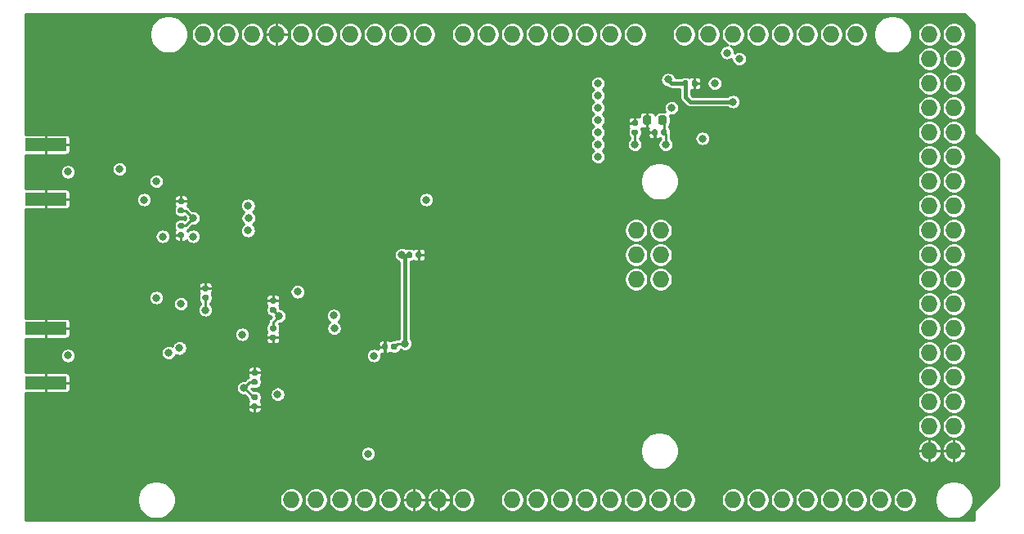
<source format=gbr>
%TF.GenerationSoftware,KiCad,Pcbnew,5.1.6*%
%TF.CreationDate,2020-09-04T11:32:19-04:00*%
%TF.ProjectId,rf-analyzer,72662d61-6e61-46c7-997a-65722e6b6963,rev?*%
%TF.SameCoordinates,Original*%
%TF.FileFunction,Copper,L4,Bot*%
%TF.FilePolarity,Positive*%
%FSLAX46Y46*%
G04 Gerber Fmt 4.6, Leading zero omitted, Abs format (unit mm)*
G04 Created by KiCad (PCBNEW 5.1.6) date 2020-09-04 11:32:19*
%MOMM*%
%LPD*%
G01*
G04 APERTURE LIST*
%TA.AperFunction,ComponentPad*%
%ADD10O,1.727200X1.727200*%
%TD*%
%TA.AperFunction,SMDPad,CuDef*%
%ADD11R,4.200000X1.350000*%
%TD*%
%TA.AperFunction,ViaPad*%
%ADD12C,0.800000*%
%TD*%
%TA.AperFunction,Conductor*%
%ADD13C,0.250000*%
%TD*%
%TA.AperFunction,Conductor*%
%ADD14C,0.400000*%
%TD*%
%TA.AperFunction,Conductor*%
%ADD15C,0.254000*%
%TD*%
G04 APERTURE END LIST*
%TO.P,C31,2*%
%TO.N,+5V*%
%TA.AperFunction,SMDPad,CuDef*%
G36*
G01*
X124632500Y-119190000D02*
X124287500Y-119190000D01*
G75*
G02*
X124140000Y-119042500I0J147500D01*
G01*
X124140000Y-118747500D01*
G75*
G02*
X124287500Y-118600000I147500J0D01*
G01*
X124632500Y-118600000D01*
G75*
G02*
X124780000Y-118747500I0J-147500D01*
G01*
X124780000Y-119042500D01*
G75*
G02*
X124632500Y-119190000I-147500J0D01*
G01*
G37*
%TD.AperFunction*%
%TO.P,C31,1*%
%TO.N,GNDA*%
%TA.AperFunction,SMDPad,CuDef*%
G36*
G01*
X124632500Y-120160000D02*
X124287500Y-120160000D01*
G75*
G02*
X124140000Y-120012500I0J147500D01*
G01*
X124140000Y-119717500D01*
G75*
G02*
X124287500Y-119570000I147500J0D01*
G01*
X124632500Y-119570000D01*
G75*
G02*
X124780000Y-119717500I0J-147500D01*
G01*
X124780000Y-120012500D01*
G75*
G02*
X124632500Y-120160000I-147500J0D01*
G01*
G37*
%TD.AperFunction*%
%TD*%
%TO.P,C30,2*%
%TO.N,+5V*%
%TA.AperFunction,SMDPad,CuDef*%
G36*
G01*
X124287500Y-117030000D02*
X124632500Y-117030000D01*
G75*
G02*
X124780000Y-117177500I0J-147500D01*
G01*
X124780000Y-117472500D01*
G75*
G02*
X124632500Y-117620000I-147500J0D01*
G01*
X124287500Y-117620000D01*
G75*
G02*
X124140000Y-117472500I0J147500D01*
G01*
X124140000Y-117177500D01*
G75*
G02*
X124287500Y-117030000I147500J0D01*
G01*
G37*
%TD.AperFunction*%
%TO.P,C30,1*%
%TO.N,GNDA*%
%TA.AperFunction,SMDPad,CuDef*%
G36*
G01*
X124287500Y-116060000D02*
X124632500Y-116060000D01*
G75*
G02*
X124780000Y-116207500I0J-147500D01*
G01*
X124780000Y-116502500D01*
G75*
G02*
X124632500Y-116650000I-147500J0D01*
G01*
X124287500Y-116650000D01*
G75*
G02*
X124140000Y-116502500I0J147500D01*
G01*
X124140000Y-116207500D01*
G75*
G02*
X124287500Y-116060000I147500J0D01*
G01*
G37*
%TD.AperFunction*%
%TD*%
D10*
%TO.P,XA1,MISO*%
%TO.N,N/C*%
X163957000Y-101600000D03*
%TO.P,XA1,GND6*%
%TO.N,GNDA*%
X196850000Y-124460000D03*
%TO.P,XA1,GND5*%
X194310000Y-124460000D03*
%TO.P,XA1,D53*%
%TO.N,N/C*%
X196850000Y-121920000D03*
%TO.P,XA1,D52*%
X194310000Y-121920000D03*
%TO.P,XA1,D51*%
X196850000Y-119380000D03*
%TO.P,XA1,D50*%
X194310000Y-119380000D03*
%TO.P,XA1,D49*%
X196850000Y-116840000D03*
%TO.P,XA1,D48*%
X194310000Y-116840000D03*
%TO.P,XA1,D47*%
X196850000Y-114300000D03*
%TO.P,XA1,D46*%
X194310000Y-114300000D03*
%TO.P,XA1,D45*%
X196850000Y-111760000D03*
%TO.P,XA1,D44*%
X194310000Y-111760000D03*
%TO.P,XA1,D43*%
X196850000Y-109220000D03*
%TO.P,XA1,D42*%
X194310000Y-109220000D03*
%TO.P,XA1,D41*%
X196850000Y-106680000D03*
%TO.P,XA1,D40*%
X194310000Y-106680000D03*
%TO.P,XA1,D39*%
X196850000Y-104140000D03*
%TO.P,XA1,D38*%
X194310000Y-104140000D03*
%TO.P,XA1,D37*%
X196850000Y-101600000D03*
%TO.P,XA1,D36*%
X194310000Y-101600000D03*
%TO.P,XA1,D35*%
X196850000Y-99060000D03*
%TO.P,XA1,D34*%
X194310000Y-99060000D03*
%TO.P,XA1,D33*%
X196850000Y-96520000D03*
%TO.P,XA1,D32*%
X194310000Y-96520000D03*
%TO.P,XA1,D31*%
X196850000Y-93980000D03*
%TO.P,XA1,D30*%
X194310000Y-93980000D03*
%TO.P,XA1,D29*%
X196850000Y-91440000D03*
%TO.P,XA1,D28*%
X194310000Y-91440000D03*
%TO.P,XA1,D27*%
X196850000Y-88900000D03*
%TO.P,XA1,D26*%
X194310000Y-88900000D03*
%TO.P,XA1,D25*%
X196850000Y-86360000D03*
%TO.P,XA1,D24*%
X194310000Y-86360000D03*
%TO.P,XA1,D23*%
X196850000Y-83820000D03*
%TO.P,XA1,D22*%
%TO.N,freq_count*%
X194310000Y-83820000D03*
%TO.P,XA1,5V4*%
%TO.N,+5V*%
X196850000Y-81280000D03*
%TO.P,XA1,5V3*%
X194310000Y-81280000D03*
%TO.P,XA1,CANT*%
%TO.N,N/C*%
X191770000Y-129540000D03*
%TO.P,XA1,CANR*%
X189230000Y-129540000D03*
%TO.P,XA1,DAC1*%
X186690000Y-129540000D03*
%TO.P,XA1,DAC0*%
X184150000Y-129540000D03*
%TO.P,XA1,A11*%
X181610000Y-129540000D03*
%TO.P,XA1,A10*%
X179070000Y-129540000D03*
%TO.P,XA1,A9*%
X176530000Y-129540000D03*
%TO.P,XA1,A8*%
X173990000Y-129540000D03*
%TO.P,XA1,A7*%
X168910000Y-129540000D03*
%TO.P,XA1,A6*%
X166370000Y-129540000D03*
%TO.P,XA1,A5*%
X163830000Y-129540000D03*
%TO.P,XA1,A4*%
X161290000Y-129540000D03*
%TO.P,XA1,A3*%
X158750000Y-129540000D03*
%TO.P,XA1,A2*%
X156210000Y-129540000D03*
%TO.P,XA1,A1*%
X153670000Y-129540000D03*
%TO.P,XA1,*%
%TO.N,*%
X128270000Y-129540000D03*
%TO.P,XA1,D11*%
%TO.N,N/C*%
X134366000Y-81280000D03*
%TO.P,XA1,D12*%
X131826000Y-81280000D03*
%TO.P,XA1,D13*%
X129286000Y-81280000D03*
%TO.P,XA1,AREF*%
X124206000Y-81280000D03*
%TO.P,XA1,SDA1*%
%TO.N,SDA*%
X121666000Y-81280000D03*
%TO.P,XA1,SCL1*%
%TO.N,SCL*%
X119126000Y-81280000D03*
%TO.P,XA1,D10*%
%TO.N,N/C*%
X136906000Y-81280000D03*
%TO.P,XA1,D9*%
X139446000Y-81280000D03*
%TO.P,XA1,D8*%
X141986000Y-81280000D03*
%TO.P,XA1,GND1*%
%TO.N,GNDA*%
X126746000Y-81280000D03*
%TO.P,XA1,D7*%
%TO.N,N/C*%
X146050000Y-81280000D03*
%TO.P,XA1,D6*%
X148590000Y-81280000D03*
%TO.P,XA1,D5*%
X151130000Y-81280000D03*
%TO.P,XA1,D4*%
X153670000Y-81280000D03*
%TO.P,XA1,D3*%
X156210000Y-81280000D03*
%TO.P,XA1,D2*%
X158750000Y-81280000D03*
%TO.P,XA1,D1*%
X161290000Y-81280000D03*
%TO.P,XA1,D0*%
X163830000Y-81280000D03*
%TO.P,XA1,D14*%
X168910000Y-81280000D03*
%TO.P,XA1,D15*%
X171450000Y-81280000D03*
%TO.P,XA1,D16*%
X173990000Y-81280000D03*
%TO.P,XA1,D17*%
X176530000Y-81280000D03*
%TO.P,XA1,D18*%
X179070000Y-81280000D03*
%TO.P,XA1,D19*%
X181610000Y-81280000D03*
%TO.P,XA1,D20*%
X184150000Y-81280000D03*
%TO.P,XA1,D21*%
X186690000Y-81280000D03*
%TO.P,XA1,IORF*%
X130810000Y-129540000D03*
%TO.P,XA1,RST1*%
X133350000Y-129540000D03*
%TO.P,XA1,3V3*%
%TO.N,+3V3*%
X135890000Y-129540000D03*
%TO.P,XA1,5V1*%
%TO.N,+5V*%
X138430000Y-129540000D03*
%TO.P,XA1,GND2*%
%TO.N,GNDA*%
X140970000Y-129540000D03*
%TO.P,XA1,GND3*%
X143510000Y-129540000D03*
%TO.P,XA1,VIN*%
%TO.N,N/C*%
X146050000Y-129540000D03*
%TO.P,XA1,A0*%
X151130000Y-129540000D03*
%TO.P,XA1,5V2*%
X166497000Y-101600000D03*
%TO.P,XA1,SCK*%
X163957000Y-104140000D03*
%TO.P,XA1,MOSI*%
X166497000Y-104140000D03*
%TO.P,XA1,GND4*%
X166497000Y-106680000D03*
%TO.P,XA1,RST2*%
X163957000Y-106680000D03*
%TD*%
D11*
%TO.P,J3,2*%
%TO.N,GNDA*%
X102870000Y-98360000D03*
X102870000Y-92710000D03*
%TD*%
%TO.P,J1,2*%
%TO.N,GNDA*%
X102870000Y-117410000D03*
X102870000Y-111760000D03*
%TD*%
%TO.P,C27,2*%
%TO.N,Net-(C27-Pad2)*%
%TA.AperFunction,SMDPad,CuDef*%
G36*
G01*
X163657500Y-91145000D02*
X164002500Y-91145000D01*
G75*
G02*
X164150000Y-91292500I0J-147500D01*
G01*
X164150000Y-91587500D01*
G75*
G02*
X164002500Y-91735000I-147500J0D01*
G01*
X163657500Y-91735000D01*
G75*
G02*
X163510000Y-91587500I0J147500D01*
G01*
X163510000Y-91292500D01*
G75*
G02*
X163657500Y-91145000I147500J0D01*
G01*
G37*
%TD.AperFunction*%
%TO.P,C27,1*%
%TO.N,GNDA*%
%TA.AperFunction,SMDPad,CuDef*%
G36*
G01*
X163657500Y-90175000D02*
X164002500Y-90175000D01*
G75*
G02*
X164150000Y-90322500I0J-147500D01*
G01*
X164150000Y-90617500D01*
G75*
G02*
X164002500Y-90765000I-147500J0D01*
G01*
X163657500Y-90765000D01*
G75*
G02*
X163510000Y-90617500I0J147500D01*
G01*
X163510000Y-90322500D01*
G75*
G02*
X163657500Y-90175000I147500J0D01*
G01*
G37*
%TD.AperFunction*%
%TD*%
%TO.P,C26,2*%
%TO.N,Net-(C22-Pad2)*%
%TA.AperFunction,SMDPad,CuDef*%
G36*
G01*
X166237500Y-90426250D02*
X166237500Y-89913750D01*
G75*
G02*
X166456250Y-89695000I218750J0D01*
G01*
X166893750Y-89695000D01*
G75*
G02*
X167112500Y-89913750I0J-218750D01*
G01*
X167112500Y-90426250D01*
G75*
G02*
X166893750Y-90645000I-218750J0D01*
G01*
X166456250Y-90645000D01*
G75*
G02*
X166237500Y-90426250I0J218750D01*
G01*
G37*
%TD.AperFunction*%
%TO.P,C26,1*%
%TO.N,GNDA*%
%TA.AperFunction,SMDPad,CuDef*%
G36*
G01*
X164662500Y-90426250D02*
X164662500Y-89913750D01*
G75*
G02*
X164881250Y-89695000I218750J0D01*
G01*
X165318750Y-89695000D01*
G75*
G02*
X165537500Y-89913750I0J-218750D01*
G01*
X165537500Y-90426250D01*
G75*
G02*
X165318750Y-90645000I-218750J0D01*
G01*
X164881250Y-90645000D01*
G75*
G02*
X164662500Y-90426250I0J218750D01*
G01*
G37*
%TD.AperFunction*%
%TD*%
%TO.P,C22,2*%
%TO.N,Net-(C22-Pad2)*%
%TA.AperFunction,SMDPad,CuDef*%
G36*
G01*
X166560000Y-91612500D02*
X166560000Y-91267500D01*
G75*
G02*
X166707500Y-91120000I147500J0D01*
G01*
X167002500Y-91120000D01*
G75*
G02*
X167150000Y-91267500I0J-147500D01*
G01*
X167150000Y-91612500D01*
G75*
G02*
X167002500Y-91760000I-147500J0D01*
G01*
X166707500Y-91760000D01*
G75*
G02*
X166560000Y-91612500I0J147500D01*
G01*
G37*
%TD.AperFunction*%
%TO.P,C22,1*%
%TO.N,GNDA*%
%TA.AperFunction,SMDPad,CuDef*%
G36*
G01*
X165590000Y-91612500D02*
X165590000Y-91267500D01*
G75*
G02*
X165737500Y-91120000I147500J0D01*
G01*
X166032500Y-91120000D01*
G75*
G02*
X166180000Y-91267500I0J-147500D01*
G01*
X166180000Y-91612500D01*
G75*
G02*
X166032500Y-91760000I-147500J0D01*
G01*
X165737500Y-91760000D01*
G75*
G02*
X165590000Y-91612500I0J147500D01*
G01*
G37*
%TD.AperFunction*%
%TD*%
%TO.P,C21,2*%
%TO.N,+5V*%
%TA.AperFunction,SMDPad,CuDef*%
G36*
G01*
X169355000Y-86187500D02*
X169355000Y-86532500D01*
G75*
G02*
X169207500Y-86680000I-147500J0D01*
G01*
X168912500Y-86680000D01*
G75*
G02*
X168765000Y-86532500I0J147500D01*
G01*
X168765000Y-86187500D01*
G75*
G02*
X168912500Y-86040000I147500J0D01*
G01*
X169207500Y-86040000D01*
G75*
G02*
X169355000Y-86187500I0J-147500D01*
G01*
G37*
%TD.AperFunction*%
%TO.P,C21,1*%
%TO.N,GNDA*%
%TA.AperFunction,SMDPad,CuDef*%
G36*
G01*
X170325000Y-86187500D02*
X170325000Y-86532500D01*
G75*
G02*
X170177500Y-86680000I-147500J0D01*
G01*
X169882500Y-86680000D01*
G75*
G02*
X169735000Y-86532500I0J147500D01*
G01*
X169735000Y-86187500D01*
G75*
G02*
X169882500Y-86040000I147500J0D01*
G01*
X170177500Y-86040000D01*
G75*
G02*
X170325000Y-86187500I0J-147500D01*
G01*
G37*
%TD.AperFunction*%
%TD*%
%TO.P,C20,2*%
%TO.N,+5V*%
%TA.AperFunction,SMDPad,CuDef*%
G36*
G01*
X119207500Y-108290000D02*
X119552500Y-108290000D01*
G75*
G02*
X119700000Y-108437500I0J-147500D01*
G01*
X119700000Y-108732500D01*
G75*
G02*
X119552500Y-108880000I-147500J0D01*
G01*
X119207500Y-108880000D01*
G75*
G02*
X119060000Y-108732500I0J147500D01*
G01*
X119060000Y-108437500D01*
G75*
G02*
X119207500Y-108290000I147500J0D01*
G01*
G37*
%TD.AperFunction*%
%TO.P,C20,1*%
%TO.N,GNDA*%
%TA.AperFunction,SMDPad,CuDef*%
G36*
G01*
X119207500Y-107320000D02*
X119552500Y-107320000D01*
G75*
G02*
X119700000Y-107467500I0J-147500D01*
G01*
X119700000Y-107762500D01*
G75*
G02*
X119552500Y-107910000I-147500J0D01*
G01*
X119207500Y-107910000D01*
G75*
G02*
X119060000Y-107762500I0J147500D01*
G01*
X119060000Y-107467500D01*
G75*
G02*
X119207500Y-107320000I147500J0D01*
G01*
G37*
%TD.AperFunction*%
%TD*%
%TO.P,C17,2*%
%TO.N,+5V*%
%TA.AperFunction,SMDPad,CuDef*%
G36*
G01*
X140780000Y-103967500D02*
X140780000Y-104312500D01*
G75*
G02*
X140632500Y-104460000I-147500J0D01*
G01*
X140337500Y-104460000D01*
G75*
G02*
X140190000Y-104312500I0J147500D01*
G01*
X140190000Y-103967500D01*
G75*
G02*
X140337500Y-103820000I147500J0D01*
G01*
X140632500Y-103820000D01*
G75*
G02*
X140780000Y-103967500I0J-147500D01*
G01*
G37*
%TD.AperFunction*%
%TO.P,C17,1*%
%TO.N,GNDA*%
%TA.AperFunction,SMDPad,CuDef*%
G36*
G01*
X141750000Y-103967500D02*
X141750000Y-104312500D01*
G75*
G02*
X141602500Y-104460000I-147500J0D01*
G01*
X141307500Y-104460000D01*
G75*
G02*
X141160000Y-104312500I0J147500D01*
G01*
X141160000Y-103967500D01*
G75*
G02*
X141307500Y-103820000I147500J0D01*
G01*
X141602500Y-103820000D01*
G75*
G02*
X141750000Y-103967500I0J-147500D01*
G01*
G37*
%TD.AperFunction*%
%TD*%
%TO.P,C14,2*%
%TO.N,+5V*%
%TA.AperFunction,SMDPad,CuDef*%
G36*
G01*
X138620000Y-113837500D02*
X138620000Y-113492500D01*
G75*
G02*
X138767500Y-113345000I147500J0D01*
G01*
X139062500Y-113345000D01*
G75*
G02*
X139210000Y-113492500I0J-147500D01*
G01*
X139210000Y-113837500D01*
G75*
G02*
X139062500Y-113985000I-147500J0D01*
G01*
X138767500Y-113985000D01*
G75*
G02*
X138620000Y-113837500I0J147500D01*
G01*
G37*
%TD.AperFunction*%
%TO.P,C14,1*%
%TO.N,GNDA*%
%TA.AperFunction,SMDPad,CuDef*%
G36*
G01*
X137650000Y-113837500D02*
X137650000Y-113492500D01*
G75*
G02*
X137797500Y-113345000I147500J0D01*
G01*
X138092500Y-113345000D01*
G75*
G02*
X138240000Y-113492500I0J-147500D01*
G01*
X138240000Y-113837500D01*
G75*
G02*
X138092500Y-113985000I-147500J0D01*
G01*
X137797500Y-113985000D01*
G75*
G02*
X137650000Y-113837500I0J147500D01*
G01*
G37*
%TD.AperFunction*%
%TD*%
%TO.P,C9,2*%
%TO.N,+5V*%
%TA.AperFunction,SMDPad,CuDef*%
G36*
G01*
X126192500Y-109560000D02*
X126537500Y-109560000D01*
G75*
G02*
X126685000Y-109707500I0J-147500D01*
G01*
X126685000Y-110002500D01*
G75*
G02*
X126537500Y-110150000I-147500J0D01*
G01*
X126192500Y-110150000D01*
G75*
G02*
X126045000Y-110002500I0J147500D01*
G01*
X126045000Y-109707500D01*
G75*
G02*
X126192500Y-109560000I147500J0D01*
G01*
G37*
%TD.AperFunction*%
%TO.P,C9,1*%
%TO.N,GNDA*%
%TA.AperFunction,SMDPad,CuDef*%
G36*
G01*
X126192500Y-108590000D02*
X126537500Y-108590000D01*
G75*
G02*
X126685000Y-108737500I0J-147500D01*
G01*
X126685000Y-109032500D01*
G75*
G02*
X126537500Y-109180000I-147500J0D01*
G01*
X126192500Y-109180000D01*
G75*
G02*
X126045000Y-109032500I0J147500D01*
G01*
X126045000Y-108737500D01*
G75*
G02*
X126192500Y-108590000I147500J0D01*
G01*
G37*
%TD.AperFunction*%
%TD*%
%TO.P,C8,2*%
%TO.N,+5V*%
%TA.AperFunction,SMDPad,CuDef*%
G36*
G01*
X126537500Y-112055000D02*
X126192500Y-112055000D01*
G75*
G02*
X126045000Y-111907500I0J147500D01*
G01*
X126045000Y-111612500D01*
G75*
G02*
X126192500Y-111465000I147500J0D01*
G01*
X126537500Y-111465000D01*
G75*
G02*
X126685000Y-111612500I0J-147500D01*
G01*
X126685000Y-111907500D01*
G75*
G02*
X126537500Y-112055000I-147500J0D01*
G01*
G37*
%TD.AperFunction*%
%TO.P,C8,1*%
%TO.N,GNDA*%
%TA.AperFunction,SMDPad,CuDef*%
G36*
G01*
X126537500Y-113025000D02*
X126192500Y-113025000D01*
G75*
G02*
X126045000Y-112877500I0J147500D01*
G01*
X126045000Y-112582500D01*
G75*
G02*
X126192500Y-112435000I147500J0D01*
G01*
X126537500Y-112435000D01*
G75*
G02*
X126685000Y-112582500I0J-147500D01*
G01*
X126685000Y-112877500D01*
G75*
G02*
X126537500Y-113025000I-147500J0D01*
G01*
G37*
%TD.AperFunction*%
%TD*%
%TO.P,C5,2*%
%TO.N,+5V*%
%TA.AperFunction,SMDPad,CuDef*%
G36*
G01*
X117012500Y-101410000D02*
X116667500Y-101410000D01*
G75*
G02*
X116520000Y-101262500I0J147500D01*
G01*
X116520000Y-100967500D01*
G75*
G02*
X116667500Y-100820000I147500J0D01*
G01*
X117012500Y-100820000D01*
G75*
G02*
X117160000Y-100967500I0J-147500D01*
G01*
X117160000Y-101262500D01*
G75*
G02*
X117012500Y-101410000I-147500J0D01*
G01*
G37*
%TD.AperFunction*%
%TO.P,C5,1*%
%TO.N,GNDA*%
%TA.AperFunction,SMDPad,CuDef*%
G36*
G01*
X117012500Y-102380000D02*
X116667500Y-102380000D01*
G75*
G02*
X116520000Y-102232500I0J147500D01*
G01*
X116520000Y-101937500D01*
G75*
G02*
X116667500Y-101790000I147500J0D01*
G01*
X117012500Y-101790000D01*
G75*
G02*
X117160000Y-101937500I0J-147500D01*
G01*
X117160000Y-102232500D01*
G75*
G02*
X117012500Y-102380000I-147500J0D01*
G01*
G37*
%TD.AperFunction*%
%TD*%
%TO.P,C4,2*%
%TO.N,+5V*%
%TA.AperFunction,SMDPad,CuDef*%
G36*
G01*
X116667500Y-99250000D02*
X117012500Y-99250000D01*
G75*
G02*
X117160000Y-99397500I0J-147500D01*
G01*
X117160000Y-99692500D01*
G75*
G02*
X117012500Y-99840000I-147500J0D01*
G01*
X116667500Y-99840000D01*
G75*
G02*
X116520000Y-99692500I0J147500D01*
G01*
X116520000Y-99397500D01*
G75*
G02*
X116667500Y-99250000I147500J0D01*
G01*
G37*
%TD.AperFunction*%
%TO.P,C4,1*%
%TO.N,GNDA*%
%TA.AperFunction,SMDPad,CuDef*%
G36*
G01*
X116667500Y-98280000D02*
X117012500Y-98280000D01*
G75*
G02*
X117160000Y-98427500I0J-147500D01*
G01*
X117160000Y-98722500D01*
G75*
G02*
X117012500Y-98870000I-147500J0D01*
G01*
X116667500Y-98870000D01*
G75*
G02*
X116520000Y-98722500I0J147500D01*
G01*
X116520000Y-98427500D01*
G75*
G02*
X116667500Y-98280000I147500J0D01*
G01*
G37*
%TD.AperFunction*%
%TD*%
D12*
%TO.N,GNDA*%
X106680000Y-85090000D03*
X115570000Y-85090000D03*
X121285000Y-85090000D03*
X127635000Y-85090000D03*
X133350000Y-85090000D03*
X139700000Y-85090000D03*
X145415000Y-85090000D03*
X151130000Y-85090000D03*
X154940000Y-93980000D03*
X160020000Y-95250000D03*
X160020000Y-97790000D03*
X160020000Y-100965000D03*
X160020000Y-105410000D03*
X160020000Y-111125000D03*
X160020000Y-117475000D03*
X160020000Y-123190000D03*
X157480000Y-125730000D03*
X111125000Y-85090000D03*
X151765000Y-125730000D03*
X145415000Y-125730000D03*
X139700000Y-125730000D03*
X133985000Y-125730000D03*
X127635000Y-125730000D03*
X121285000Y-125730000D03*
X115570000Y-125730000D03*
X106680000Y-125730000D03*
X111125000Y-125730000D03*
X106680000Y-122555000D03*
X106680000Y-116840000D03*
X106680000Y-111125000D03*
X106680000Y-105410000D03*
X106680000Y-99060000D03*
X106680000Y-93345000D03*
X102870000Y-125095000D03*
X102870000Y-85725000D03*
X181610000Y-83820000D03*
X181610000Y-95885000D03*
X181610000Y-111125000D03*
X181610000Y-122555000D03*
X166370000Y-113665000D03*
X121285000Y-109855000D03*
X128270000Y-113030000D03*
%TO.N,+5V*%
X127000000Y-110490000D03*
X119380000Y-109855000D03*
X118110000Y-100330000D03*
X123360000Y-117940000D03*
X140015000Y-113350000D03*
X139700000Y-104140000D03*
X114300000Y-108585000D03*
X136220000Y-124765000D03*
X173990000Y-88265000D03*
X167255000Y-85975000D03*
X167640000Y-88900000D03*
%TO.N,Net-(C10-Pad2)*%
X115570000Y-114300000D03*
X105125000Y-114585000D03*
%TO.N,fwd_sig*%
X113030000Y-98425000D03*
X116690000Y-113815000D03*
%TO.N,Net-(C16-Pad2)*%
X110490000Y-95250000D03*
X105125000Y-95535000D03*
%TO.N,refl_sig*%
X123190000Y-112395000D03*
X118110000Y-102235000D03*
X114935000Y-102235000D03*
X114300000Y-96520000D03*
%TO.N,fwd_sig_dc*%
X116840000Y-109220000D03*
X136820000Y-114595000D03*
%TO.N,Net-(C22-Pad2)*%
X167005000Y-92710000D03*
%TO.N,fwd_pwr*%
X126845000Y-118590000D03*
X160020000Y-93980000D03*
%TO.N,Net-(C27-Pad2)*%
X163830000Y-92710000D03*
%TO.N,freq_count*%
X142240000Y-98425000D03*
%TO.N,+3V3*%
X170815000Y-92075000D03*
X172085000Y-86360000D03*
%TO.N,SCL*%
X174625000Y-83820000D03*
%TO.N,SDA*%
X173355000Y-83185000D03*
%TO.N,mag*%
X123795000Y-99030000D03*
X160020000Y-86360000D03*
%TO.N,vref*%
X123825000Y-100330000D03*
X160020000Y-87630000D03*
%TO.N,phase*%
X123795000Y-101630000D03*
X160020000Y-88900000D03*
%TO.N,shft_mag*%
X128905000Y-107977500D03*
X160020000Y-90170000D03*
%TO.N,shft_vref*%
X132670000Y-110445000D03*
X160020000Y-91440000D03*
%TO.N,shft_phase*%
X132700000Y-111745000D03*
X160020000Y-92710000D03*
%TD*%
D13*
%TO.N,+5V*%
X126365000Y-109855000D02*
X127000000Y-110490000D01*
X127000000Y-110490000D02*
X127000000Y-110490000D01*
X126365000Y-111125000D02*
X127000000Y-110490000D01*
X126365000Y-111910000D02*
X126365000Y-111125000D01*
X119380000Y-109855000D02*
X119380000Y-108585000D01*
X117325000Y-99545000D02*
X118110000Y-100330000D01*
X116840000Y-99545000D02*
X117325000Y-99545000D01*
X117325000Y-101115000D02*
X118110000Y-100330000D01*
X116840000Y-101115000D02*
X117325000Y-101115000D01*
X123975000Y-117325000D02*
X123360000Y-117940000D01*
X124460000Y-117325000D02*
X123975000Y-117325000D01*
X124315000Y-118895000D02*
X123360000Y-117940000D01*
X124460000Y-118895000D02*
X124315000Y-118895000D01*
X139230000Y-113350000D02*
X138915000Y-113665000D01*
X140015000Y-113350000D02*
X139230000Y-113350000D01*
X140485000Y-104140000D02*
X139700000Y-104140000D01*
D14*
X169545000Y-88265000D02*
X173990000Y-88265000D01*
X173990000Y-88265000D02*
X173990000Y-88265000D01*
X140015000Y-104455000D02*
X139700000Y-104140000D01*
X140015000Y-113350000D02*
X140015000Y-104455000D01*
X169060000Y-87780000D02*
X169060000Y-86360000D01*
X169545000Y-88265000D02*
X169060000Y-87780000D01*
X167640000Y-86360000D02*
X167255000Y-85975000D01*
X169060000Y-86360000D02*
X167640000Y-86360000D01*
D13*
%TO.N,Net-(C22-Pad2)*%
X166675000Y-90170000D02*
X166675000Y-90320000D01*
X167005000Y-91590000D02*
X166855000Y-91440000D01*
X167005000Y-92710000D02*
X167005000Y-91590000D01*
X166855000Y-90350000D02*
X166675000Y-90170000D01*
X166855000Y-91440000D02*
X166855000Y-90350000D01*
%TO.N,Net-(C27-Pad2)*%
X163830000Y-92710000D02*
X163830000Y-91440000D01*
%TD*%
D15*
%TO.N,GNDA*%
G36*
X198958000Y-80188940D02*
G01*
X198958001Y-91418772D01*
X198955910Y-91440000D01*
X198963497Y-91517020D01*
X198964252Y-91524687D01*
X198988954Y-91606119D01*
X199029068Y-91681167D01*
X199083053Y-91746948D01*
X199099537Y-91760476D01*
X201498000Y-94158940D01*
X201498001Y-128091059D01*
X199099542Y-130489519D01*
X199083052Y-130503052D01*
X199029067Y-130568834D01*
X198988953Y-130643882D01*
X198964251Y-130725314D01*
X198958313Y-130785600D01*
X198955910Y-130810000D01*
X198958000Y-130831218D01*
X198958001Y-131648000D01*
X100762000Y-131648000D01*
X100762000Y-129344790D01*
X112318000Y-129344790D01*
X112318000Y-129735210D01*
X112394167Y-130118128D01*
X112543574Y-130478829D01*
X112760480Y-130803451D01*
X113036549Y-131079520D01*
X113361171Y-131296426D01*
X113721872Y-131445833D01*
X114104790Y-131522000D01*
X114495210Y-131522000D01*
X114878128Y-131445833D01*
X115238829Y-131296426D01*
X115563451Y-131079520D01*
X115839520Y-130803451D01*
X116056426Y-130478829D01*
X116205833Y-130118128D01*
X116282000Y-129735210D01*
X116282000Y-129417319D01*
X127024400Y-129417319D01*
X127024400Y-129662681D01*
X127072268Y-129903328D01*
X127166164Y-130130013D01*
X127302479Y-130334024D01*
X127475976Y-130507521D01*
X127679987Y-130643836D01*
X127906672Y-130737732D01*
X128147319Y-130785600D01*
X128392681Y-130785600D01*
X128633328Y-130737732D01*
X128860013Y-130643836D01*
X129064024Y-130507521D01*
X129237521Y-130334024D01*
X129373836Y-130130013D01*
X129467732Y-129903328D01*
X129515600Y-129662681D01*
X129515600Y-129417319D01*
X129564400Y-129417319D01*
X129564400Y-129662681D01*
X129612268Y-129903328D01*
X129706164Y-130130013D01*
X129842479Y-130334024D01*
X130015976Y-130507521D01*
X130219987Y-130643836D01*
X130446672Y-130737732D01*
X130687319Y-130785600D01*
X130932681Y-130785600D01*
X131173328Y-130737732D01*
X131400013Y-130643836D01*
X131604024Y-130507521D01*
X131777521Y-130334024D01*
X131913836Y-130130013D01*
X132007732Y-129903328D01*
X132055600Y-129662681D01*
X132055600Y-129417319D01*
X132104400Y-129417319D01*
X132104400Y-129662681D01*
X132152268Y-129903328D01*
X132246164Y-130130013D01*
X132382479Y-130334024D01*
X132555976Y-130507521D01*
X132759987Y-130643836D01*
X132986672Y-130737732D01*
X133227319Y-130785600D01*
X133472681Y-130785600D01*
X133713328Y-130737732D01*
X133940013Y-130643836D01*
X134144024Y-130507521D01*
X134317521Y-130334024D01*
X134453836Y-130130013D01*
X134547732Y-129903328D01*
X134595600Y-129662681D01*
X134595600Y-129417319D01*
X134644400Y-129417319D01*
X134644400Y-129662681D01*
X134692268Y-129903328D01*
X134786164Y-130130013D01*
X134922479Y-130334024D01*
X135095976Y-130507521D01*
X135299987Y-130643836D01*
X135526672Y-130737732D01*
X135767319Y-130785600D01*
X136012681Y-130785600D01*
X136253328Y-130737732D01*
X136480013Y-130643836D01*
X136684024Y-130507521D01*
X136857521Y-130334024D01*
X136993836Y-130130013D01*
X137087732Y-129903328D01*
X137135600Y-129662681D01*
X137135600Y-129417319D01*
X137184400Y-129417319D01*
X137184400Y-129662681D01*
X137232268Y-129903328D01*
X137326164Y-130130013D01*
X137462479Y-130334024D01*
X137635976Y-130507521D01*
X137839987Y-130643836D01*
X138066672Y-130737732D01*
X138307319Y-130785600D01*
X138552681Y-130785600D01*
X138793328Y-130737732D01*
X139020013Y-130643836D01*
X139224024Y-130507521D01*
X139397521Y-130334024D01*
X139533836Y-130130013D01*
X139627732Y-129903328D01*
X139661145Y-129735349D01*
X139739814Y-129735349D01*
X139758699Y-129830293D01*
X139838607Y-130061028D01*
X139961994Y-130271740D01*
X140124118Y-130454332D01*
X140318749Y-130601787D01*
X140538407Y-130708438D01*
X140774651Y-130770186D01*
X140969500Y-130690100D01*
X140969500Y-129540500D01*
X140970500Y-129540500D01*
X140970500Y-130690100D01*
X141165349Y-130770186D01*
X141401593Y-130708438D01*
X141621251Y-130601787D01*
X141815882Y-130454332D01*
X141978006Y-130271740D01*
X142101393Y-130061028D01*
X142181301Y-129830293D01*
X142200186Y-129735349D01*
X142279814Y-129735349D01*
X142298699Y-129830293D01*
X142378607Y-130061028D01*
X142501994Y-130271740D01*
X142664118Y-130454332D01*
X142858749Y-130601787D01*
X143078407Y-130708438D01*
X143314651Y-130770186D01*
X143509500Y-130690100D01*
X143509500Y-129540500D01*
X143510500Y-129540500D01*
X143510500Y-130690100D01*
X143705349Y-130770186D01*
X143941593Y-130708438D01*
X144161251Y-130601787D01*
X144355882Y-130454332D01*
X144518006Y-130271740D01*
X144641393Y-130061028D01*
X144721301Y-129830293D01*
X144740186Y-129735349D01*
X144660100Y-129540500D01*
X143510500Y-129540500D01*
X143509500Y-129540500D01*
X142359900Y-129540500D01*
X142279814Y-129735349D01*
X142200186Y-129735349D01*
X142120100Y-129540500D01*
X140970500Y-129540500D01*
X140969500Y-129540500D01*
X139819900Y-129540500D01*
X139739814Y-129735349D01*
X139661145Y-129735349D01*
X139675600Y-129662681D01*
X139675600Y-129417319D01*
X139661146Y-129344651D01*
X139739814Y-129344651D01*
X139819900Y-129539500D01*
X140969500Y-129539500D01*
X140969500Y-128389900D01*
X140970500Y-128389900D01*
X140970500Y-129539500D01*
X142120100Y-129539500D01*
X142200186Y-129344651D01*
X142279814Y-129344651D01*
X142359900Y-129539500D01*
X143509500Y-129539500D01*
X143509500Y-128389900D01*
X143510500Y-128389900D01*
X143510500Y-129539500D01*
X144660100Y-129539500D01*
X144710318Y-129417319D01*
X144804400Y-129417319D01*
X144804400Y-129662681D01*
X144852268Y-129903328D01*
X144946164Y-130130013D01*
X145082479Y-130334024D01*
X145255976Y-130507521D01*
X145459987Y-130643836D01*
X145686672Y-130737732D01*
X145927319Y-130785600D01*
X146172681Y-130785600D01*
X146413328Y-130737732D01*
X146640013Y-130643836D01*
X146844024Y-130507521D01*
X147017521Y-130334024D01*
X147153836Y-130130013D01*
X147247732Y-129903328D01*
X147295600Y-129662681D01*
X147295600Y-129417319D01*
X149884400Y-129417319D01*
X149884400Y-129662681D01*
X149932268Y-129903328D01*
X150026164Y-130130013D01*
X150162479Y-130334024D01*
X150335976Y-130507521D01*
X150539987Y-130643836D01*
X150766672Y-130737732D01*
X151007319Y-130785600D01*
X151252681Y-130785600D01*
X151493328Y-130737732D01*
X151720013Y-130643836D01*
X151924024Y-130507521D01*
X152097521Y-130334024D01*
X152233836Y-130130013D01*
X152327732Y-129903328D01*
X152375600Y-129662681D01*
X152375600Y-129417319D01*
X152424400Y-129417319D01*
X152424400Y-129662681D01*
X152472268Y-129903328D01*
X152566164Y-130130013D01*
X152702479Y-130334024D01*
X152875976Y-130507521D01*
X153079987Y-130643836D01*
X153306672Y-130737732D01*
X153547319Y-130785600D01*
X153792681Y-130785600D01*
X154033328Y-130737732D01*
X154260013Y-130643836D01*
X154464024Y-130507521D01*
X154637521Y-130334024D01*
X154773836Y-130130013D01*
X154867732Y-129903328D01*
X154915600Y-129662681D01*
X154915600Y-129417319D01*
X154964400Y-129417319D01*
X154964400Y-129662681D01*
X155012268Y-129903328D01*
X155106164Y-130130013D01*
X155242479Y-130334024D01*
X155415976Y-130507521D01*
X155619987Y-130643836D01*
X155846672Y-130737732D01*
X156087319Y-130785600D01*
X156332681Y-130785600D01*
X156573328Y-130737732D01*
X156800013Y-130643836D01*
X157004024Y-130507521D01*
X157177521Y-130334024D01*
X157313836Y-130130013D01*
X157407732Y-129903328D01*
X157455600Y-129662681D01*
X157455600Y-129417319D01*
X157504400Y-129417319D01*
X157504400Y-129662681D01*
X157552268Y-129903328D01*
X157646164Y-130130013D01*
X157782479Y-130334024D01*
X157955976Y-130507521D01*
X158159987Y-130643836D01*
X158386672Y-130737732D01*
X158627319Y-130785600D01*
X158872681Y-130785600D01*
X159113328Y-130737732D01*
X159340013Y-130643836D01*
X159544024Y-130507521D01*
X159717521Y-130334024D01*
X159853836Y-130130013D01*
X159947732Y-129903328D01*
X159995600Y-129662681D01*
X159995600Y-129417319D01*
X160044400Y-129417319D01*
X160044400Y-129662681D01*
X160092268Y-129903328D01*
X160186164Y-130130013D01*
X160322479Y-130334024D01*
X160495976Y-130507521D01*
X160699987Y-130643836D01*
X160926672Y-130737732D01*
X161167319Y-130785600D01*
X161412681Y-130785600D01*
X161653328Y-130737732D01*
X161880013Y-130643836D01*
X162084024Y-130507521D01*
X162257521Y-130334024D01*
X162393836Y-130130013D01*
X162487732Y-129903328D01*
X162535600Y-129662681D01*
X162535600Y-129417319D01*
X162584400Y-129417319D01*
X162584400Y-129662681D01*
X162632268Y-129903328D01*
X162726164Y-130130013D01*
X162862479Y-130334024D01*
X163035976Y-130507521D01*
X163239987Y-130643836D01*
X163466672Y-130737732D01*
X163707319Y-130785600D01*
X163952681Y-130785600D01*
X164193328Y-130737732D01*
X164420013Y-130643836D01*
X164624024Y-130507521D01*
X164797521Y-130334024D01*
X164933836Y-130130013D01*
X165027732Y-129903328D01*
X165075600Y-129662681D01*
X165075600Y-129417319D01*
X165124400Y-129417319D01*
X165124400Y-129662681D01*
X165172268Y-129903328D01*
X165266164Y-130130013D01*
X165402479Y-130334024D01*
X165575976Y-130507521D01*
X165779987Y-130643836D01*
X166006672Y-130737732D01*
X166247319Y-130785600D01*
X166492681Y-130785600D01*
X166733328Y-130737732D01*
X166960013Y-130643836D01*
X167164024Y-130507521D01*
X167337521Y-130334024D01*
X167473836Y-130130013D01*
X167567732Y-129903328D01*
X167615600Y-129662681D01*
X167615600Y-129417319D01*
X167664400Y-129417319D01*
X167664400Y-129662681D01*
X167712268Y-129903328D01*
X167806164Y-130130013D01*
X167942479Y-130334024D01*
X168115976Y-130507521D01*
X168319987Y-130643836D01*
X168546672Y-130737732D01*
X168787319Y-130785600D01*
X169032681Y-130785600D01*
X169273328Y-130737732D01*
X169500013Y-130643836D01*
X169704024Y-130507521D01*
X169877521Y-130334024D01*
X170013836Y-130130013D01*
X170107732Y-129903328D01*
X170155600Y-129662681D01*
X170155600Y-129417319D01*
X172744400Y-129417319D01*
X172744400Y-129662681D01*
X172792268Y-129903328D01*
X172886164Y-130130013D01*
X173022479Y-130334024D01*
X173195976Y-130507521D01*
X173399987Y-130643836D01*
X173626672Y-130737732D01*
X173867319Y-130785600D01*
X174112681Y-130785600D01*
X174353328Y-130737732D01*
X174580013Y-130643836D01*
X174784024Y-130507521D01*
X174957521Y-130334024D01*
X175093836Y-130130013D01*
X175187732Y-129903328D01*
X175235600Y-129662681D01*
X175235600Y-129417319D01*
X175284400Y-129417319D01*
X175284400Y-129662681D01*
X175332268Y-129903328D01*
X175426164Y-130130013D01*
X175562479Y-130334024D01*
X175735976Y-130507521D01*
X175939987Y-130643836D01*
X176166672Y-130737732D01*
X176407319Y-130785600D01*
X176652681Y-130785600D01*
X176893328Y-130737732D01*
X177120013Y-130643836D01*
X177324024Y-130507521D01*
X177497521Y-130334024D01*
X177633836Y-130130013D01*
X177727732Y-129903328D01*
X177775600Y-129662681D01*
X177775600Y-129417319D01*
X177824400Y-129417319D01*
X177824400Y-129662681D01*
X177872268Y-129903328D01*
X177966164Y-130130013D01*
X178102479Y-130334024D01*
X178275976Y-130507521D01*
X178479987Y-130643836D01*
X178706672Y-130737732D01*
X178947319Y-130785600D01*
X179192681Y-130785600D01*
X179433328Y-130737732D01*
X179660013Y-130643836D01*
X179864024Y-130507521D01*
X180037521Y-130334024D01*
X180173836Y-130130013D01*
X180267732Y-129903328D01*
X180315600Y-129662681D01*
X180315600Y-129417319D01*
X180364400Y-129417319D01*
X180364400Y-129662681D01*
X180412268Y-129903328D01*
X180506164Y-130130013D01*
X180642479Y-130334024D01*
X180815976Y-130507521D01*
X181019987Y-130643836D01*
X181246672Y-130737732D01*
X181487319Y-130785600D01*
X181732681Y-130785600D01*
X181973328Y-130737732D01*
X182200013Y-130643836D01*
X182404024Y-130507521D01*
X182577521Y-130334024D01*
X182713836Y-130130013D01*
X182807732Y-129903328D01*
X182855600Y-129662681D01*
X182855600Y-129417319D01*
X182904400Y-129417319D01*
X182904400Y-129662681D01*
X182952268Y-129903328D01*
X183046164Y-130130013D01*
X183182479Y-130334024D01*
X183355976Y-130507521D01*
X183559987Y-130643836D01*
X183786672Y-130737732D01*
X184027319Y-130785600D01*
X184272681Y-130785600D01*
X184513328Y-130737732D01*
X184740013Y-130643836D01*
X184944024Y-130507521D01*
X185117521Y-130334024D01*
X185253836Y-130130013D01*
X185347732Y-129903328D01*
X185395600Y-129662681D01*
X185395600Y-129417319D01*
X185444400Y-129417319D01*
X185444400Y-129662681D01*
X185492268Y-129903328D01*
X185586164Y-130130013D01*
X185722479Y-130334024D01*
X185895976Y-130507521D01*
X186099987Y-130643836D01*
X186326672Y-130737732D01*
X186567319Y-130785600D01*
X186812681Y-130785600D01*
X187053328Y-130737732D01*
X187280013Y-130643836D01*
X187484024Y-130507521D01*
X187657521Y-130334024D01*
X187793836Y-130130013D01*
X187887732Y-129903328D01*
X187935600Y-129662681D01*
X187935600Y-129417319D01*
X187984400Y-129417319D01*
X187984400Y-129662681D01*
X188032268Y-129903328D01*
X188126164Y-130130013D01*
X188262479Y-130334024D01*
X188435976Y-130507521D01*
X188639987Y-130643836D01*
X188866672Y-130737732D01*
X189107319Y-130785600D01*
X189352681Y-130785600D01*
X189593328Y-130737732D01*
X189820013Y-130643836D01*
X190024024Y-130507521D01*
X190197521Y-130334024D01*
X190333836Y-130130013D01*
X190427732Y-129903328D01*
X190475600Y-129662681D01*
X190475600Y-129417319D01*
X190524400Y-129417319D01*
X190524400Y-129662681D01*
X190572268Y-129903328D01*
X190666164Y-130130013D01*
X190802479Y-130334024D01*
X190975976Y-130507521D01*
X191179987Y-130643836D01*
X191406672Y-130737732D01*
X191647319Y-130785600D01*
X191892681Y-130785600D01*
X192133328Y-130737732D01*
X192360013Y-130643836D01*
X192564024Y-130507521D01*
X192737521Y-130334024D01*
X192873836Y-130130013D01*
X192967732Y-129903328D01*
X193015600Y-129662681D01*
X193015600Y-129417319D01*
X193001173Y-129344790D01*
X194868000Y-129344790D01*
X194868000Y-129735210D01*
X194944167Y-130118128D01*
X195093574Y-130478829D01*
X195310480Y-130803451D01*
X195586549Y-131079520D01*
X195911171Y-131296426D01*
X196271872Y-131445833D01*
X196654790Y-131522000D01*
X197045210Y-131522000D01*
X197428128Y-131445833D01*
X197788829Y-131296426D01*
X198113451Y-131079520D01*
X198389520Y-130803451D01*
X198606426Y-130478829D01*
X198755833Y-130118128D01*
X198832000Y-129735210D01*
X198832000Y-129344790D01*
X198755833Y-128961872D01*
X198606426Y-128601171D01*
X198389520Y-128276549D01*
X198113451Y-128000480D01*
X197788829Y-127783574D01*
X197428128Y-127634167D01*
X197045210Y-127558000D01*
X196654790Y-127558000D01*
X196271872Y-127634167D01*
X195911171Y-127783574D01*
X195586549Y-128000480D01*
X195310480Y-128276549D01*
X195093574Y-128601171D01*
X194944167Y-128961872D01*
X194868000Y-129344790D01*
X193001173Y-129344790D01*
X192967732Y-129176672D01*
X192873836Y-128949987D01*
X192737521Y-128745976D01*
X192564024Y-128572479D01*
X192360013Y-128436164D01*
X192133328Y-128342268D01*
X191892681Y-128294400D01*
X191647319Y-128294400D01*
X191406672Y-128342268D01*
X191179987Y-128436164D01*
X190975976Y-128572479D01*
X190802479Y-128745976D01*
X190666164Y-128949987D01*
X190572268Y-129176672D01*
X190524400Y-129417319D01*
X190475600Y-129417319D01*
X190427732Y-129176672D01*
X190333836Y-128949987D01*
X190197521Y-128745976D01*
X190024024Y-128572479D01*
X189820013Y-128436164D01*
X189593328Y-128342268D01*
X189352681Y-128294400D01*
X189107319Y-128294400D01*
X188866672Y-128342268D01*
X188639987Y-128436164D01*
X188435976Y-128572479D01*
X188262479Y-128745976D01*
X188126164Y-128949987D01*
X188032268Y-129176672D01*
X187984400Y-129417319D01*
X187935600Y-129417319D01*
X187887732Y-129176672D01*
X187793836Y-128949987D01*
X187657521Y-128745976D01*
X187484024Y-128572479D01*
X187280013Y-128436164D01*
X187053328Y-128342268D01*
X186812681Y-128294400D01*
X186567319Y-128294400D01*
X186326672Y-128342268D01*
X186099987Y-128436164D01*
X185895976Y-128572479D01*
X185722479Y-128745976D01*
X185586164Y-128949987D01*
X185492268Y-129176672D01*
X185444400Y-129417319D01*
X185395600Y-129417319D01*
X185347732Y-129176672D01*
X185253836Y-128949987D01*
X185117521Y-128745976D01*
X184944024Y-128572479D01*
X184740013Y-128436164D01*
X184513328Y-128342268D01*
X184272681Y-128294400D01*
X184027319Y-128294400D01*
X183786672Y-128342268D01*
X183559987Y-128436164D01*
X183355976Y-128572479D01*
X183182479Y-128745976D01*
X183046164Y-128949987D01*
X182952268Y-129176672D01*
X182904400Y-129417319D01*
X182855600Y-129417319D01*
X182807732Y-129176672D01*
X182713836Y-128949987D01*
X182577521Y-128745976D01*
X182404024Y-128572479D01*
X182200013Y-128436164D01*
X181973328Y-128342268D01*
X181732681Y-128294400D01*
X181487319Y-128294400D01*
X181246672Y-128342268D01*
X181019987Y-128436164D01*
X180815976Y-128572479D01*
X180642479Y-128745976D01*
X180506164Y-128949987D01*
X180412268Y-129176672D01*
X180364400Y-129417319D01*
X180315600Y-129417319D01*
X180267732Y-129176672D01*
X180173836Y-128949987D01*
X180037521Y-128745976D01*
X179864024Y-128572479D01*
X179660013Y-128436164D01*
X179433328Y-128342268D01*
X179192681Y-128294400D01*
X178947319Y-128294400D01*
X178706672Y-128342268D01*
X178479987Y-128436164D01*
X178275976Y-128572479D01*
X178102479Y-128745976D01*
X177966164Y-128949987D01*
X177872268Y-129176672D01*
X177824400Y-129417319D01*
X177775600Y-129417319D01*
X177727732Y-129176672D01*
X177633836Y-128949987D01*
X177497521Y-128745976D01*
X177324024Y-128572479D01*
X177120013Y-128436164D01*
X176893328Y-128342268D01*
X176652681Y-128294400D01*
X176407319Y-128294400D01*
X176166672Y-128342268D01*
X175939987Y-128436164D01*
X175735976Y-128572479D01*
X175562479Y-128745976D01*
X175426164Y-128949987D01*
X175332268Y-129176672D01*
X175284400Y-129417319D01*
X175235600Y-129417319D01*
X175187732Y-129176672D01*
X175093836Y-128949987D01*
X174957521Y-128745976D01*
X174784024Y-128572479D01*
X174580013Y-128436164D01*
X174353328Y-128342268D01*
X174112681Y-128294400D01*
X173867319Y-128294400D01*
X173626672Y-128342268D01*
X173399987Y-128436164D01*
X173195976Y-128572479D01*
X173022479Y-128745976D01*
X172886164Y-128949987D01*
X172792268Y-129176672D01*
X172744400Y-129417319D01*
X170155600Y-129417319D01*
X170107732Y-129176672D01*
X170013836Y-128949987D01*
X169877521Y-128745976D01*
X169704024Y-128572479D01*
X169500013Y-128436164D01*
X169273328Y-128342268D01*
X169032681Y-128294400D01*
X168787319Y-128294400D01*
X168546672Y-128342268D01*
X168319987Y-128436164D01*
X168115976Y-128572479D01*
X167942479Y-128745976D01*
X167806164Y-128949987D01*
X167712268Y-129176672D01*
X167664400Y-129417319D01*
X167615600Y-129417319D01*
X167567732Y-129176672D01*
X167473836Y-128949987D01*
X167337521Y-128745976D01*
X167164024Y-128572479D01*
X166960013Y-128436164D01*
X166733328Y-128342268D01*
X166492681Y-128294400D01*
X166247319Y-128294400D01*
X166006672Y-128342268D01*
X165779987Y-128436164D01*
X165575976Y-128572479D01*
X165402479Y-128745976D01*
X165266164Y-128949987D01*
X165172268Y-129176672D01*
X165124400Y-129417319D01*
X165075600Y-129417319D01*
X165027732Y-129176672D01*
X164933836Y-128949987D01*
X164797521Y-128745976D01*
X164624024Y-128572479D01*
X164420013Y-128436164D01*
X164193328Y-128342268D01*
X163952681Y-128294400D01*
X163707319Y-128294400D01*
X163466672Y-128342268D01*
X163239987Y-128436164D01*
X163035976Y-128572479D01*
X162862479Y-128745976D01*
X162726164Y-128949987D01*
X162632268Y-129176672D01*
X162584400Y-129417319D01*
X162535600Y-129417319D01*
X162487732Y-129176672D01*
X162393836Y-128949987D01*
X162257521Y-128745976D01*
X162084024Y-128572479D01*
X161880013Y-128436164D01*
X161653328Y-128342268D01*
X161412681Y-128294400D01*
X161167319Y-128294400D01*
X160926672Y-128342268D01*
X160699987Y-128436164D01*
X160495976Y-128572479D01*
X160322479Y-128745976D01*
X160186164Y-128949987D01*
X160092268Y-129176672D01*
X160044400Y-129417319D01*
X159995600Y-129417319D01*
X159947732Y-129176672D01*
X159853836Y-128949987D01*
X159717521Y-128745976D01*
X159544024Y-128572479D01*
X159340013Y-128436164D01*
X159113328Y-128342268D01*
X158872681Y-128294400D01*
X158627319Y-128294400D01*
X158386672Y-128342268D01*
X158159987Y-128436164D01*
X157955976Y-128572479D01*
X157782479Y-128745976D01*
X157646164Y-128949987D01*
X157552268Y-129176672D01*
X157504400Y-129417319D01*
X157455600Y-129417319D01*
X157407732Y-129176672D01*
X157313836Y-128949987D01*
X157177521Y-128745976D01*
X157004024Y-128572479D01*
X156800013Y-128436164D01*
X156573328Y-128342268D01*
X156332681Y-128294400D01*
X156087319Y-128294400D01*
X155846672Y-128342268D01*
X155619987Y-128436164D01*
X155415976Y-128572479D01*
X155242479Y-128745976D01*
X155106164Y-128949987D01*
X155012268Y-129176672D01*
X154964400Y-129417319D01*
X154915600Y-129417319D01*
X154867732Y-129176672D01*
X154773836Y-128949987D01*
X154637521Y-128745976D01*
X154464024Y-128572479D01*
X154260013Y-128436164D01*
X154033328Y-128342268D01*
X153792681Y-128294400D01*
X153547319Y-128294400D01*
X153306672Y-128342268D01*
X153079987Y-128436164D01*
X152875976Y-128572479D01*
X152702479Y-128745976D01*
X152566164Y-128949987D01*
X152472268Y-129176672D01*
X152424400Y-129417319D01*
X152375600Y-129417319D01*
X152327732Y-129176672D01*
X152233836Y-128949987D01*
X152097521Y-128745976D01*
X151924024Y-128572479D01*
X151720013Y-128436164D01*
X151493328Y-128342268D01*
X151252681Y-128294400D01*
X151007319Y-128294400D01*
X150766672Y-128342268D01*
X150539987Y-128436164D01*
X150335976Y-128572479D01*
X150162479Y-128745976D01*
X150026164Y-128949987D01*
X149932268Y-129176672D01*
X149884400Y-129417319D01*
X147295600Y-129417319D01*
X147247732Y-129176672D01*
X147153836Y-128949987D01*
X147017521Y-128745976D01*
X146844024Y-128572479D01*
X146640013Y-128436164D01*
X146413328Y-128342268D01*
X146172681Y-128294400D01*
X145927319Y-128294400D01*
X145686672Y-128342268D01*
X145459987Y-128436164D01*
X145255976Y-128572479D01*
X145082479Y-128745976D01*
X144946164Y-128949987D01*
X144852268Y-129176672D01*
X144804400Y-129417319D01*
X144710318Y-129417319D01*
X144740186Y-129344651D01*
X144721301Y-129249707D01*
X144641393Y-129018972D01*
X144518006Y-128808260D01*
X144355882Y-128625668D01*
X144161251Y-128478213D01*
X143941593Y-128371562D01*
X143705349Y-128309814D01*
X143510500Y-128389900D01*
X143509500Y-128389900D01*
X143314651Y-128309814D01*
X143078407Y-128371562D01*
X142858749Y-128478213D01*
X142664118Y-128625668D01*
X142501994Y-128808260D01*
X142378607Y-129018972D01*
X142298699Y-129249707D01*
X142279814Y-129344651D01*
X142200186Y-129344651D01*
X142181301Y-129249707D01*
X142101393Y-129018972D01*
X141978006Y-128808260D01*
X141815882Y-128625668D01*
X141621251Y-128478213D01*
X141401593Y-128371562D01*
X141165349Y-128309814D01*
X140970500Y-128389900D01*
X140969500Y-128389900D01*
X140774651Y-128309814D01*
X140538407Y-128371562D01*
X140318749Y-128478213D01*
X140124118Y-128625668D01*
X139961994Y-128808260D01*
X139838607Y-129018972D01*
X139758699Y-129249707D01*
X139739814Y-129344651D01*
X139661146Y-129344651D01*
X139627732Y-129176672D01*
X139533836Y-128949987D01*
X139397521Y-128745976D01*
X139224024Y-128572479D01*
X139020013Y-128436164D01*
X138793328Y-128342268D01*
X138552681Y-128294400D01*
X138307319Y-128294400D01*
X138066672Y-128342268D01*
X137839987Y-128436164D01*
X137635976Y-128572479D01*
X137462479Y-128745976D01*
X137326164Y-128949987D01*
X137232268Y-129176672D01*
X137184400Y-129417319D01*
X137135600Y-129417319D01*
X137087732Y-129176672D01*
X136993836Y-128949987D01*
X136857521Y-128745976D01*
X136684024Y-128572479D01*
X136480013Y-128436164D01*
X136253328Y-128342268D01*
X136012681Y-128294400D01*
X135767319Y-128294400D01*
X135526672Y-128342268D01*
X135299987Y-128436164D01*
X135095976Y-128572479D01*
X134922479Y-128745976D01*
X134786164Y-128949987D01*
X134692268Y-129176672D01*
X134644400Y-129417319D01*
X134595600Y-129417319D01*
X134547732Y-129176672D01*
X134453836Y-128949987D01*
X134317521Y-128745976D01*
X134144024Y-128572479D01*
X133940013Y-128436164D01*
X133713328Y-128342268D01*
X133472681Y-128294400D01*
X133227319Y-128294400D01*
X132986672Y-128342268D01*
X132759987Y-128436164D01*
X132555976Y-128572479D01*
X132382479Y-128745976D01*
X132246164Y-128949987D01*
X132152268Y-129176672D01*
X132104400Y-129417319D01*
X132055600Y-129417319D01*
X132007732Y-129176672D01*
X131913836Y-128949987D01*
X131777521Y-128745976D01*
X131604024Y-128572479D01*
X131400013Y-128436164D01*
X131173328Y-128342268D01*
X130932681Y-128294400D01*
X130687319Y-128294400D01*
X130446672Y-128342268D01*
X130219987Y-128436164D01*
X130015976Y-128572479D01*
X129842479Y-128745976D01*
X129706164Y-128949987D01*
X129612268Y-129176672D01*
X129564400Y-129417319D01*
X129515600Y-129417319D01*
X129467732Y-129176672D01*
X129373836Y-128949987D01*
X129237521Y-128745976D01*
X129064024Y-128572479D01*
X128860013Y-128436164D01*
X128633328Y-128342268D01*
X128392681Y-128294400D01*
X128147319Y-128294400D01*
X127906672Y-128342268D01*
X127679987Y-128436164D01*
X127475976Y-128572479D01*
X127302479Y-128745976D01*
X127166164Y-128949987D01*
X127072268Y-129176672D01*
X127024400Y-129417319D01*
X116282000Y-129417319D01*
X116282000Y-129344790D01*
X116205833Y-128961872D01*
X116056426Y-128601171D01*
X115839520Y-128276549D01*
X115563451Y-128000480D01*
X115238829Y-127783574D01*
X114878128Y-127634167D01*
X114495210Y-127558000D01*
X114104790Y-127558000D01*
X113721872Y-127634167D01*
X113361171Y-127783574D01*
X113036549Y-128000480D01*
X112760480Y-128276549D01*
X112543574Y-128601171D01*
X112394167Y-128961872D01*
X112318000Y-129344790D01*
X100762000Y-129344790D01*
X100762000Y-124687980D01*
X135438000Y-124687980D01*
X135438000Y-124842020D01*
X135468052Y-124993101D01*
X135527000Y-125135416D01*
X135612581Y-125263496D01*
X135721504Y-125372419D01*
X135849584Y-125458000D01*
X135991899Y-125516948D01*
X136142980Y-125547000D01*
X136297020Y-125547000D01*
X136448101Y-125516948D01*
X136590416Y-125458000D01*
X136718496Y-125372419D01*
X136827419Y-125263496D01*
X136913000Y-125135416D01*
X136971948Y-124993101D01*
X137002000Y-124842020D01*
X137002000Y-124687980D01*
X136971948Y-124536899D01*
X136913000Y-124394584D01*
X136827419Y-124266504D01*
X136825705Y-124264790D01*
X164388000Y-124264790D01*
X164388000Y-124655210D01*
X164464167Y-125038128D01*
X164613574Y-125398829D01*
X164830480Y-125723451D01*
X165106549Y-125999520D01*
X165431171Y-126216426D01*
X165791872Y-126365833D01*
X166174790Y-126442000D01*
X166565210Y-126442000D01*
X166948128Y-126365833D01*
X167308829Y-126216426D01*
X167633451Y-125999520D01*
X167909520Y-125723451D01*
X168126426Y-125398829D01*
X168275833Y-125038128D01*
X168351972Y-124655349D01*
X193079814Y-124655349D01*
X193098699Y-124750293D01*
X193178607Y-124981028D01*
X193301994Y-125191740D01*
X193464118Y-125374332D01*
X193658749Y-125521787D01*
X193878407Y-125628438D01*
X194114651Y-125690186D01*
X194309500Y-125610100D01*
X194309500Y-124460500D01*
X194310500Y-124460500D01*
X194310500Y-125610100D01*
X194505349Y-125690186D01*
X194741593Y-125628438D01*
X194961251Y-125521787D01*
X195155882Y-125374332D01*
X195318006Y-125191740D01*
X195441393Y-124981028D01*
X195521301Y-124750293D01*
X195540186Y-124655349D01*
X195619814Y-124655349D01*
X195638699Y-124750293D01*
X195718607Y-124981028D01*
X195841994Y-125191740D01*
X196004118Y-125374332D01*
X196198749Y-125521787D01*
X196418407Y-125628438D01*
X196654651Y-125690186D01*
X196849500Y-125610100D01*
X196849500Y-124460500D01*
X196850500Y-124460500D01*
X196850500Y-125610100D01*
X197045349Y-125690186D01*
X197281593Y-125628438D01*
X197501251Y-125521787D01*
X197695882Y-125374332D01*
X197858006Y-125191740D01*
X197981393Y-124981028D01*
X198061301Y-124750293D01*
X198080186Y-124655349D01*
X198000100Y-124460500D01*
X196850500Y-124460500D01*
X196849500Y-124460500D01*
X195699900Y-124460500D01*
X195619814Y-124655349D01*
X195540186Y-124655349D01*
X195460100Y-124460500D01*
X194310500Y-124460500D01*
X194309500Y-124460500D01*
X193159900Y-124460500D01*
X193079814Y-124655349D01*
X168351972Y-124655349D01*
X168352000Y-124655210D01*
X168352000Y-124264790D01*
X168351973Y-124264651D01*
X193079814Y-124264651D01*
X193159900Y-124459500D01*
X194309500Y-124459500D01*
X194309500Y-123309900D01*
X194310500Y-123309900D01*
X194310500Y-124459500D01*
X195460100Y-124459500D01*
X195540186Y-124264651D01*
X195619814Y-124264651D01*
X195699900Y-124459500D01*
X196849500Y-124459500D01*
X196849500Y-123309900D01*
X196850500Y-123309900D01*
X196850500Y-124459500D01*
X198000100Y-124459500D01*
X198080186Y-124264651D01*
X198061301Y-124169707D01*
X197981393Y-123938972D01*
X197858006Y-123728260D01*
X197695882Y-123545668D01*
X197501251Y-123398213D01*
X197281593Y-123291562D01*
X197045349Y-123229814D01*
X196850500Y-123309900D01*
X196849500Y-123309900D01*
X196654651Y-123229814D01*
X196418407Y-123291562D01*
X196198749Y-123398213D01*
X196004118Y-123545668D01*
X195841994Y-123728260D01*
X195718607Y-123938972D01*
X195638699Y-124169707D01*
X195619814Y-124264651D01*
X195540186Y-124264651D01*
X195521301Y-124169707D01*
X195441393Y-123938972D01*
X195318006Y-123728260D01*
X195155882Y-123545668D01*
X194961251Y-123398213D01*
X194741593Y-123291562D01*
X194505349Y-123229814D01*
X194310500Y-123309900D01*
X194309500Y-123309900D01*
X194114651Y-123229814D01*
X193878407Y-123291562D01*
X193658749Y-123398213D01*
X193464118Y-123545668D01*
X193301994Y-123728260D01*
X193178607Y-123938972D01*
X193098699Y-124169707D01*
X193079814Y-124264651D01*
X168351973Y-124264651D01*
X168275833Y-123881872D01*
X168126426Y-123521171D01*
X167909520Y-123196549D01*
X167633451Y-122920480D01*
X167308829Y-122703574D01*
X166948128Y-122554167D01*
X166565210Y-122478000D01*
X166174790Y-122478000D01*
X165791872Y-122554167D01*
X165431171Y-122703574D01*
X165106549Y-122920480D01*
X164830480Y-123196549D01*
X164613574Y-123521171D01*
X164464167Y-123881872D01*
X164388000Y-124264790D01*
X136825705Y-124264790D01*
X136718496Y-124157581D01*
X136590416Y-124072000D01*
X136448101Y-124013052D01*
X136297020Y-123983000D01*
X136142980Y-123983000D01*
X135991899Y-124013052D01*
X135849584Y-124072000D01*
X135721504Y-124157581D01*
X135612581Y-124266504D01*
X135527000Y-124394584D01*
X135468052Y-124536899D01*
X135438000Y-124687980D01*
X100762000Y-124687980D01*
X100762000Y-121797319D01*
X193064400Y-121797319D01*
X193064400Y-122042681D01*
X193112268Y-122283328D01*
X193206164Y-122510013D01*
X193342479Y-122714024D01*
X193515976Y-122887521D01*
X193719987Y-123023836D01*
X193946672Y-123117732D01*
X194187319Y-123165600D01*
X194432681Y-123165600D01*
X194673328Y-123117732D01*
X194900013Y-123023836D01*
X195104024Y-122887521D01*
X195277521Y-122714024D01*
X195413836Y-122510013D01*
X195507732Y-122283328D01*
X195555600Y-122042681D01*
X195555600Y-121797319D01*
X195604400Y-121797319D01*
X195604400Y-122042681D01*
X195652268Y-122283328D01*
X195746164Y-122510013D01*
X195882479Y-122714024D01*
X196055976Y-122887521D01*
X196259987Y-123023836D01*
X196486672Y-123117732D01*
X196727319Y-123165600D01*
X196972681Y-123165600D01*
X197213328Y-123117732D01*
X197440013Y-123023836D01*
X197644024Y-122887521D01*
X197817521Y-122714024D01*
X197953836Y-122510013D01*
X198047732Y-122283328D01*
X198095600Y-122042681D01*
X198095600Y-121797319D01*
X198047732Y-121556672D01*
X197953836Y-121329987D01*
X197817521Y-121125976D01*
X197644024Y-120952479D01*
X197440013Y-120816164D01*
X197213328Y-120722268D01*
X196972681Y-120674400D01*
X196727319Y-120674400D01*
X196486672Y-120722268D01*
X196259987Y-120816164D01*
X196055976Y-120952479D01*
X195882479Y-121125976D01*
X195746164Y-121329987D01*
X195652268Y-121556672D01*
X195604400Y-121797319D01*
X195555600Y-121797319D01*
X195507732Y-121556672D01*
X195413836Y-121329987D01*
X195277521Y-121125976D01*
X195104024Y-120952479D01*
X194900013Y-120816164D01*
X194673328Y-120722268D01*
X194432681Y-120674400D01*
X194187319Y-120674400D01*
X193946672Y-120722268D01*
X193719987Y-120816164D01*
X193515976Y-120952479D01*
X193342479Y-121125976D01*
X193206164Y-121329987D01*
X193112268Y-121556672D01*
X193064400Y-121797319D01*
X100762000Y-121797319D01*
X100762000Y-120160000D01*
X123756152Y-120160000D01*
X123763528Y-120234885D01*
X123785371Y-120306892D01*
X123820842Y-120373255D01*
X123868578Y-120431422D01*
X123926745Y-120479158D01*
X123993108Y-120514629D01*
X124065115Y-120536472D01*
X124140000Y-120543848D01*
X124364000Y-120542000D01*
X124459500Y-120446500D01*
X124459500Y-119865500D01*
X124460500Y-119865500D01*
X124460500Y-120446500D01*
X124556000Y-120542000D01*
X124780000Y-120543848D01*
X124854885Y-120536472D01*
X124926892Y-120514629D01*
X124993255Y-120479158D01*
X125051422Y-120431422D01*
X125099158Y-120373255D01*
X125134629Y-120306892D01*
X125156472Y-120234885D01*
X125163848Y-120160000D01*
X125162000Y-119961000D01*
X125066500Y-119865500D01*
X124460500Y-119865500D01*
X124459500Y-119865500D01*
X123853500Y-119865500D01*
X123758000Y-119961000D01*
X123756152Y-120160000D01*
X100762000Y-120160000D01*
X100762000Y-118468060D01*
X100770000Y-118468848D01*
X102774000Y-118467000D01*
X102869500Y-118371500D01*
X102869500Y-117410500D01*
X102870500Y-117410500D01*
X102870500Y-118371500D01*
X102966000Y-118467000D01*
X104970000Y-118468848D01*
X105044885Y-118461472D01*
X105116892Y-118439629D01*
X105183255Y-118404158D01*
X105241422Y-118356422D01*
X105289158Y-118298255D01*
X105324629Y-118231892D01*
X105346472Y-118159885D01*
X105353848Y-118085000D01*
X105353140Y-117862980D01*
X122578000Y-117862980D01*
X122578000Y-118017020D01*
X122608052Y-118168101D01*
X122667000Y-118310416D01*
X122752581Y-118438496D01*
X122861504Y-118547419D01*
X122989584Y-118633000D01*
X123131899Y-118691948D01*
X123282980Y-118722000D01*
X123424995Y-118722000D01*
X123757316Y-119054322D01*
X123766362Y-119146161D01*
X123796598Y-119245838D01*
X123842060Y-119330891D01*
X123820842Y-119356745D01*
X123785371Y-119423108D01*
X123763528Y-119495115D01*
X123756152Y-119570000D01*
X123758000Y-119769000D01*
X123853500Y-119864500D01*
X124459500Y-119864500D01*
X124459500Y-119844500D01*
X124460500Y-119844500D01*
X124460500Y-119864500D01*
X125066500Y-119864500D01*
X125162000Y-119769000D01*
X125163848Y-119570000D01*
X125156472Y-119495115D01*
X125134629Y-119423108D01*
X125099158Y-119356745D01*
X125077940Y-119330891D01*
X125123402Y-119245838D01*
X125153638Y-119146161D01*
X125163848Y-119042500D01*
X125163848Y-118747500D01*
X125153638Y-118643839D01*
X125123402Y-118544162D01*
X125106735Y-118512980D01*
X126063000Y-118512980D01*
X126063000Y-118667020D01*
X126093052Y-118818101D01*
X126152000Y-118960416D01*
X126237581Y-119088496D01*
X126346504Y-119197419D01*
X126474584Y-119283000D01*
X126616899Y-119341948D01*
X126767980Y-119372000D01*
X126922020Y-119372000D01*
X127073101Y-119341948D01*
X127215416Y-119283000D01*
X127253850Y-119257319D01*
X193064400Y-119257319D01*
X193064400Y-119502681D01*
X193112268Y-119743328D01*
X193206164Y-119970013D01*
X193342479Y-120174024D01*
X193515976Y-120347521D01*
X193719987Y-120483836D01*
X193946672Y-120577732D01*
X194187319Y-120625600D01*
X194432681Y-120625600D01*
X194673328Y-120577732D01*
X194900013Y-120483836D01*
X195104024Y-120347521D01*
X195277521Y-120174024D01*
X195413836Y-119970013D01*
X195507732Y-119743328D01*
X195555600Y-119502681D01*
X195555600Y-119257319D01*
X195604400Y-119257319D01*
X195604400Y-119502681D01*
X195652268Y-119743328D01*
X195746164Y-119970013D01*
X195882479Y-120174024D01*
X196055976Y-120347521D01*
X196259987Y-120483836D01*
X196486672Y-120577732D01*
X196727319Y-120625600D01*
X196972681Y-120625600D01*
X197213328Y-120577732D01*
X197440013Y-120483836D01*
X197644024Y-120347521D01*
X197817521Y-120174024D01*
X197953836Y-119970013D01*
X198047732Y-119743328D01*
X198095600Y-119502681D01*
X198095600Y-119257319D01*
X198047732Y-119016672D01*
X197953836Y-118789987D01*
X197817521Y-118585976D01*
X197644024Y-118412479D01*
X197440013Y-118276164D01*
X197213328Y-118182268D01*
X196972681Y-118134400D01*
X196727319Y-118134400D01*
X196486672Y-118182268D01*
X196259987Y-118276164D01*
X196055976Y-118412479D01*
X195882479Y-118585976D01*
X195746164Y-118789987D01*
X195652268Y-119016672D01*
X195604400Y-119257319D01*
X195555600Y-119257319D01*
X195507732Y-119016672D01*
X195413836Y-118789987D01*
X195277521Y-118585976D01*
X195104024Y-118412479D01*
X194900013Y-118276164D01*
X194673328Y-118182268D01*
X194432681Y-118134400D01*
X194187319Y-118134400D01*
X193946672Y-118182268D01*
X193719987Y-118276164D01*
X193515976Y-118412479D01*
X193342479Y-118585976D01*
X193206164Y-118789987D01*
X193112268Y-119016672D01*
X193064400Y-119257319D01*
X127253850Y-119257319D01*
X127343496Y-119197419D01*
X127452419Y-119088496D01*
X127538000Y-118960416D01*
X127596948Y-118818101D01*
X127627000Y-118667020D01*
X127627000Y-118512980D01*
X127596948Y-118361899D01*
X127538000Y-118219584D01*
X127452419Y-118091504D01*
X127343496Y-117982581D01*
X127215416Y-117897000D01*
X127073101Y-117838052D01*
X126922020Y-117808000D01*
X126767980Y-117808000D01*
X126616899Y-117838052D01*
X126474584Y-117897000D01*
X126346504Y-117982581D01*
X126237581Y-118091504D01*
X126152000Y-118219584D01*
X126093052Y-118361899D01*
X126063000Y-118512980D01*
X125106735Y-118512980D01*
X125074300Y-118452299D01*
X125008220Y-118371780D01*
X124927701Y-118305700D01*
X124835838Y-118256598D01*
X124736161Y-118226362D01*
X124632500Y-118216152D01*
X124353158Y-118216152D01*
X124142000Y-118004995D01*
X124142000Y-117980947D01*
X124183839Y-117993638D01*
X124287500Y-118003848D01*
X124632500Y-118003848D01*
X124736161Y-117993638D01*
X124835838Y-117963402D01*
X124927701Y-117914300D01*
X125008220Y-117848220D01*
X125074300Y-117767701D01*
X125123402Y-117675838D01*
X125153638Y-117576161D01*
X125163848Y-117472500D01*
X125163848Y-117177500D01*
X125153638Y-117073839D01*
X125123402Y-116974162D01*
X125077940Y-116889109D01*
X125099158Y-116863255D01*
X125134629Y-116796892D01*
X125156472Y-116724885D01*
X125157217Y-116717319D01*
X193064400Y-116717319D01*
X193064400Y-116962681D01*
X193112268Y-117203328D01*
X193206164Y-117430013D01*
X193342479Y-117634024D01*
X193515976Y-117807521D01*
X193719987Y-117943836D01*
X193946672Y-118037732D01*
X194187319Y-118085600D01*
X194432681Y-118085600D01*
X194673328Y-118037732D01*
X194900013Y-117943836D01*
X195104024Y-117807521D01*
X195277521Y-117634024D01*
X195413836Y-117430013D01*
X195507732Y-117203328D01*
X195555600Y-116962681D01*
X195555600Y-116717319D01*
X195604400Y-116717319D01*
X195604400Y-116962681D01*
X195652268Y-117203328D01*
X195746164Y-117430013D01*
X195882479Y-117634024D01*
X196055976Y-117807521D01*
X196259987Y-117943836D01*
X196486672Y-118037732D01*
X196727319Y-118085600D01*
X196972681Y-118085600D01*
X197213328Y-118037732D01*
X197440013Y-117943836D01*
X197644024Y-117807521D01*
X197817521Y-117634024D01*
X197953836Y-117430013D01*
X198047732Y-117203328D01*
X198095600Y-116962681D01*
X198095600Y-116717319D01*
X198047732Y-116476672D01*
X197953836Y-116249987D01*
X197817521Y-116045976D01*
X197644024Y-115872479D01*
X197440013Y-115736164D01*
X197213328Y-115642268D01*
X196972681Y-115594400D01*
X196727319Y-115594400D01*
X196486672Y-115642268D01*
X196259987Y-115736164D01*
X196055976Y-115872479D01*
X195882479Y-116045976D01*
X195746164Y-116249987D01*
X195652268Y-116476672D01*
X195604400Y-116717319D01*
X195555600Y-116717319D01*
X195507732Y-116476672D01*
X195413836Y-116249987D01*
X195277521Y-116045976D01*
X195104024Y-115872479D01*
X194900013Y-115736164D01*
X194673328Y-115642268D01*
X194432681Y-115594400D01*
X194187319Y-115594400D01*
X193946672Y-115642268D01*
X193719987Y-115736164D01*
X193515976Y-115872479D01*
X193342479Y-116045976D01*
X193206164Y-116249987D01*
X193112268Y-116476672D01*
X193064400Y-116717319D01*
X125157217Y-116717319D01*
X125163848Y-116650000D01*
X125162000Y-116451000D01*
X125066500Y-116355500D01*
X124460500Y-116355500D01*
X124460500Y-116375500D01*
X124459500Y-116375500D01*
X124459500Y-116355500D01*
X123853500Y-116355500D01*
X123758000Y-116451000D01*
X123756152Y-116650000D01*
X123763528Y-116724885D01*
X123785371Y-116796892D01*
X123811043Y-116844923D01*
X123780041Y-116854327D01*
X123691963Y-116901405D01*
X123614762Y-116964762D01*
X123598886Y-116984107D01*
X123424994Y-117158000D01*
X123282980Y-117158000D01*
X123131899Y-117188052D01*
X122989584Y-117247000D01*
X122861504Y-117332581D01*
X122752581Y-117441504D01*
X122667000Y-117569584D01*
X122608052Y-117711899D01*
X122578000Y-117862980D01*
X105353140Y-117862980D01*
X105352000Y-117506000D01*
X105256500Y-117410500D01*
X102870500Y-117410500D01*
X102869500Y-117410500D01*
X102849500Y-117410500D01*
X102849500Y-117409500D01*
X102869500Y-117409500D01*
X102869500Y-116448500D01*
X102870500Y-116448500D01*
X102870500Y-117409500D01*
X105256500Y-117409500D01*
X105352000Y-117314000D01*
X105353848Y-116735000D01*
X105346472Y-116660115D01*
X105324629Y-116588108D01*
X105289158Y-116521745D01*
X105241422Y-116463578D01*
X105183255Y-116415842D01*
X105116892Y-116380371D01*
X105044885Y-116358528D01*
X104970000Y-116351152D01*
X102966000Y-116353000D01*
X102870500Y-116448500D01*
X102869500Y-116448500D01*
X102774000Y-116353000D01*
X100770000Y-116351152D01*
X100762000Y-116351940D01*
X100762000Y-116060000D01*
X123756152Y-116060000D01*
X123758000Y-116259000D01*
X123853500Y-116354500D01*
X124459500Y-116354500D01*
X124459500Y-115773500D01*
X124460500Y-115773500D01*
X124460500Y-116354500D01*
X125066500Y-116354500D01*
X125162000Y-116259000D01*
X125163848Y-116060000D01*
X125156472Y-115985115D01*
X125134629Y-115913108D01*
X125099158Y-115846745D01*
X125051422Y-115788578D01*
X124993255Y-115740842D01*
X124926892Y-115705371D01*
X124854885Y-115683528D01*
X124780000Y-115676152D01*
X124556000Y-115678000D01*
X124460500Y-115773500D01*
X124459500Y-115773500D01*
X124364000Y-115678000D01*
X124140000Y-115676152D01*
X124065115Y-115683528D01*
X123993108Y-115705371D01*
X123926745Y-115740842D01*
X123868578Y-115788578D01*
X123820842Y-115846745D01*
X123785371Y-115913108D01*
X123763528Y-115985115D01*
X123756152Y-116060000D01*
X100762000Y-116060000D01*
X100762000Y-114507980D01*
X104343000Y-114507980D01*
X104343000Y-114662020D01*
X104373052Y-114813101D01*
X104432000Y-114955416D01*
X104517581Y-115083496D01*
X104626504Y-115192419D01*
X104754584Y-115278000D01*
X104896899Y-115336948D01*
X105047980Y-115367000D01*
X105202020Y-115367000D01*
X105353101Y-115336948D01*
X105495416Y-115278000D01*
X105623496Y-115192419D01*
X105732419Y-115083496D01*
X105818000Y-114955416D01*
X105876948Y-114813101D01*
X105907000Y-114662020D01*
X105907000Y-114507980D01*
X105876948Y-114356899D01*
X105821478Y-114222980D01*
X114788000Y-114222980D01*
X114788000Y-114377020D01*
X114818052Y-114528101D01*
X114877000Y-114670416D01*
X114962581Y-114798496D01*
X115071504Y-114907419D01*
X115199584Y-114993000D01*
X115341899Y-115051948D01*
X115492980Y-115082000D01*
X115647020Y-115082000D01*
X115798101Y-115051948D01*
X115940416Y-114993000D01*
X116068496Y-114907419D01*
X116177419Y-114798496D01*
X116263000Y-114670416D01*
X116321948Y-114528101D01*
X116325462Y-114510435D01*
X116461899Y-114566948D01*
X116612980Y-114597000D01*
X116767020Y-114597000D01*
X116918101Y-114566948D01*
X117036321Y-114517980D01*
X136038000Y-114517980D01*
X136038000Y-114672020D01*
X136068052Y-114823101D01*
X136127000Y-114965416D01*
X136212581Y-115093496D01*
X136321504Y-115202419D01*
X136449584Y-115288000D01*
X136591899Y-115346948D01*
X136742980Y-115377000D01*
X136897020Y-115377000D01*
X137048101Y-115346948D01*
X137190416Y-115288000D01*
X137318496Y-115202419D01*
X137427419Y-115093496D01*
X137513000Y-114965416D01*
X137571948Y-114823101D01*
X137602000Y-114672020D01*
X137602000Y-114517980D01*
X137571948Y-114366899D01*
X137568922Y-114359593D01*
X137575115Y-114361472D01*
X137650000Y-114368848D01*
X137849000Y-114367000D01*
X137944500Y-114271500D01*
X137944500Y-113665500D01*
X137363500Y-113665500D01*
X137268000Y-113761000D01*
X137266418Y-113952783D01*
X137190416Y-113902000D01*
X137048101Y-113843052D01*
X136897020Y-113813000D01*
X136742980Y-113813000D01*
X136591899Y-113843052D01*
X136449584Y-113902000D01*
X136321504Y-113987581D01*
X136212581Y-114096504D01*
X136127000Y-114224584D01*
X136068052Y-114366899D01*
X136038000Y-114517980D01*
X117036321Y-114517980D01*
X117060416Y-114508000D01*
X117188496Y-114422419D01*
X117297419Y-114313496D01*
X117383000Y-114185416D01*
X117441948Y-114043101D01*
X117472000Y-113892020D01*
X117472000Y-113737980D01*
X117441948Y-113586899D01*
X117383000Y-113444584D01*
X117297419Y-113316504D01*
X117188496Y-113207581D01*
X117060416Y-113122000D01*
X116918101Y-113063052D01*
X116767020Y-113033000D01*
X116612980Y-113033000D01*
X116461899Y-113063052D01*
X116319584Y-113122000D01*
X116191504Y-113207581D01*
X116082581Y-113316504D01*
X115997000Y-113444584D01*
X115938052Y-113586899D01*
X115934538Y-113604565D01*
X115798101Y-113548052D01*
X115647020Y-113518000D01*
X115492980Y-113518000D01*
X115341899Y-113548052D01*
X115199584Y-113607000D01*
X115071504Y-113692581D01*
X114962581Y-113801504D01*
X114877000Y-113929584D01*
X114818052Y-114071899D01*
X114788000Y-114222980D01*
X105821478Y-114222980D01*
X105818000Y-114214584D01*
X105732419Y-114086504D01*
X105623496Y-113977581D01*
X105495416Y-113892000D01*
X105353101Y-113833052D01*
X105202020Y-113803000D01*
X105047980Y-113803000D01*
X104896899Y-113833052D01*
X104754584Y-113892000D01*
X104626504Y-113977581D01*
X104517581Y-114086504D01*
X104432000Y-114214584D01*
X104373052Y-114356899D01*
X104343000Y-114507980D01*
X100762000Y-114507980D01*
X100762000Y-112818060D01*
X100770000Y-112818848D01*
X102774000Y-112817000D01*
X102869500Y-112721500D01*
X102869500Y-111760500D01*
X102870500Y-111760500D01*
X102870500Y-112721500D01*
X102966000Y-112817000D01*
X104970000Y-112818848D01*
X105044885Y-112811472D01*
X105116892Y-112789629D01*
X105183255Y-112754158D01*
X105241422Y-112706422D01*
X105289158Y-112648255D01*
X105324629Y-112581892D01*
X105346472Y-112509885D01*
X105353848Y-112435000D01*
X105353475Y-112317980D01*
X122408000Y-112317980D01*
X122408000Y-112472020D01*
X122438052Y-112623101D01*
X122497000Y-112765416D01*
X122582581Y-112893496D01*
X122691504Y-113002419D01*
X122819584Y-113088000D01*
X122961899Y-113146948D01*
X123112980Y-113177000D01*
X123267020Y-113177000D01*
X123418101Y-113146948D01*
X123560416Y-113088000D01*
X123654701Y-113025000D01*
X125661152Y-113025000D01*
X125668528Y-113099885D01*
X125690371Y-113171892D01*
X125725842Y-113238255D01*
X125773578Y-113296422D01*
X125831745Y-113344158D01*
X125898108Y-113379629D01*
X125970115Y-113401472D01*
X126045000Y-113408848D01*
X126269000Y-113407000D01*
X126364500Y-113311500D01*
X126364500Y-112730500D01*
X126365500Y-112730500D01*
X126365500Y-113311500D01*
X126461000Y-113407000D01*
X126685000Y-113408848D01*
X126759885Y-113401472D01*
X126831892Y-113379629D01*
X126896679Y-113345000D01*
X137266152Y-113345000D01*
X137268000Y-113569000D01*
X137363500Y-113664500D01*
X137944500Y-113664500D01*
X137944500Y-113058500D01*
X137945500Y-113058500D01*
X137945500Y-113664500D01*
X137965500Y-113664500D01*
X137965500Y-113665500D01*
X137945500Y-113665500D01*
X137945500Y-114271500D01*
X138041000Y-114367000D01*
X138240000Y-114368848D01*
X138314885Y-114361472D01*
X138386892Y-114339629D01*
X138453255Y-114304158D01*
X138479109Y-114282940D01*
X138564162Y-114328402D01*
X138663839Y-114358638D01*
X138767500Y-114368848D01*
X139062500Y-114368848D01*
X139166161Y-114358638D01*
X139265838Y-114328402D01*
X139357701Y-114279300D01*
X139438220Y-114213220D01*
X139467683Y-114177319D01*
X193064400Y-114177319D01*
X193064400Y-114422681D01*
X193112268Y-114663328D01*
X193206164Y-114890013D01*
X193342479Y-115094024D01*
X193515976Y-115267521D01*
X193719987Y-115403836D01*
X193946672Y-115497732D01*
X194187319Y-115545600D01*
X194432681Y-115545600D01*
X194673328Y-115497732D01*
X194900013Y-115403836D01*
X195104024Y-115267521D01*
X195277521Y-115094024D01*
X195413836Y-114890013D01*
X195507732Y-114663328D01*
X195555600Y-114422681D01*
X195555600Y-114177319D01*
X195604400Y-114177319D01*
X195604400Y-114422681D01*
X195652268Y-114663328D01*
X195746164Y-114890013D01*
X195882479Y-115094024D01*
X196055976Y-115267521D01*
X196259987Y-115403836D01*
X196486672Y-115497732D01*
X196727319Y-115545600D01*
X196972681Y-115545600D01*
X197213328Y-115497732D01*
X197440013Y-115403836D01*
X197644024Y-115267521D01*
X197817521Y-115094024D01*
X197953836Y-114890013D01*
X198047732Y-114663328D01*
X198095600Y-114422681D01*
X198095600Y-114177319D01*
X198047732Y-113936672D01*
X197953836Y-113709987D01*
X197817521Y-113505976D01*
X197644024Y-113332479D01*
X197440013Y-113196164D01*
X197213328Y-113102268D01*
X196972681Y-113054400D01*
X196727319Y-113054400D01*
X196486672Y-113102268D01*
X196259987Y-113196164D01*
X196055976Y-113332479D01*
X195882479Y-113505976D01*
X195746164Y-113709987D01*
X195652268Y-113936672D01*
X195604400Y-114177319D01*
X195555600Y-114177319D01*
X195507732Y-113936672D01*
X195413836Y-113709987D01*
X195277521Y-113505976D01*
X195104024Y-113332479D01*
X194900013Y-113196164D01*
X194673328Y-113102268D01*
X194432681Y-113054400D01*
X194187319Y-113054400D01*
X193946672Y-113102268D01*
X193719987Y-113196164D01*
X193515976Y-113332479D01*
X193342479Y-113505976D01*
X193206164Y-113709987D01*
X193112268Y-113936672D01*
X193064400Y-114177319D01*
X139467683Y-114177319D01*
X139504300Y-114132701D01*
X139553402Y-114040838D01*
X139568223Y-113991977D01*
X139644584Y-114043000D01*
X139786899Y-114101948D01*
X139937980Y-114132000D01*
X140092020Y-114132000D01*
X140243101Y-114101948D01*
X140385416Y-114043000D01*
X140513496Y-113957419D01*
X140622419Y-113848496D01*
X140708000Y-113720416D01*
X140766948Y-113578101D01*
X140797000Y-113427020D01*
X140797000Y-113272980D01*
X140766948Y-113121899D01*
X140708000Y-112979584D01*
X140622419Y-112851504D01*
X140597000Y-112826085D01*
X140597000Y-111637319D01*
X193064400Y-111637319D01*
X193064400Y-111882681D01*
X193112268Y-112123328D01*
X193206164Y-112350013D01*
X193342479Y-112554024D01*
X193515976Y-112727521D01*
X193719987Y-112863836D01*
X193946672Y-112957732D01*
X194187319Y-113005600D01*
X194432681Y-113005600D01*
X194673328Y-112957732D01*
X194900013Y-112863836D01*
X195104024Y-112727521D01*
X195277521Y-112554024D01*
X195413836Y-112350013D01*
X195507732Y-112123328D01*
X195555600Y-111882681D01*
X195555600Y-111637319D01*
X195604400Y-111637319D01*
X195604400Y-111882681D01*
X195652268Y-112123328D01*
X195746164Y-112350013D01*
X195882479Y-112554024D01*
X196055976Y-112727521D01*
X196259987Y-112863836D01*
X196486672Y-112957732D01*
X196727319Y-113005600D01*
X196972681Y-113005600D01*
X197213328Y-112957732D01*
X197440013Y-112863836D01*
X197644024Y-112727521D01*
X197817521Y-112554024D01*
X197953836Y-112350013D01*
X198047732Y-112123328D01*
X198095600Y-111882681D01*
X198095600Y-111637319D01*
X198047732Y-111396672D01*
X197953836Y-111169987D01*
X197817521Y-110965976D01*
X197644024Y-110792479D01*
X197440013Y-110656164D01*
X197213328Y-110562268D01*
X196972681Y-110514400D01*
X196727319Y-110514400D01*
X196486672Y-110562268D01*
X196259987Y-110656164D01*
X196055976Y-110792479D01*
X195882479Y-110965976D01*
X195746164Y-111169987D01*
X195652268Y-111396672D01*
X195604400Y-111637319D01*
X195555600Y-111637319D01*
X195507732Y-111396672D01*
X195413836Y-111169987D01*
X195277521Y-110965976D01*
X195104024Y-110792479D01*
X194900013Y-110656164D01*
X194673328Y-110562268D01*
X194432681Y-110514400D01*
X194187319Y-110514400D01*
X193946672Y-110562268D01*
X193719987Y-110656164D01*
X193515976Y-110792479D01*
X193342479Y-110965976D01*
X193206164Y-111169987D01*
X193112268Y-111396672D01*
X193064400Y-111637319D01*
X140597000Y-111637319D01*
X140597000Y-109097319D01*
X193064400Y-109097319D01*
X193064400Y-109342681D01*
X193112268Y-109583328D01*
X193206164Y-109810013D01*
X193342479Y-110014024D01*
X193515976Y-110187521D01*
X193719987Y-110323836D01*
X193946672Y-110417732D01*
X194187319Y-110465600D01*
X194432681Y-110465600D01*
X194673328Y-110417732D01*
X194900013Y-110323836D01*
X195104024Y-110187521D01*
X195277521Y-110014024D01*
X195413836Y-109810013D01*
X195507732Y-109583328D01*
X195555600Y-109342681D01*
X195555600Y-109097319D01*
X195604400Y-109097319D01*
X195604400Y-109342681D01*
X195652268Y-109583328D01*
X195746164Y-109810013D01*
X195882479Y-110014024D01*
X196055976Y-110187521D01*
X196259987Y-110323836D01*
X196486672Y-110417732D01*
X196727319Y-110465600D01*
X196972681Y-110465600D01*
X197213328Y-110417732D01*
X197440013Y-110323836D01*
X197644024Y-110187521D01*
X197817521Y-110014024D01*
X197953836Y-109810013D01*
X198047732Y-109583328D01*
X198095600Y-109342681D01*
X198095600Y-109097319D01*
X198047732Y-108856672D01*
X197953836Y-108629987D01*
X197817521Y-108425976D01*
X197644024Y-108252479D01*
X197440013Y-108116164D01*
X197213328Y-108022268D01*
X196972681Y-107974400D01*
X196727319Y-107974400D01*
X196486672Y-108022268D01*
X196259987Y-108116164D01*
X196055976Y-108252479D01*
X195882479Y-108425976D01*
X195746164Y-108629987D01*
X195652268Y-108856672D01*
X195604400Y-109097319D01*
X195555600Y-109097319D01*
X195507732Y-108856672D01*
X195413836Y-108629987D01*
X195277521Y-108425976D01*
X195104024Y-108252479D01*
X194900013Y-108116164D01*
X194673328Y-108022268D01*
X194432681Y-107974400D01*
X194187319Y-107974400D01*
X193946672Y-108022268D01*
X193719987Y-108116164D01*
X193515976Y-108252479D01*
X193342479Y-108425976D01*
X193206164Y-108629987D01*
X193112268Y-108856672D01*
X193064400Y-109097319D01*
X140597000Y-109097319D01*
X140597000Y-106557319D01*
X162711400Y-106557319D01*
X162711400Y-106802681D01*
X162759268Y-107043328D01*
X162853164Y-107270013D01*
X162989479Y-107474024D01*
X163162976Y-107647521D01*
X163366987Y-107783836D01*
X163593672Y-107877732D01*
X163834319Y-107925600D01*
X164079681Y-107925600D01*
X164320328Y-107877732D01*
X164547013Y-107783836D01*
X164751024Y-107647521D01*
X164924521Y-107474024D01*
X165060836Y-107270013D01*
X165154732Y-107043328D01*
X165202600Y-106802681D01*
X165202600Y-106557319D01*
X165251400Y-106557319D01*
X165251400Y-106802681D01*
X165299268Y-107043328D01*
X165393164Y-107270013D01*
X165529479Y-107474024D01*
X165702976Y-107647521D01*
X165906987Y-107783836D01*
X166133672Y-107877732D01*
X166374319Y-107925600D01*
X166619681Y-107925600D01*
X166860328Y-107877732D01*
X167087013Y-107783836D01*
X167291024Y-107647521D01*
X167464521Y-107474024D01*
X167600836Y-107270013D01*
X167694732Y-107043328D01*
X167742600Y-106802681D01*
X167742600Y-106557319D01*
X193064400Y-106557319D01*
X193064400Y-106802681D01*
X193112268Y-107043328D01*
X193206164Y-107270013D01*
X193342479Y-107474024D01*
X193515976Y-107647521D01*
X193719987Y-107783836D01*
X193946672Y-107877732D01*
X194187319Y-107925600D01*
X194432681Y-107925600D01*
X194673328Y-107877732D01*
X194900013Y-107783836D01*
X195104024Y-107647521D01*
X195277521Y-107474024D01*
X195413836Y-107270013D01*
X195507732Y-107043328D01*
X195555600Y-106802681D01*
X195555600Y-106557319D01*
X195604400Y-106557319D01*
X195604400Y-106802681D01*
X195652268Y-107043328D01*
X195746164Y-107270013D01*
X195882479Y-107474024D01*
X196055976Y-107647521D01*
X196259987Y-107783836D01*
X196486672Y-107877732D01*
X196727319Y-107925600D01*
X196972681Y-107925600D01*
X197213328Y-107877732D01*
X197440013Y-107783836D01*
X197644024Y-107647521D01*
X197817521Y-107474024D01*
X197953836Y-107270013D01*
X198047732Y-107043328D01*
X198095600Y-106802681D01*
X198095600Y-106557319D01*
X198047732Y-106316672D01*
X197953836Y-106089987D01*
X197817521Y-105885976D01*
X197644024Y-105712479D01*
X197440013Y-105576164D01*
X197213328Y-105482268D01*
X196972681Y-105434400D01*
X196727319Y-105434400D01*
X196486672Y-105482268D01*
X196259987Y-105576164D01*
X196055976Y-105712479D01*
X195882479Y-105885976D01*
X195746164Y-106089987D01*
X195652268Y-106316672D01*
X195604400Y-106557319D01*
X195555600Y-106557319D01*
X195507732Y-106316672D01*
X195413836Y-106089987D01*
X195277521Y-105885976D01*
X195104024Y-105712479D01*
X194900013Y-105576164D01*
X194673328Y-105482268D01*
X194432681Y-105434400D01*
X194187319Y-105434400D01*
X193946672Y-105482268D01*
X193719987Y-105576164D01*
X193515976Y-105712479D01*
X193342479Y-105885976D01*
X193206164Y-106089987D01*
X193112268Y-106316672D01*
X193064400Y-106557319D01*
X167742600Y-106557319D01*
X167694732Y-106316672D01*
X167600836Y-106089987D01*
X167464521Y-105885976D01*
X167291024Y-105712479D01*
X167087013Y-105576164D01*
X166860328Y-105482268D01*
X166619681Y-105434400D01*
X166374319Y-105434400D01*
X166133672Y-105482268D01*
X165906987Y-105576164D01*
X165702976Y-105712479D01*
X165529479Y-105885976D01*
X165393164Y-106089987D01*
X165299268Y-106316672D01*
X165251400Y-106557319D01*
X165202600Y-106557319D01*
X165154732Y-106316672D01*
X165060836Y-106089987D01*
X164924521Y-105885976D01*
X164751024Y-105712479D01*
X164547013Y-105576164D01*
X164320328Y-105482268D01*
X164079681Y-105434400D01*
X163834319Y-105434400D01*
X163593672Y-105482268D01*
X163366987Y-105576164D01*
X163162976Y-105712479D01*
X162989479Y-105885976D01*
X162853164Y-106089987D01*
X162759268Y-106316672D01*
X162711400Y-106557319D01*
X140597000Y-106557319D01*
X140597000Y-104843848D01*
X140632500Y-104843848D01*
X140736161Y-104833638D01*
X140835838Y-104803402D01*
X140920891Y-104757940D01*
X140946745Y-104779158D01*
X141013108Y-104814629D01*
X141085115Y-104836472D01*
X141160000Y-104843848D01*
X141359000Y-104842000D01*
X141454500Y-104746500D01*
X141454500Y-104140500D01*
X141455500Y-104140500D01*
X141455500Y-104746500D01*
X141551000Y-104842000D01*
X141750000Y-104843848D01*
X141824885Y-104836472D01*
X141896892Y-104814629D01*
X141963255Y-104779158D01*
X142021422Y-104731422D01*
X142069158Y-104673255D01*
X142104629Y-104606892D01*
X142126472Y-104534885D01*
X142133848Y-104460000D01*
X142132000Y-104236000D01*
X142036500Y-104140500D01*
X141455500Y-104140500D01*
X141454500Y-104140500D01*
X141434500Y-104140500D01*
X141434500Y-104139500D01*
X141454500Y-104139500D01*
X141454500Y-103533500D01*
X141455500Y-103533500D01*
X141455500Y-104139500D01*
X142036500Y-104139500D01*
X142132000Y-104044000D01*
X142132220Y-104017319D01*
X162711400Y-104017319D01*
X162711400Y-104262681D01*
X162759268Y-104503328D01*
X162853164Y-104730013D01*
X162989479Y-104934024D01*
X163162976Y-105107521D01*
X163366987Y-105243836D01*
X163593672Y-105337732D01*
X163834319Y-105385600D01*
X164079681Y-105385600D01*
X164320328Y-105337732D01*
X164547013Y-105243836D01*
X164751024Y-105107521D01*
X164924521Y-104934024D01*
X165060836Y-104730013D01*
X165154732Y-104503328D01*
X165202600Y-104262681D01*
X165202600Y-104017319D01*
X165251400Y-104017319D01*
X165251400Y-104262681D01*
X165299268Y-104503328D01*
X165393164Y-104730013D01*
X165529479Y-104934024D01*
X165702976Y-105107521D01*
X165906987Y-105243836D01*
X166133672Y-105337732D01*
X166374319Y-105385600D01*
X166619681Y-105385600D01*
X166860328Y-105337732D01*
X167087013Y-105243836D01*
X167291024Y-105107521D01*
X167464521Y-104934024D01*
X167600836Y-104730013D01*
X167694732Y-104503328D01*
X167742600Y-104262681D01*
X167742600Y-104017319D01*
X193064400Y-104017319D01*
X193064400Y-104262681D01*
X193112268Y-104503328D01*
X193206164Y-104730013D01*
X193342479Y-104934024D01*
X193515976Y-105107521D01*
X193719987Y-105243836D01*
X193946672Y-105337732D01*
X194187319Y-105385600D01*
X194432681Y-105385600D01*
X194673328Y-105337732D01*
X194900013Y-105243836D01*
X195104024Y-105107521D01*
X195277521Y-104934024D01*
X195413836Y-104730013D01*
X195507732Y-104503328D01*
X195555600Y-104262681D01*
X195555600Y-104017319D01*
X195604400Y-104017319D01*
X195604400Y-104262681D01*
X195652268Y-104503328D01*
X195746164Y-104730013D01*
X195882479Y-104934024D01*
X196055976Y-105107521D01*
X196259987Y-105243836D01*
X196486672Y-105337732D01*
X196727319Y-105385600D01*
X196972681Y-105385600D01*
X197213328Y-105337732D01*
X197440013Y-105243836D01*
X197644024Y-105107521D01*
X197817521Y-104934024D01*
X197953836Y-104730013D01*
X198047732Y-104503328D01*
X198095600Y-104262681D01*
X198095600Y-104017319D01*
X198047732Y-103776672D01*
X197953836Y-103549987D01*
X197817521Y-103345976D01*
X197644024Y-103172479D01*
X197440013Y-103036164D01*
X197213328Y-102942268D01*
X196972681Y-102894400D01*
X196727319Y-102894400D01*
X196486672Y-102942268D01*
X196259987Y-103036164D01*
X196055976Y-103172479D01*
X195882479Y-103345976D01*
X195746164Y-103549987D01*
X195652268Y-103776672D01*
X195604400Y-104017319D01*
X195555600Y-104017319D01*
X195507732Y-103776672D01*
X195413836Y-103549987D01*
X195277521Y-103345976D01*
X195104024Y-103172479D01*
X194900013Y-103036164D01*
X194673328Y-102942268D01*
X194432681Y-102894400D01*
X194187319Y-102894400D01*
X193946672Y-102942268D01*
X193719987Y-103036164D01*
X193515976Y-103172479D01*
X193342479Y-103345976D01*
X193206164Y-103549987D01*
X193112268Y-103776672D01*
X193064400Y-104017319D01*
X167742600Y-104017319D01*
X167694732Y-103776672D01*
X167600836Y-103549987D01*
X167464521Y-103345976D01*
X167291024Y-103172479D01*
X167087013Y-103036164D01*
X166860328Y-102942268D01*
X166619681Y-102894400D01*
X166374319Y-102894400D01*
X166133672Y-102942268D01*
X165906987Y-103036164D01*
X165702976Y-103172479D01*
X165529479Y-103345976D01*
X165393164Y-103549987D01*
X165299268Y-103776672D01*
X165251400Y-104017319D01*
X165202600Y-104017319D01*
X165154732Y-103776672D01*
X165060836Y-103549987D01*
X164924521Y-103345976D01*
X164751024Y-103172479D01*
X164547013Y-103036164D01*
X164320328Y-102942268D01*
X164079681Y-102894400D01*
X163834319Y-102894400D01*
X163593672Y-102942268D01*
X163366987Y-103036164D01*
X163162976Y-103172479D01*
X162989479Y-103345976D01*
X162853164Y-103549987D01*
X162759268Y-103776672D01*
X162711400Y-104017319D01*
X142132220Y-104017319D01*
X142133848Y-103820000D01*
X142126472Y-103745115D01*
X142104629Y-103673108D01*
X142069158Y-103606745D01*
X142021422Y-103548578D01*
X141963255Y-103500842D01*
X141896892Y-103465371D01*
X141824885Y-103443528D01*
X141750000Y-103436152D01*
X141551000Y-103438000D01*
X141455500Y-103533500D01*
X141454500Y-103533500D01*
X141359000Y-103438000D01*
X141160000Y-103436152D01*
X141085115Y-103443528D01*
X141013108Y-103465371D01*
X140946745Y-103500842D01*
X140920891Y-103522060D01*
X140835838Y-103476598D01*
X140736161Y-103446362D01*
X140632500Y-103436152D01*
X140337500Y-103436152D01*
X140233839Y-103446362D01*
X140134162Y-103476598D01*
X140123356Y-103482374D01*
X140070416Y-103447000D01*
X139928101Y-103388052D01*
X139777020Y-103358000D01*
X139622980Y-103358000D01*
X139471899Y-103388052D01*
X139329584Y-103447000D01*
X139201504Y-103532581D01*
X139092581Y-103641504D01*
X139007000Y-103769584D01*
X138948052Y-103911899D01*
X138918000Y-104062980D01*
X138918000Y-104217020D01*
X138948052Y-104368101D01*
X139007000Y-104510416D01*
X139092581Y-104638496D01*
X139201504Y-104747419D01*
X139329584Y-104833000D01*
X139433001Y-104875836D01*
X139433000Y-112826085D01*
X139416085Y-112843000D01*
X139254905Y-112843000D01*
X139229999Y-112840547D01*
X139130610Y-112850336D01*
X139101619Y-112859131D01*
X139035041Y-112879327D01*
X138946963Y-112926405D01*
X138904624Y-112961152D01*
X138767500Y-112961152D01*
X138663839Y-112971362D01*
X138564162Y-113001598D01*
X138479109Y-113047060D01*
X138453255Y-113025842D01*
X138386892Y-112990371D01*
X138314885Y-112968528D01*
X138240000Y-112961152D01*
X138041000Y-112963000D01*
X137945500Y-113058500D01*
X137944500Y-113058500D01*
X137849000Y-112963000D01*
X137650000Y-112961152D01*
X137575115Y-112968528D01*
X137503108Y-112990371D01*
X137436745Y-113025842D01*
X137378578Y-113073578D01*
X137330842Y-113131745D01*
X137295371Y-113198108D01*
X137273528Y-113270115D01*
X137266152Y-113345000D01*
X126896679Y-113345000D01*
X126898255Y-113344158D01*
X126956422Y-113296422D01*
X127004158Y-113238255D01*
X127039629Y-113171892D01*
X127061472Y-113099885D01*
X127068848Y-113025000D01*
X127067000Y-112826000D01*
X126971500Y-112730500D01*
X126365500Y-112730500D01*
X126364500Y-112730500D01*
X125758500Y-112730500D01*
X125663000Y-112826000D01*
X125661152Y-113025000D01*
X123654701Y-113025000D01*
X123688496Y-113002419D01*
X123797419Y-112893496D01*
X123883000Y-112765416D01*
X123941948Y-112623101D01*
X123972000Y-112472020D01*
X123972000Y-112317980D01*
X123941948Y-112166899D01*
X123883000Y-112024584D01*
X123797419Y-111896504D01*
X123688496Y-111787581D01*
X123560416Y-111702000D01*
X123418101Y-111643052D01*
X123267020Y-111613000D01*
X123112980Y-111613000D01*
X122961899Y-111643052D01*
X122819584Y-111702000D01*
X122691504Y-111787581D01*
X122582581Y-111896504D01*
X122497000Y-112024584D01*
X122438052Y-112166899D01*
X122408000Y-112317980D01*
X105353475Y-112317980D01*
X105352000Y-111856000D01*
X105256500Y-111760500D01*
X102870500Y-111760500D01*
X102869500Y-111760500D01*
X102849500Y-111760500D01*
X102849500Y-111759500D01*
X102869500Y-111759500D01*
X102869500Y-110798500D01*
X102870500Y-110798500D01*
X102870500Y-111759500D01*
X105256500Y-111759500D01*
X105352000Y-111664000D01*
X105353848Y-111085000D01*
X105346472Y-111010115D01*
X105324629Y-110938108D01*
X105289158Y-110871745D01*
X105241422Y-110813578D01*
X105183255Y-110765842D01*
X105116892Y-110730371D01*
X105044885Y-110708528D01*
X104970000Y-110701152D01*
X102966000Y-110703000D01*
X102870500Y-110798500D01*
X102869500Y-110798500D01*
X102774000Y-110703000D01*
X100770000Y-110701152D01*
X100762000Y-110701940D01*
X100762000Y-108507980D01*
X113518000Y-108507980D01*
X113518000Y-108662020D01*
X113548052Y-108813101D01*
X113607000Y-108955416D01*
X113692581Y-109083496D01*
X113801504Y-109192419D01*
X113929584Y-109278000D01*
X114071899Y-109336948D01*
X114222980Y-109367000D01*
X114377020Y-109367000D01*
X114528101Y-109336948D01*
X114670416Y-109278000D01*
X114798496Y-109192419D01*
X114847935Y-109142980D01*
X116058000Y-109142980D01*
X116058000Y-109297020D01*
X116088052Y-109448101D01*
X116147000Y-109590416D01*
X116232581Y-109718496D01*
X116341504Y-109827419D01*
X116469584Y-109913000D01*
X116611899Y-109971948D01*
X116762980Y-110002000D01*
X116917020Y-110002000D01*
X117068101Y-109971948D01*
X117210416Y-109913000D01*
X117338496Y-109827419D01*
X117387935Y-109777980D01*
X118598000Y-109777980D01*
X118598000Y-109932020D01*
X118628052Y-110083101D01*
X118687000Y-110225416D01*
X118772581Y-110353496D01*
X118881504Y-110462419D01*
X119009584Y-110548000D01*
X119151899Y-110606948D01*
X119302980Y-110637000D01*
X119457020Y-110637000D01*
X119608101Y-110606948D01*
X119750416Y-110548000D01*
X119878496Y-110462419D01*
X119987419Y-110353496D01*
X120073000Y-110225416D01*
X120131948Y-110083101D01*
X120162000Y-109932020D01*
X120162000Y-109777980D01*
X120131948Y-109626899D01*
X120073000Y-109484584D01*
X119987419Y-109356504D01*
X119887000Y-109256085D01*
X119887000Y-109180000D01*
X125661152Y-109180000D01*
X125668528Y-109254885D01*
X125690371Y-109326892D01*
X125725842Y-109393255D01*
X125747060Y-109419109D01*
X125701598Y-109504162D01*
X125671362Y-109603839D01*
X125661152Y-109707500D01*
X125661152Y-110002500D01*
X125671362Y-110106161D01*
X125701598Y-110205838D01*
X125750700Y-110297701D01*
X125816780Y-110378220D01*
X125897299Y-110444300D01*
X125989162Y-110493402D01*
X126088839Y-110523638D01*
X126192500Y-110533848D01*
X126218000Y-110533848D01*
X126218000Y-110554995D01*
X126024113Y-110748882D01*
X126004763Y-110764762D01*
X125950492Y-110830892D01*
X125941406Y-110841963D01*
X125894328Y-110930041D01*
X125865336Y-111025611D01*
X125855547Y-111125000D01*
X125858001Y-111149915D01*
X125858001Y-111202951D01*
X125816780Y-111236780D01*
X125750700Y-111317299D01*
X125701598Y-111409162D01*
X125671362Y-111508839D01*
X125661152Y-111612500D01*
X125661152Y-111907500D01*
X125671362Y-112011161D01*
X125701598Y-112110838D01*
X125747060Y-112195891D01*
X125725842Y-112221745D01*
X125690371Y-112288108D01*
X125668528Y-112360115D01*
X125661152Y-112435000D01*
X125663000Y-112634000D01*
X125758500Y-112729500D01*
X126364500Y-112729500D01*
X126364500Y-112709500D01*
X126365500Y-112709500D01*
X126365500Y-112729500D01*
X126971500Y-112729500D01*
X127067000Y-112634000D01*
X127068848Y-112435000D01*
X127061472Y-112360115D01*
X127039629Y-112288108D01*
X127004158Y-112221745D01*
X126982940Y-112195891D01*
X127028402Y-112110838D01*
X127058638Y-112011161D01*
X127068848Y-111907500D01*
X127068848Y-111612500D01*
X127058638Y-111508839D01*
X127028402Y-111409162D01*
X126979300Y-111317299D01*
X126942124Y-111272000D01*
X127077020Y-111272000D01*
X127228101Y-111241948D01*
X127370416Y-111183000D01*
X127498496Y-111097419D01*
X127607419Y-110988496D01*
X127693000Y-110860416D01*
X127751948Y-110718101D01*
X127782000Y-110567020D01*
X127782000Y-110412980D01*
X127773049Y-110367980D01*
X131888000Y-110367980D01*
X131888000Y-110522020D01*
X131918052Y-110673101D01*
X131977000Y-110815416D01*
X132062581Y-110943496D01*
X132171504Y-111052419D01*
X132250230Y-111105023D01*
X132201504Y-111137581D01*
X132092581Y-111246504D01*
X132007000Y-111374584D01*
X131948052Y-111516899D01*
X131918000Y-111667980D01*
X131918000Y-111822020D01*
X131948052Y-111973101D01*
X132007000Y-112115416D01*
X132092581Y-112243496D01*
X132201504Y-112352419D01*
X132329584Y-112438000D01*
X132471899Y-112496948D01*
X132622980Y-112527000D01*
X132777020Y-112527000D01*
X132928101Y-112496948D01*
X133070416Y-112438000D01*
X133198496Y-112352419D01*
X133307419Y-112243496D01*
X133393000Y-112115416D01*
X133451948Y-111973101D01*
X133482000Y-111822020D01*
X133482000Y-111667980D01*
X133451948Y-111516899D01*
X133393000Y-111374584D01*
X133307419Y-111246504D01*
X133198496Y-111137581D01*
X133119770Y-111084977D01*
X133168496Y-111052419D01*
X133277419Y-110943496D01*
X133363000Y-110815416D01*
X133421948Y-110673101D01*
X133452000Y-110522020D01*
X133452000Y-110367980D01*
X133421948Y-110216899D01*
X133363000Y-110074584D01*
X133277419Y-109946504D01*
X133168496Y-109837581D01*
X133040416Y-109752000D01*
X132898101Y-109693052D01*
X132747020Y-109663000D01*
X132592980Y-109663000D01*
X132441899Y-109693052D01*
X132299584Y-109752000D01*
X132171504Y-109837581D01*
X132062581Y-109946504D01*
X131977000Y-110074584D01*
X131918052Y-110216899D01*
X131888000Y-110367980D01*
X127773049Y-110367980D01*
X127751948Y-110261899D01*
X127693000Y-110119584D01*
X127607419Y-109991504D01*
X127498496Y-109882581D01*
X127370416Y-109797000D01*
X127228101Y-109738052D01*
X127077020Y-109708000D01*
X127068848Y-109708000D01*
X127068848Y-109707500D01*
X127058638Y-109603839D01*
X127028402Y-109504162D01*
X126982940Y-109419109D01*
X127004158Y-109393255D01*
X127039629Y-109326892D01*
X127061472Y-109254885D01*
X127068848Y-109180000D01*
X127067000Y-108981000D01*
X126971500Y-108885500D01*
X126365500Y-108885500D01*
X126365500Y-108905500D01*
X126364500Y-108905500D01*
X126364500Y-108885500D01*
X125758500Y-108885500D01*
X125663000Y-108981000D01*
X125661152Y-109180000D01*
X119887000Y-109180000D01*
X119887000Y-109142048D01*
X119928220Y-109108220D01*
X119994300Y-109027701D01*
X120043402Y-108935838D01*
X120073638Y-108836161D01*
X120083848Y-108732500D01*
X120083848Y-108590000D01*
X125661152Y-108590000D01*
X125663000Y-108789000D01*
X125758500Y-108884500D01*
X126364500Y-108884500D01*
X126364500Y-108303500D01*
X126365500Y-108303500D01*
X126365500Y-108884500D01*
X126971500Y-108884500D01*
X127067000Y-108789000D01*
X127068848Y-108590000D01*
X127061472Y-108515115D01*
X127039629Y-108443108D01*
X127004158Y-108376745D01*
X126956422Y-108318578D01*
X126898255Y-108270842D01*
X126831892Y-108235371D01*
X126759885Y-108213528D01*
X126685000Y-108206152D01*
X126461000Y-108208000D01*
X126365500Y-108303500D01*
X126364500Y-108303500D01*
X126269000Y-108208000D01*
X126045000Y-108206152D01*
X125970115Y-108213528D01*
X125898108Y-108235371D01*
X125831745Y-108270842D01*
X125773578Y-108318578D01*
X125725842Y-108376745D01*
X125690371Y-108443108D01*
X125668528Y-108515115D01*
X125661152Y-108590000D01*
X120083848Y-108590000D01*
X120083848Y-108437500D01*
X120073638Y-108333839D01*
X120043402Y-108234162D01*
X119997940Y-108149109D01*
X120019158Y-108123255D01*
X120054629Y-108056892D01*
X120076472Y-107984885D01*
X120083848Y-107910000D01*
X120083760Y-107900480D01*
X128123000Y-107900480D01*
X128123000Y-108054520D01*
X128153052Y-108205601D01*
X128212000Y-108347916D01*
X128297581Y-108475996D01*
X128406504Y-108584919D01*
X128534584Y-108670500D01*
X128676899Y-108729448D01*
X128827980Y-108759500D01*
X128982020Y-108759500D01*
X129133101Y-108729448D01*
X129275416Y-108670500D01*
X129403496Y-108584919D01*
X129512419Y-108475996D01*
X129598000Y-108347916D01*
X129656948Y-108205601D01*
X129687000Y-108054520D01*
X129687000Y-107900480D01*
X129656948Y-107749399D01*
X129598000Y-107607084D01*
X129512419Y-107479004D01*
X129403496Y-107370081D01*
X129275416Y-107284500D01*
X129133101Y-107225552D01*
X128982020Y-107195500D01*
X128827980Y-107195500D01*
X128676899Y-107225552D01*
X128534584Y-107284500D01*
X128406504Y-107370081D01*
X128297581Y-107479004D01*
X128212000Y-107607084D01*
X128153052Y-107749399D01*
X128123000Y-107900480D01*
X120083760Y-107900480D01*
X120082000Y-107711000D01*
X119986500Y-107615500D01*
X119380500Y-107615500D01*
X119380500Y-107635500D01*
X119379500Y-107635500D01*
X119379500Y-107615500D01*
X118773500Y-107615500D01*
X118678000Y-107711000D01*
X118676152Y-107910000D01*
X118683528Y-107984885D01*
X118705371Y-108056892D01*
X118740842Y-108123255D01*
X118762060Y-108149109D01*
X118716598Y-108234162D01*
X118686362Y-108333839D01*
X118676152Y-108437500D01*
X118676152Y-108732500D01*
X118686362Y-108836161D01*
X118716598Y-108935838D01*
X118765700Y-109027701D01*
X118831780Y-109108220D01*
X118873001Y-109142049D01*
X118873000Y-109256085D01*
X118772581Y-109356504D01*
X118687000Y-109484584D01*
X118628052Y-109626899D01*
X118598000Y-109777980D01*
X117387935Y-109777980D01*
X117447419Y-109718496D01*
X117533000Y-109590416D01*
X117591948Y-109448101D01*
X117622000Y-109297020D01*
X117622000Y-109142980D01*
X117591948Y-108991899D01*
X117533000Y-108849584D01*
X117447419Y-108721504D01*
X117338496Y-108612581D01*
X117210416Y-108527000D01*
X117068101Y-108468052D01*
X116917020Y-108438000D01*
X116762980Y-108438000D01*
X116611899Y-108468052D01*
X116469584Y-108527000D01*
X116341504Y-108612581D01*
X116232581Y-108721504D01*
X116147000Y-108849584D01*
X116088052Y-108991899D01*
X116058000Y-109142980D01*
X114847935Y-109142980D01*
X114907419Y-109083496D01*
X114993000Y-108955416D01*
X115051948Y-108813101D01*
X115082000Y-108662020D01*
X115082000Y-108507980D01*
X115051948Y-108356899D01*
X114993000Y-108214584D01*
X114907419Y-108086504D01*
X114798496Y-107977581D01*
X114670416Y-107892000D01*
X114528101Y-107833052D01*
X114377020Y-107803000D01*
X114222980Y-107803000D01*
X114071899Y-107833052D01*
X113929584Y-107892000D01*
X113801504Y-107977581D01*
X113692581Y-108086504D01*
X113607000Y-108214584D01*
X113548052Y-108356899D01*
X113518000Y-108507980D01*
X100762000Y-108507980D01*
X100762000Y-107320000D01*
X118676152Y-107320000D01*
X118678000Y-107519000D01*
X118773500Y-107614500D01*
X119379500Y-107614500D01*
X119379500Y-107033500D01*
X119380500Y-107033500D01*
X119380500Y-107614500D01*
X119986500Y-107614500D01*
X120082000Y-107519000D01*
X120083848Y-107320000D01*
X120076472Y-107245115D01*
X120054629Y-107173108D01*
X120019158Y-107106745D01*
X119971422Y-107048578D01*
X119913255Y-107000842D01*
X119846892Y-106965371D01*
X119774885Y-106943528D01*
X119700000Y-106936152D01*
X119476000Y-106938000D01*
X119380500Y-107033500D01*
X119379500Y-107033500D01*
X119284000Y-106938000D01*
X119060000Y-106936152D01*
X118985115Y-106943528D01*
X118913108Y-106965371D01*
X118846745Y-107000842D01*
X118788578Y-107048578D01*
X118740842Y-107106745D01*
X118705371Y-107173108D01*
X118683528Y-107245115D01*
X118676152Y-107320000D01*
X100762000Y-107320000D01*
X100762000Y-102157980D01*
X114153000Y-102157980D01*
X114153000Y-102312020D01*
X114183052Y-102463101D01*
X114242000Y-102605416D01*
X114327581Y-102733496D01*
X114436504Y-102842419D01*
X114564584Y-102928000D01*
X114706899Y-102986948D01*
X114857980Y-103017000D01*
X115012020Y-103017000D01*
X115163101Y-102986948D01*
X115305416Y-102928000D01*
X115433496Y-102842419D01*
X115542419Y-102733496D01*
X115628000Y-102605416D01*
X115686948Y-102463101D01*
X115703477Y-102380000D01*
X116136152Y-102380000D01*
X116143528Y-102454885D01*
X116165371Y-102526892D01*
X116200842Y-102593255D01*
X116248578Y-102651422D01*
X116306745Y-102699158D01*
X116373108Y-102734629D01*
X116445115Y-102756472D01*
X116520000Y-102763848D01*
X116744000Y-102762000D01*
X116839500Y-102666500D01*
X116839500Y-102085500D01*
X116233500Y-102085500D01*
X116138000Y-102181000D01*
X116136152Y-102380000D01*
X115703477Y-102380000D01*
X115717000Y-102312020D01*
X115717000Y-102157980D01*
X115686948Y-102006899D01*
X115628000Y-101864584D01*
X115542419Y-101736504D01*
X115433496Y-101627581D01*
X115305416Y-101542000D01*
X115163101Y-101483052D01*
X115012020Y-101453000D01*
X114857980Y-101453000D01*
X114706899Y-101483052D01*
X114564584Y-101542000D01*
X114436504Y-101627581D01*
X114327581Y-101736504D01*
X114242000Y-101864584D01*
X114183052Y-102006899D01*
X114153000Y-102157980D01*
X100762000Y-102157980D01*
X100762000Y-99418060D01*
X100770000Y-99418848D01*
X102774000Y-99417000D01*
X102869500Y-99321500D01*
X102869500Y-98360500D01*
X102870500Y-98360500D01*
X102870500Y-99321500D01*
X102966000Y-99417000D01*
X104970000Y-99418848D01*
X105044885Y-99411472D01*
X105116892Y-99389629D01*
X105183255Y-99354158D01*
X105241422Y-99306422D01*
X105289158Y-99248255D01*
X105324629Y-99181892D01*
X105346472Y-99109885D01*
X105353848Y-99035000D01*
X105352000Y-98456000D01*
X105256500Y-98360500D01*
X102870500Y-98360500D01*
X102869500Y-98360500D01*
X102849500Y-98360500D01*
X102849500Y-98359500D01*
X102869500Y-98359500D01*
X102869500Y-97398500D01*
X102870500Y-97398500D01*
X102870500Y-98359500D01*
X105256500Y-98359500D01*
X105268020Y-98347980D01*
X112248000Y-98347980D01*
X112248000Y-98502020D01*
X112278052Y-98653101D01*
X112337000Y-98795416D01*
X112422581Y-98923496D01*
X112531504Y-99032419D01*
X112659584Y-99118000D01*
X112801899Y-99176948D01*
X112952980Y-99207000D01*
X113107020Y-99207000D01*
X113258101Y-99176948D01*
X113400416Y-99118000D01*
X113528496Y-99032419D01*
X113637419Y-98923496D01*
X113673164Y-98870000D01*
X116136152Y-98870000D01*
X116143528Y-98944885D01*
X116165371Y-99016892D01*
X116200842Y-99083255D01*
X116222060Y-99109109D01*
X116176598Y-99194162D01*
X116146362Y-99293839D01*
X116136152Y-99397500D01*
X116136152Y-99692500D01*
X116146362Y-99796161D01*
X116176598Y-99895838D01*
X116225700Y-99987701D01*
X116291780Y-100068220D01*
X116372299Y-100134300D01*
X116464162Y-100183402D01*
X116563839Y-100213638D01*
X116667500Y-100223848D01*
X117012500Y-100223848D01*
X117116161Y-100213638D01*
X117215838Y-100183402D01*
X117235752Y-100172758D01*
X117328000Y-100265005D01*
X117328000Y-100394995D01*
X117235752Y-100487242D01*
X117215838Y-100476598D01*
X117116161Y-100446362D01*
X117012500Y-100436152D01*
X116667500Y-100436152D01*
X116563839Y-100446362D01*
X116464162Y-100476598D01*
X116372299Y-100525700D01*
X116291780Y-100591780D01*
X116225700Y-100672299D01*
X116176598Y-100764162D01*
X116146362Y-100863839D01*
X116136152Y-100967500D01*
X116136152Y-101262500D01*
X116146362Y-101366161D01*
X116176598Y-101465838D01*
X116222060Y-101550891D01*
X116200842Y-101576745D01*
X116165371Y-101643108D01*
X116143528Y-101715115D01*
X116136152Y-101790000D01*
X116138000Y-101989000D01*
X116233500Y-102084500D01*
X116839500Y-102084500D01*
X116839500Y-102064500D01*
X116840500Y-102064500D01*
X116840500Y-102084500D01*
X116860500Y-102084500D01*
X116860500Y-102085500D01*
X116840500Y-102085500D01*
X116840500Y-102666500D01*
X116936000Y-102762000D01*
X117160000Y-102763848D01*
X117234885Y-102756472D01*
X117306892Y-102734629D01*
X117373255Y-102699158D01*
X117431422Y-102651422D01*
X117440417Y-102640462D01*
X117502581Y-102733496D01*
X117611504Y-102842419D01*
X117739584Y-102928000D01*
X117881899Y-102986948D01*
X118032980Y-103017000D01*
X118187020Y-103017000D01*
X118338101Y-102986948D01*
X118480416Y-102928000D01*
X118608496Y-102842419D01*
X118717419Y-102733496D01*
X118803000Y-102605416D01*
X118861948Y-102463101D01*
X118892000Y-102312020D01*
X118892000Y-102157980D01*
X118861948Y-102006899D01*
X118803000Y-101864584D01*
X118717419Y-101736504D01*
X118608496Y-101627581D01*
X118480416Y-101542000D01*
X118338101Y-101483052D01*
X118187020Y-101453000D01*
X118032980Y-101453000D01*
X117881899Y-101483052D01*
X117739584Y-101542000D01*
X117611504Y-101627581D01*
X117533562Y-101705523D01*
X117514629Y-101643108D01*
X117488957Y-101595077D01*
X117519959Y-101585673D01*
X117608037Y-101538595D01*
X117685238Y-101475238D01*
X117701123Y-101455882D01*
X118045005Y-101112000D01*
X118187020Y-101112000D01*
X118338101Y-101081948D01*
X118480416Y-101023000D01*
X118608496Y-100937419D01*
X118717419Y-100828496D01*
X118803000Y-100700416D01*
X118861948Y-100558101D01*
X118892000Y-100407020D01*
X118892000Y-100252980D01*
X118861948Y-100101899D01*
X118803000Y-99959584D01*
X118717419Y-99831504D01*
X118608496Y-99722581D01*
X118480416Y-99637000D01*
X118338101Y-99578052D01*
X118187020Y-99548000D01*
X118045005Y-99548000D01*
X117701123Y-99204118D01*
X117685238Y-99184762D01*
X117608037Y-99121405D01*
X117519959Y-99074327D01*
X117488957Y-99064923D01*
X117514629Y-99016892D01*
X117534016Y-98952980D01*
X123013000Y-98952980D01*
X123013000Y-99107020D01*
X123043052Y-99258101D01*
X123102000Y-99400416D01*
X123187581Y-99528496D01*
X123296504Y-99637419D01*
X123375230Y-99690023D01*
X123326504Y-99722581D01*
X123217581Y-99831504D01*
X123132000Y-99959584D01*
X123073052Y-100101899D01*
X123043000Y-100252980D01*
X123043000Y-100407020D01*
X123073052Y-100558101D01*
X123132000Y-100700416D01*
X123217581Y-100828496D01*
X123326504Y-100937419D01*
X123375230Y-100969977D01*
X123296504Y-101022581D01*
X123187581Y-101131504D01*
X123102000Y-101259584D01*
X123043052Y-101401899D01*
X123013000Y-101552980D01*
X123013000Y-101707020D01*
X123043052Y-101858101D01*
X123102000Y-102000416D01*
X123187581Y-102128496D01*
X123296504Y-102237419D01*
X123424584Y-102323000D01*
X123566899Y-102381948D01*
X123717980Y-102412000D01*
X123872020Y-102412000D01*
X124023101Y-102381948D01*
X124165416Y-102323000D01*
X124293496Y-102237419D01*
X124402419Y-102128496D01*
X124488000Y-102000416D01*
X124546948Y-101858101D01*
X124577000Y-101707020D01*
X124577000Y-101552980D01*
X124561951Y-101477319D01*
X162711400Y-101477319D01*
X162711400Y-101722681D01*
X162759268Y-101963328D01*
X162853164Y-102190013D01*
X162989479Y-102394024D01*
X163162976Y-102567521D01*
X163366987Y-102703836D01*
X163593672Y-102797732D01*
X163834319Y-102845600D01*
X164079681Y-102845600D01*
X164320328Y-102797732D01*
X164547013Y-102703836D01*
X164751024Y-102567521D01*
X164924521Y-102394024D01*
X165060836Y-102190013D01*
X165154732Y-101963328D01*
X165202600Y-101722681D01*
X165202600Y-101477319D01*
X165251400Y-101477319D01*
X165251400Y-101722681D01*
X165299268Y-101963328D01*
X165393164Y-102190013D01*
X165529479Y-102394024D01*
X165702976Y-102567521D01*
X165906987Y-102703836D01*
X166133672Y-102797732D01*
X166374319Y-102845600D01*
X166619681Y-102845600D01*
X166860328Y-102797732D01*
X167087013Y-102703836D01*
X167291024Y-102567521D01*
X167464521Y-102394024D01*
X167600836Y-102190013D01*
X167694732Y-101963328D01*
X167742600Y-101722681D01*
X167742600Y-101477319D01*
X193064400Y-101477319D01*
X193064400Y-101722681D01*
X193112268Y-101963328D01*
X193206164Y-102190013D01*
X193342479Y-102394024D01*
X193515976Y-102567521D01*
X193719987Y-102703836D01*
X193946672Y-102797732D01*
X194187319Y-102845600D01*
X194432681Y-102845600D01*
X194673328Y-102797732D01*
X194900013Y-102703836D01*
X195104024Y-102567521D01*
X195277521Y-102394024D01*
X195413836Y-102190013D01*
X195507732Y-101963328D01*
X195555600Y-101722681D01*
X195555600Y-101477319D01*
X195604400Y-101477319D01*
X195604400Y-101722681D01*
X195652268Y-101963328D01*
X195746164Y-102190013D01*
X195882479Y-102394024D01*
X196055976Y-102567521D01*
X196259987Y-102703836D01*
X196486672Y-102797732D01*
X196727319Y-102845600D01*
X196972681Y-102845600D01*
X197213328Y-102797732D01*
X197440013Y-102703836D01*
X197644024Y-102567521D01*
X197817521Y-102394024D01*
X197953836Y-102190013D01*
X198047732Y-101963328D01*
X198095600Y-101722681D01*
X198095600Y-101477319D01*
X198047732Y-101236672D01*
X197953836Y-101009987D01*
X197817521Y-100805976D01*
X197644024Y-100632479D01*
X197440013Y-100496164D01*
X197213328Y-100402268D01*
X196972681Y-100354400D01*
X196727319Y-100354400D01*
X196486672Y-100402268D01*
X196259987Y-100496164D01*
X196055976Y-100632479D01*
X195882479Y-100805976D01*
X195746164Y-101009987D01*
X195652268Y-101236672D01*
X195604400Y-101477319D01*
X195555600Y-101477319D01*
X195507732Y-101236672D01*
X195413836Y-101009987D01*
X195277521Y-100805976D01*
X195104024Y-100632479D01*
X194900013Y-100496164D01*
X194673328Y-100402268D01*
X194432681Y-100354400D01*
X194187319Y-100354400D01*
X193946672Y-100402268D01*
X193719987Y-100496164D01*
X193515976Y-100632479D01*
X193342479Y-100805976D01*
X193206164Y-101009987D01*
X193112268Y-101236672D01*
X193064400Y-101477319D01*
X167742600Y-101477319D01*
X167694732Y-101236672D01*
X167600836Y-101009987D01*
X167464521Y-100805976D01*
X167291024Y-100632479D01*
X167087013Y-100496164D01*
X166860328Y-100402268D01*
X166619681Y-100354400D01*
X166374319Y-100354400D01*
X166133672Y-100402268D01*
X165906987Y-100496164D01*
X165702976Y-100632479D01*
X165529479Y-100805976D01*
X165393164Y-101009987D01*
X165299268Y-101236672D01*
X165251400Y-101477319D01*
X165202600Y-101477319D01*
X165154732Y-101236672D01*
X165060836Y-101009987D01*
X164924521Y-100805976D01*
X164751024Y-100632479D01*
X164547013Y-100496164D01*
X164320328Y-100402268D01*
X164079681Y-100354400D01*
X163834319Y-100354400D01*
X163593672Y-100402268D01*
X163366987Y-100496164D01*
X163162976Y-100632479D01*
X162989479Y-100805976D01*
X162853164Y-101009987D01*
X162759268Y-101236672D01*
X162711400Y-101477319D01*
X124561951Y-101477319D01*
X124546948Y-101401899D01*
X124488000Y-101259584D01*
X124402419Y-101131504D01*
X124293496Y-101022581D01*
X124244770Y-100990023D01*
X124323496Y-100937419D01*
X124432419Y-100828496D01*
X124518000Y-100700416D01*
X124576948Y-100558101D01*
X124607000Y-100407020D01*
X124607000Y-100252980D01*
X124576948Y-100101899D01*
X124518000Y-99959584D01*
X124432419Y-99831504D01*
X124323496Y-99722581D01*
X124244770Y-99669977D01*
X124293496Y-99637419D01*
X124402419Y-99528496D01*
X124488000Y-99400416D01*
X124546948Y-99258101D01*
X124577000Y-99107020D01*
X124577000Y-98952980D01*
X124546948Y-98801899D01*
X124488000Y-98659584D01*
X124402419Y-98531504D01*
X124293496Y-98422581D01*
X124181849Y-98347980D01*
X141458000Y-98347980D01*
X141458000Y-98502020D01*
X141488052Y-98653101D01*
X141547000Y-98795416D01*
X141632581Y-98923496D01*
X141741504Y-99032419D01*
X141869584Y-99118000D01*
X142011899Y-99176948D01*
X142162980Y-99207000D01*
X142317020Y-99207000D01*
X142468101Y-99176948D01*
X142610416Y-99118000D01*
X142738496Y-99032419D01*
X142833596Y-98937319D01*
X193064400Y-98937319D01*
X193064400Y-99182681D01*
X193112268Y-99423328D01*
X193206164Y-99650013D01*
X193342479Y-99854024D01*
X193515976Y-100027521D01*
X193719987Y-100163836D01*
X193946672Y-100257732D01*
X194187319Y-100305600D01*
X194432681Y-100305600D01*
X194673328Y-100257732D01*
X194900013Y-100163836D01*
X195104024Y-100027521D01*
X195277521Y-99854024D01*
X195413836Y-99650013D01*
X195507732Y-99423328D01*
X195555600Y-99182681D01*
X195555600Y-98937319D01*
X195604400Y-98937319D01*
X195604400Y-99182681D01*
X195652268Y-99423328D01*
X195746164Y-99650013D01*
X195882479Y-99854024D01*
X196055976Y-100027521D01*
X196259987Y-100163836D01*
X196486672Y-100257732D01*
X196727319Y-100305600D01*
X196972681Y-100305600D01*
X197213328Y-100257732D01*
X197440013Y-100163836D01*
X197644024Y-100027521D01*
X197817521Y-99854024D01*
X197953836Y-99650013D01*
X198047732Y-99423328D01*
X198095600Y-99182681D01*
X198095600Y-98937319D01*
X198047732Y-98696672D01*
X197953836Y-98469987D01*
X197817521Y-98265976D01*
X197644024Y-98092479D01*
X197440013Y-97956164D01*
X197213328Y-97862268D01*
X196972681Y-97814400D01*
X196727319Y-97814400D01*
X196486672Y-97862268D01*
X196259987Y-97956164D01*
X196055976Y-98092479D01*
X195882479Y-98265976D01*
X195746164Y-98469987D01*
X195652268Y-98696672D01*
X195604400Y-98937319D01*
X195555600Y-98937319D01*
X195507732Y-98696672D01*
X195413836Y-98469987D01*
X195277521Y-98265976D01*
X195104024Y-98092479D01*
X194900013Y-97956164D01*
X194673328Y-97862268D01*
X194432681Y-97814400D01*
X194187319Y-97814400D01*
X193946672Y-97862268D01*
X193719987Y-97956164D01*
X193515976Y-98092479D01*
X193342479Y-98265976D01*
X193206164Y-98469987D01*
X193112268Y-98696672D01*
X193064400Y-98937319D01*
X142833596Y-98937319D01*
X142847419Y-98923496D01*
X142933000Y-98795416D01*
X142991948Y-98653101D01*
X143022000Y-98502020D01*
X143022000Y-98347980D01*
X142991948Y-98196899D01*
X142933000Y-98054584D01*
X142847419Y-97926504D01*
X142738496Y-97817581D01*
X142610416Y-97732000D01*
X142468101Y-97673052D01*
X142317020Y-97643000D01*
X142162980Y-97643000D01*
X142011899Y-97673052D01*
X141869584Y-97732000D01*
X141741504Y-97817581D01*
X141632581Y-97926504D01*
X141547000Y-98054584D01*
X141488052Y-98196899D01*
X141458000Y-98347980D01*
X124181849Y-98347980D01*
X124165416Y-98337000D01*
X124023101Y-98278052D01*
X123872020Y-98248000D01*
X123717980Y-98248000D01*
X123566899Y-98278052D01*
X123424584Y-98337000D01*
X123296504Y-98422581D01*
X123187581Y-98531504D01*
X123102000Y-98659584D01*
X123043052Y-98801899D01*
X123013000Y-98952980D01*
X117534016Y-98952980D01*
X117536472Y-98944885D01*
X117543848Y-98870000D01*
X117542000Y-98671000D01*
X117446500Y-98575500D01*
X116840500Y-98575500D01*
X116840500Y-98595500D01*
X116839500Y-98595500D01*
X116839500Y-98575500D01*
X116233500Y-98575500D01*
X116138000Y-98671000D01*
X116136152Y-98870000D01*
X113673164Y-98870000D01*
X113723000Y-98795416D01*
X113781948Y-98653101D01*
X113812000Y-98502020D01*
X113812000Y-98347980D01*
X113798478Y-98280000D01*
X116136152Y-98280000D01*
X116138000Y-98479000D01*
X116233500Y-98574500D01*
X116839500Y-98574500D01*
X116839500Y-97993500D01*
X116840500Y-97993500D01*
X116840500Y-98574500D01*
X117446500Y-98574500D01*
X117542000Y-98479000D01*
X117543848Y-98280000D01*
X117536472Y-98205115D01*
X117514629Y-98133108D01*
X117479158Y-98066745D01*
X117431422Y-98008578D01*
X117373255Y-97960842D01*
X117306892Y-97925371D01*
X117234885Y-97903528D01*
X117160000Y-97896152D01*
X116936000Y-97898000D01*
X116840500Y-97993500D01*
X116839500Y-97993500D01*
X116744000Y-97898000D01*
X116520000Y-97896152D01*
X116445115Y-97903528D01*
X116373108Y-97925371D01*
X116306745Y-97960842D01*
X116248578Y-98008578D01*
X116200842Y-98066745D01*
X116165371Y-98133108D01*
X116143528Y-98205115D01*
X116136152Y-98280000D01*
X113798478Y-98280000D01*
X113781948Y-98196899D01*
X113723000Y-98054584D01*
X113637419Y-97926504D01*
X113528496Y-97817581D01*
X113400416Y-97732000D01*
X113258101Y-97673052D01*
X113107020Y-97643000D01*
X112952980Y-97643000D01*
X112801899Y-97673052D01*
X112659584Y-97732000D01*
X112531504Y-97817581D01*
X112422581Y-97926504D01*
X112337000Y-98054584D01*
X112278052Y-98196899D01*
X112248000Y-98347980D01*
X105268020Y-98347980D01*
X105352000Y-98264000D01*
X105353848Y-97685000D01*
X105346472Y-97610115D01*
X105324629Y-97538108D01*
X105289158Y-97471745D01*
X105241422Y-97413578D01*
X105183255Y-97365842D01*
X105116892Y-97330371D01*
X105044885Y-97308528D01*
X104970000Y-97301152D01*
X102966000Y-97303000D01*
X102870500Y-97398500D01*
X102869500Y-97398500D01*
X102774000Y-97303000D01*
X100770000Y-97301152D01*
X100762000Y-97301940D01*
X100762000Y-96442980D01*
X113518000Y-96442980D01*
X113518000Y-96597020D01*
X113548052Y-96748101D01*
X113607000Y-96890416D01*
X113692581Y-97018496D01*
X113801504Y-97127419D01*
X113929584Y-97213000D01*
X114071899Y-97271948D01*
X114222980Y-97302000D01*
X114377020Y-97302000D01*
X114528101Y-97271948D01*
X114670416Y-97213000D01*
X114798496Y-97127419D01*
X114907419Y-97018496D01*
X114993000Y-96890416D01*
X115051948Y-96748101D01*
X115082000Y-96597020D01*
X115082000Y-96442980D01*
X115058491Y-96324790D01*
X164388000Y-96324790D01*
X164388000Y-96715210D01*
X164464167Y-97098128D01*
X164613574Y-97458829D01*
X164830480Y-97783451D01*
X165106549Y-98059520D01*
X165431171Y-98276426D01*
X165791872Y-98425833D01*
X166174790Y-98502000D01*
X166565210Y-98502000D01*
X166948128Y-98425833D01*
X167308829Y-98276426D01*
X167633451Y-98059520D01*
X167909520Y-97783451D01*
X168126426Y-97458829D01*
X168275833Y-97098128D01*
X168352000Y-96715210D01*
X168352000Y-96397319D01*
X193064400Y-96397319D01*
X193064400Y-96642681D01*
X193112268Y-96883328D01*
X193206164Y-97110013D01*
X193342479Y-97314024D01*
X193515976Y-97487521D01*
X193719987Y-97623836D01*
X193946672Y-97717732D01*
X194187319Y-97765600D01*
X194432681Y-97765600D01*
X194673328Y-97717732D01*
X194900013Y-97623836D01*
X195104024Y-97487521D01*
X195277521Y-97314024D01*
X195413836Y-97110013D01*
X195507732Y-96883328D01*
X195555600Y-96642681D01*
X195555600Y-96397319D01*
X195604400Y-96397319D01*
X195604400Y-96642681D01*
X195652268Y-96883328D01*
X195746164Y-97110013D01*
X195882479Y-97314024D01*
X196055976Y-97487521D01*
X196259987Y-97623836D01*
X196486672Y-97717732D01*
X196727319Y-97765600D01*
X196972681Y-97765600D01*
X197213328Y-97717732D01*
X197440013Y-97623836D01*
X197644024Y-97487521D01*
X197817521Y-97314024D01*
X197953836Y-97110013D01*
X198047732Y-96883328D01*
X198095600Y-96642681D01*
X198095600Y-96397319D01*
X198047732Y-96156672D01*
X197953836Y-95929987D01*
X197817521Y-95725976D01*
X197644024Y-95552479D01*
X197440013Y-95416164D01*
X197213328Y-95322268D01*
X196972681Y-95274400D01*
X196727319Y-95274400D01*
X196486672Y-95322268D01*
X196259987Y-95416164D01*
X196055976Y-95552479D01*
X195882479Y-95725976D01*
X195746164Y-95929987D01*
X195652268Y-96156672D01*
X195604400Y-96397319D01*
X195555600Y-96397319D01*
X195507732Y-96156672D01*
X195413836Y-95929987D01*
X195277521Y-95725976D01*
X195104024Y-95552479D01*
X194900013Y-95416164D01*
X194673328Y-95322268D01*
X194432681Y-95274400D01*
X194187319Y-95274400D01*
X193946672Y-95322268D01*
X193719987Y-95416164D01*
X193515976Y-95552479D01*
X193342479Y-95725976D01*
X193206164Y-95929987D01*
X193112268Y-96156672D01*
X193064400Y-96397319D01*
X168352000Y-96397319D01*
X168352000Y-96324790D01*
X168275833Y-95941872D01*
X168126426Y-95581171D01*
X167909520Y-95256549D01*
X167633451Y-94980480D01*
X167308829Y-94763574D01*
X166948128Y-94614167D01*
X166565210Y-94538000D01*
X166174790Y-94538000D01*
X165791872Y-94614167D01*
X165431171Y-94763574D01*
X165106549Y-94980480D01*
X164830480Y-95256549D01*
X164613574Y-95581171D01*
X164464167Y-95941872D01*
X164388000Y-96324790D01*
X115058491Y-96324790D01*
X115051948Y-96291899D01*
X114993000Y-96149584D01*
X114907419Y-96021504D01*
X114798496Y-95912581D01*
X114670416Y-95827000D01*
X114528101Y-95768052D01*
X114377020Y-95738000D01*
X114222980Y-95738000D01*
X114071899Y-95768052D01*
X113929584Y-95827000D01*
X113801504Y-95912581D01*
X113692581Y-96021504D01*
X113607000Y-96149584D01*
X113548052Y-96291899D01*
X113518000Y-96442980D01*
X100762000Y-96442980D01*
X100762000Y-95457980D01*
X104343000Y-95457980D01*
X104343000Y-95612020D01*
X104373052Y-95763101D01*
X104432000Y-95905416D01*
X104517581Y-96033496D01*
X104626504Y-96142419D01*
X104754584Y-96228000D01*
X104896899Y-96286948D01*
X105047980Y-96317000D01*
X105202020Y-96317000D01*
X105353101Y-96286948D01*
X105495416Y-96228000D01*
X105623496Y-96142419D01*
X105732419Y-96033496D01*
X105818000Y-95905416D01*
X105876948Y-95763101D01*
X105907000Y-95612020D01*
X105907000Y-95457980D01*
X105876948Y-95306899D01*
X105821478Y-95172980D01*
X109708000Y-95172980D01*
X109708000Y-95327020D01*
X109738052Y-95478101D01*
X109797000Y-95620416D01*
X109882581Y-95748496D01*
X109991504Y-95857419D01*
X110119584Y-95943000D01*
X110261899Y-96001948D01*
X110412980Y-96032000D01*
X110567020Y-96032000D01*
X110718101Y-96001948D01*
X110860416Y-95943000D01*
X110988496Y-95857419D01*
X111097419Y-95748496D01*
X111183000Y-95620416D01*
X111241948Y-95478101D01*
X111272000Y-95327020D01*
X111272000Y-95172980D01*
X111241948Y-95021899D01*
X111183000Y-94879584D01*
X111097419Y-94751504D01*
X110988496Y-94642581D01*
X110860416Y-94557000D01*
X110718101Y-94498052D01*
X110567020Y-94468000D01*
X110412980Y-94468000D01*
X110261899Y-94498052D01*
X110119584Y-94557000D01*
X109991504Y-94642581D01*
X109882581Y-94751504D01*
X109797000Y-94879584D01*
X109738052Y-95021899D01*
X109708000Y-95172980D01*
X105821478Y-95172980D01*
X105818000Y-95164584D01*
X105732419Y-95036504D01*
X105623496Y-94927581D01*
X105495416Y-94842000D01*
X105353101Y-94783052D01*
X105202020Y-94753000D01*
X105047980Y-94753000D01*
X104896899Y-94783052D01*
X104754584Y-94842000D01*
X104626504Y-94927581D01*
X104517581Y-95036504D01*
X104432000Y-95164584D01*
X104373052Y-95306899D01*
X104343000Y-95457980D01*
X100762000Y-95457980D01*
X100762000Y-93768060D01*
X100770000Y-93768848D01*
X102774000Y-93767000D01*
X102869500Y-93671500D01*
X102869500Y-92710500D01*
X102870500Y-92710500D01*
X102870500Y-93671500D01*
X102966000Y-93767000D01*
X104970000Y-93768848D01*
X105044885Y-93761472D01*
X105116892Y-93739629D01*
X105183255Y-93704158D01*
X105241422Y-93656422D01*
X105289158Y-93598255D01*
X105324629Y-93531892D01*
X105346472Y-93459885D01*
X105353848Y-93385000D01*
X105352000Y-92806000D01*
X105256500Y-92710500D01*
X102870500Y-92710500D01*
X102869500Y-92710500D01*
X102849500Y-92710500D01*
X102849500Y-92709500D01*
X102869500Y-92709500D01*
X102869500Y-91748500D01*
X102870500Y-91748500D01*
X102870500Y-92709500D01*
X105256500Y-92709500D01*
X105352000Y-92614000D01*
X105353848Y-92035000D01*
X105346472Y-91960115D01*
X105324629Y-91888108D01*
X105289158Y-91821745D01*
X105241422Y-91763578D01*
X105183255Y-91715842D01*
X105116892Y-91680371D01*
X105044885Y-91658528D01*
X104970000Y-91651152D01*
X102966000Y-91653000D01*
X102870500Y-91748500D01*
X102869500Y-91748500D01*
X102774000Y-91653000D01*
X100770000Y-91651152D01*
X100762000Y-91651940D01*
X100762000Y-86282980D01*
X159238000Y-86282980D01*
X159238000Y-86437020D01*
X159268052Y-86588101D01*
X159327000Y-86730416D01*
X159412581Y-86858496D01*
X159521504Y-86967419D01*
X159562782Y-86995000D01*
X159521504Y-87022581D01*
X159412581Y-87131504D01*
X159327000Y-87259584D01*
X159268052Y-87401899D01*
X159238000Y-87552980D01*
X159238000Y-87707020D01*
X159268052Y-87858101D01*
X159327000Y-88000416D01*
X159412581Y-88128496D01*
X159521504Y-88237419D01*
X159562782Y-88265000D01*
X159521504Y-88292581D01*
X159412581Y-88401504D01*
X159327000Y-88529584D01*
X159268052Y-88671899D01*
X159238000Y-88822980D01*
X159238000Y-88977020D01*
X159268052Y-89128101D01*
X159327000Y-89270416D01*
X159412581Y-89398496D01*
X159521504Y-89507419D01*
X159562782Y-89535000D01*
X159521504Y-89562581D01*
X159412581Y-89671504D01*
X159327000Y-89799584D01*
X159268052Y-89941899D01*
X159238000Y-90092980D01*
X159238000Y-90247020D01*
X159268052Y-90398101D01*
X159327000Y-90540416D01*
X159412581Y-90668496D01*
X159521504Y-90777419D01*
X159562782Y-90805000D01*
X159521504Y-90832581D01*
X159412581Y-90941504D01*
X159327000Y-91069584D01*
X159268052Y-91211899D01*
X159238000Y-91362980D01*
X159238000Y-91517020D01*
X159268052Y-91668101D01*
X159327000Y-91810416D01*
X159412581Y-91938496D01*
X159521504Y-92047419D01*
X159562782Y-92075000D01*
X159521504Y-92102581D01*
X159412581Y-92211504D01*
X159327000Y-92339584D01*
X159268052Y-92481899D01*
X159238000Y-92632980D01*
X159238000Y-92787020D01*
X159268052Y-92938101D01*
X159327000Y-93080416D01*
X159412581Y-93208496D01*
X159521504Y-93317419D01*
X159562782Y-93345000D01*
X159521504Y-93372581D01*
X159412581Y-93481504D01*
X159327000Y-93609584D01*
X159268052Y-93751899D01*
X159238000Y-93902980D01*
X159238000Y-94057020D01*
X159268052Y-94208101D01*
X159327000Y-94350416D01*
X159412581Y-94478496D01*
X159521504Y-94587419D01*
X159649584Y-94673000D01*
X159791899Y-94731948D01*
X159942980Y-94762000D01*
X160097020Y-94762000D01*
X160248101Y-94731948D01*
X160390416Y-94673000D01*
X160518496Y-94587419D01*
X160627419Y-94478496D01*
X160713000Y-94350416D01*
X160771948Y-94208101D01*
X160802000Y-94057020D01*
X160802000Y-93902980D01*
X160792918Y-93857319D01*
X193064400Y-93857319D01*
X193064400Y-94102681D01*
X193112268Y-94343328D01*
X193206164Y-94570013D01*
X193342479Y-94774024D01*
X193515976Y-94947521D01*
X193719987Y-95083836D01*
X193946672Y-95177732D01*
X194187319Y-95225600D01*
X194432681Y-95225600D01*
X194673328Y-95177732D01*
X194900013Y-95083836D01*
X195104024Y-94947521D01*
X195277521Y-94774024D01*
X195413836Y-94570013D01*
X195507732Y-94343328D01*
X195555600Y-94102681D01*
X195555600Y-93857319D01*
X195604400Y-93857319D01*
X195604400Y-94102681D01*
X195652268Y-94343328D01*
X195746164Y-94570013D01*
X195882479Y-94774024D01*
X196055976Y-94947521D01*
X196259987Y-95083836D01*
X196486672Y-95177732D01*
X196727319Y-95225600D01*
X196972681Y-95225600D01*
X197213328Y-95177732D01*
X197440013Y-95083836D01*
X197644024Y-94947521D01*
X197817521Y-94774024D01*
X197953836Y-94570013D01*
X198047732Y-94343328D01*
X198095600Y-94102681D01*
X198095600Y-93857319D01*
X198047732Y-93616672D01*
X197953836Y-93389987D01*
X197817521Y-93185976D01*
X197644024Y-93012479D01*
X197440013Y-92876164D01*
X197213328Y-92782268D01*
X196972681Y-92734400D01*
X196727319Y-92734400D01*
X196486672Y-92782268D01*
X196259987Y-92876164D01*
X196055976Y-93012479D01*
X195882479Y-93185976D01*
X195746164Y-93389987D01*
X195652268Y-93616672D01*
X195604400Y-93857319D01*
X195555600Y-93857319D01*
X195507732Y-93616672D01*
X195413836Y-93389987D01*
X195277521Y-93185976D01*
X195104024Y-93012479D01*
X194900013Y-92876164D01*
X194673328Y-92782268D01*
X194432681Y-92734400D01*
X194187319Y-92734400D01*
X193946672Y-92782268D01*
X193719987Y-92876164D01*
X193515976Y-93012479D01*
X193342479Y-93185976D01*
X193206164Y-93389987D01*
X193112268Y-93616672D01*
X193064400Y-93857319D01*
X160792918Y-93857319D01*
X160771948Y-93751899D01*
X160713000Y-93609584D01*
X160627419Y-93481504D01*
X160518496Y-93372581D01*
X160477218Y-93345000D01*
X160518496Y-93317419D01*
X160627419Y-93208496D01*
X160713000Y-93080416D01*
X160771948Y-92938101D01*
X160802000Y-92787020D01*
X160802000Y-92632980D01*
X163048000Y-92632980D01*
X163048000Y-92787020D01*
X163078052Y-92938101D01*
X163137000Y-93080416D01*
X163222581Y-93208496D01*
X163331504Y-93317419D01*
X163459584Y-93403000D01*
X163601899Y-93461948D01*
X163752980Y-93492000D01*
X163907020Y-93492000D01*
X164058101Y-93461948D01*
X164200416Y-93403000D01*
X164328496Y-93317419D01*
X164437419Y-93208496D01*
X164523000Y-93080416D01*
X164581948Y-92938101D01*
X164612000Y-92787020D01*
X164612000Y-92632980D01*
X164581948Y-92481899D01*
X164523000Y-92339584D01*
X164437419Y-92211504D01*
X164337000Y-92111085D01*
X164337000Y-91997048D01*
X164378220Y-91963220D01*
X164444300Y-91882701D01*
X164493402Y-91790838D01*
X164502756Y-91760000D01*
X165206152Y-91760000D01*
X165213528Y-91834885D01*
X165235371Y-91906892D01*
X165270842Y-91973255D01*
X165318578Y-92031422D01*
X165376745Y-92079158D01*
X165443108Y-92114629D01*
X165515115Y-92136472D01*
X165590000Y-92143848D01*
X165789000Y-92142000D01*
X165884500Y-92046500D01*
X165884500Y-91440500D01*
X165303500Y-91440500D01*
X165208000Y-91536000D01*
X165206152Y-91760000D01*
X164502756Y-91760000D01*
X164523638Y-91691161D01*
X164533848Y-91587500D01*
X164533848Y-91292500D01*
X164523638Y-91188839D01*
X164493402Y-91089162D01*
X164447940Y-91004109D01*
X164469158Y-90978255D01*
X164470594Y-90975569D01*
X164515608Y-90999629D01*
X164587615Y-91021472D01*
X164662500Y-91028848D01*
X165004000Y-91027000D01*
X165099500Y-90931500D01*
X165099500Y-90170500D01*
X165079500Y-90170500D01*
X165079500Y-90169500D01*
X165099500Y-90169500D01*
X165099500Y-89408500D01*
X165100500Y-89408500D01*
X165100500Y-90169500D01*
X165120500Y-90169500D01*
X165120500Y-90170500D01*
X165100500Y-90170500D01*
X165100500Y-90931500D01*
X165196000Y-91027000D01*
X165218985Y-91027124D01*
X165213528Y-91045115D01*
X165206152Y-91120000D01*
X165208000Y-91344000D01*
X165303500Y-91439500D01*
X165884500Y-91439500D01*
X165884500Y-91419500D01*
X165885500Y-91419500D01*
X165885500Y-91439500D01*
X165905500Y-91439500D01*
X165905500Y-91440500D01*
X165885500Y-91440500D01*
X165885500Y-92046500D01*
X165981000Y-92142000D01*
X166180000Y-92143848D01*
X166254885Y-92136472D01*
X166326892Y-92114629D01*
X166393255Y-92079158D01*
X166419109Y-92057940D01*
X166498001Y-92100109D01*
X166498001Y-92111084D01*
X166397581Y-92211504D01*
X166312000Y-92339584D01*
X166253052Y-92481899D01*
X166223000Y-92632980D01*
X166223000Y-92787020D01*
X166253052Y-92938101D01*
X166312000Y-93080416D01*
X166397581Y-93208496D01*
X166506504Y-93317419D01*
X166634584Y-93403000D01*
X166776899Y-93461948D01*
X166927980Y-93492000D01*
X167082020Y-93492000D01*
X167233101Y-93461948D01*
X167375416Y-93403000D01*
X167503496Y-93317419D01*
X167612419Y-93208496D01*
X167698000Y-93080416D01*
X167756948Y-92938101D01*
X167787000Y-92787020D01*
X167787000Y-92632980D01*
X167756948Y-92481899D01*
X167698000Y-92339584D01*
X167612419Y-92211504D01*
X167512000Y-92111085D01*
X167512000Y-91997980D01*
X170033000Y-91997980D01*
X170033000Y-92152020D01*
X170063052Y-92303101D01*
X170122000Y-92445416D01*
X170207581Y-92573496D01*
X170316504Y-92682419D01*
X170444584Y-92768000D01*
X170586899Y-92826948D01*
X170737980Y-92857000D01*
X170892020Y-92857000D01*
X171043101Y-92826948D01*
X171185416Y-92768000D01*
X171313496Y-92682419D01*
X171422419Y-92573496D01*
X171508000Y-92445416D01*
X171566948Y-92303101D01*
X171597000Y-92152020D01*
X171597000Y-91997980D01*
X171566948Y-91846899D01*
X171508000Y-91704584D01*
X171422419Y-91576504D01*
X171313496Y-91467581D01*
X171185416Y-91382000D01*
X171043101Y-91323052D01*
X171014280Y-91317319D01*
X193064400Y-91317319D01*
X193064400Y-91562681D01*
X193112268Y-91803328D01*
X193206164Y-92030013D01*
X193342479Y-92234024D01*
X193515976Y-92407521D01*
X193719987Y-92543836D01*
X193946672Y-92637732D01*
X194187319Y-92685600D01*
X194432681Y-92685600D01*
X194673328Y-92637732D01*
X194900013Y-92543836D01*
X195104024Y-92407521D01*
X195277521Y-92234024D01*
X195413836Y-92030013D01*
X195507732Y-91803328D01*
X195555600Y-91562681D01*
X195555600Y-91317319D01*
X195604400Y-91317319D01*
X195604400Y-91562681D01*
X195652268Y-91803328D01*
X195746164Y-92030013D01*
X195882479Y-92234024D01*
X196055976Y-92407521D01*
X196259987Y-92543836D01*
X196486672Y-92637732D01*
X196727319Y-92685600D01*
X196972681Y-92685600D01*
X197213328Y-92637732D01*
X197440013Y-92543836D01*
X197644024Y-92407521D01*
X197817521Y-92234024D01*
X197953836Y-92030013D01*
X198047732Y-91803328D01*
X198095600Y-91562681D01*
X198095600Y-91317319D01*
X198047732Y-91076672D01*
X197953836Y-90849987D01*
X197817521Y-90645976D01*
X197644024Y-90472479D01*
X197440013Y-90336164D01*
X197213328Y-90242268D01*
X196972681Y-90194400D01*
X196727319Y-90194400D01*
X196486672Y-90242268D01*
X196259987Y-90336164D01*
X196055976Y-90472479D01*
X195882479Y-90645976D01*
X195746164Y-90849987D01*
X195652268Y-91076672D01*
X195604400Y-91317319D01*
X195555600Y-91317319D01*
X195507732Y-91076672D01*
X195413836Y-90849987D01*
X195277521Y-90645976D01*
X195104024Y-90472479D01*
X194900013Y-90336164D01*
X194673328Y-90242268D01*
X194432681Y-90194400D01*
X194187319Y-90194400D01*
X193946672Y-90242268D01*
X193719987Y-90336164D01*
X193515976Y-90472479D01*
X193342479Y-90645976D01*
X193206164Y-90849987D01*
X193112268Y-91076672D01*
X193064400Y-91317319D01*
X171014280Y-91317319D01*
X170892020Y-91293000D01*
X170737980Y-91293000D01*
X170586899Y-91323052D01*
X170444584Y-91382000D01*
X170316504Y-91467581D01*
X170207581Y-91576504D01*
X170122000Y-91704584D01*
X170063052Y-91846899D01*
X170033000Y-91997980D01*
X167512000Y-91997980D01*
X167512000Y-91754527D01*
X167523638Y-91716161D01*
X167533848Y-91612500D01*
X167533848Y-91267500D01*
X167523638Y-91163839D01*
X167493402Y-91064162D01*
X167444300Y-90972299D01*
X167378220Y-90891780D01*
X167362000Y-90878469D01*
X167362000Y-90800993D01*
X167394792Y-90761036D01*
X167450478Y-90656854D01*
X167484769Y-90543811D01*
X167496348Y-90426250D01*
X167496348Y-89913750D01*
X167484769Y-89796189D01*
X167450478Y-89683146D01*
X167436408Y-89656823D01*
X167562980Y-89682000D01*
X167717020Y-89682000D01*
X167868101Y-89651948D01*
X168010416Y-89593000D01*
X168138496Y-89507419D01*
X168247419Y-89398496D01*
X168333000Y-89270416D01*
X168391948Y-89128101D01*
X168422000Y-88977020D01*
X168422000Y-88822980D01*
X168391948Y-88671899D01*
X168333000Y-88529584D01*
X168247419Y-88401504D01*
X168138496Y-88292581D01*
X168010416Y-88207000D01*
X167868101Y-88148052D01*
X167717020Y-88118000D01*
X167562980Y-88118000D01*
X167411899Y-88148052D01*
X167269584Y-88207000D01*
X167141504Y-88292581D01*
X167032581Y-88401504D01*
X166947000Y-88529584D01*
X166888052Y-88671899D01*
X166858000Y-88822980D01*
X166858000Y-88977020D01*
X166888052Y-89128101D01*
X166947000Y-89270416D01*
X166979888Y-89319636D01*
X166893750Y-89311152D01*
X166456250Y-89311152D01*
X166338689Y-89322731D01*
X166225646Y-89357022D01*
X166121464Y-89412708D01*
X166030149Y-89487649D01*
X165955208Y-89578964D01*
X165916966Y-89650511D01*
X165913972Y-89620115D01*
X165892129Y-89548108D01*
X165856658Y-89481745D01*
X165808922Y-89423578D01*
X165750755Y-89375842D01*
X165684392Y-89340371D01*
X165612385Y-89318528D01*
X165537500Y-89311152D01*
X165196000Y-89313000D01*
X165100500Y-89408500D01*
X165099500Y-89408500D01*
X165004000Y-89313000D01*
X164662500Y-89311152D01*
X164587615Y-89318528D01*
X164515608Y-89340371D01*
X164449245Y-89375842D01*
X164391078Y-89423578D01*
X164343342Y-89481745D01*
X164307871Y-89548108D01*
X164286028Y-89620115D01*
X164278652Y-89695000D01*
X164279237Y-89815015D01*
X164224885Y-89798528D01*
X164150000Y-89791152D01*
X163926000Y-89793000D01*
X163830500Y-89888500D01*
X163830500Y-90469500D01*
X163850500Y-90469500D01*
X163850500Y-90470500D01*
X163830500Y-90470500D01*
X163830500Y-90490500D01*
X163829500Y-90490500D01*
X163829500Y-90470500D01*
X163223500Y-90470500D01*
X163128000Y-90566000D01*
X163126152Y-90765000D01*
X163133528Y-90839885D01*
X163155371Y-90911892D01*
X163190842Y-90978255D01*
X163212060Y-91004109D01*
X163166598Y-91089162D01*
X163136362Y-91188839D01*
X163126152Y-91292500D01*
X163126152Y-91587500D01*
X163136362Y-91691161D01*
X163166598Y-91790838D01*
X163215700Y-91882701D01*
X163281780Y-91963220D01*
X163323001Y-91997049D01*
X163323000Y-92111085D01*
X163222581Y-92211504D01*
X163137000Y-92339584D01*
X163078052Y-92481899D01*
X163048000Y-92632980D01*
X160802000Y-92632980D01*
X160771948Y-92481899D01*
X160713000Y-92339584D01*
X160627419Y-92211504D01*
X160518496Y-92102581D01*
X160477218Y-92075000D01*
X160518496Y-92047419D01*
X160627419Y-91938496D01*
X160713000Y-91810416D01*
X160771948Y-91668101D01*
X160802000Y-91517020D01*
X160802000Y-91362980D01*
X160771948Y-91211899D01*
X160713000Y-91069584D01*
X160627419Y-90941504D01*
X160518496Y-90832581D01*
X160477218Y-90805000D01*
X160518496Y-90777419D01*
X160627419Y-90668496D01*
X160713000Y-90540416D01*
X160771948Y-90398101D01*
X160802000Y-90247020D01*
X160802000Y-90175000D01*
X163126152Y-90175000D01*
X163128000Y-90374000D01*
X163223500Y-90469500D01*
X163829500Y-90469500D01*
X163829500Y-89888500D01*
X163734000Y-89793000D01*
X163510000Y-89791152D01*
X163435115Y-89798528D01*
X163363108Y-89820371D01*
X163296745Y-89855842D01*
X163238578Y-89903578D01*
X163190842Y-89961745D01*
X163155371Y-90028108D01*
X163133528Y-90100115D01*
X163126152Y-90175000D01*
X160802000Y-90175000D01*
X160802000Y-90092980D01*
X160771948Y-89941899D01*
X160713000Y-89799584D01*
X160627419Y-89671504D01*
X160518496Y-89562581D01*
X160477218Y-89535000D01*
X160518496Y-89507419D01*
X160627419Y-89398496D01*
X160713000Y-89270416D01*
X160771948Y-89128101D01*
X160802000Y-88977020D01*
X160802000Y-88822980D01*
X160771948Y-88671899D01*
X160713000Y-88529584D01*
X160627419Y-88401504D01*
X160518496Y-88292581D01*
X160477218Y-88265000D01*
X160518496Y-88237419D01*
X160627419Y-88128496D01*
X160713000Y-88000416D01*
X160771948Y-87858101D01*
X160802000Y-87707020D01*
X160802000Y-87552980D01*
X160771948Y-87401899D01*
X160713000Y-87259584D01*
X160627419Y-87131504D01*
X160518496Y-87022581D01*
X160477218Y-86995000D01*
X160518496Y-86967419D01*
X160627419Y-86858496D01*
X160713000Y-86730416D01*
X160771948Y-86588101D01*
X160802000Y-86437020D01*
X160802000Y-86282980D01*
X160771948Y-86131899D01*
X160713000Y-85989584D01*
X160651792Y-85897980D01*
X166473000Y-85897980D01*
X166473000Y-86052020D01*
X166503052Y-86203101D01*
X166562000Y-86345416D01*
X166647581Y-86473496D01*
X166756504Y-86582419D01*
X166884584Y-86668000D01*
X167026899Y-86726948D01*
X167177980Y-86757000D01*
X167212910Y-86757000D01*
X167226473Y-86773527D01*
X167315094Y-86846257D01*
X167416201Y-86900300D01*
X167525908Y-86933579D01*
X167611408Y-86942000D01*
X167611418Y-86942000D01*
X167639999Y-86944815D01*
X167668581Y-86942000D01*
X168478001Y-86942000D01*
X168478000Y-87751418D01*
X168475185Y-87780000D01*
X168478000Y-87808581D01*
X168478000Y-87808591D01*
X168486421Y-87894091D01*
X168519700Y-88003798D01*
X168573743Y-88104905D01*
X168646473Y-88193527D01*
X168668685Y-88211756D01*
X169113252Y-88656325D01*
X169131473Y-88678527D01*
X169153674Y-88696747D01*
X169153681Y-88696754D01*
X169220093Y-88751257D01*
X169242991Y-88763496D01*
X169321201Y-88805300D01*
X169379485Y-88822980D01*
X169430907Y-88838579D01*
X169440597Y-88839533D01*
X169516408Y-88847000D01*
X169516416Y-88847000D01*
X169545000Y-88849815D01*
X169573584Y-88847000D01*
X173466085Y-88847000D01*
X173491504Y-88872419D01*
X173619584Y-88958000D01*
X173761899Y-89016948D01*
X173912980Y-89047000D01*
X174067020Y-89047000D01*
X174218101Y-89016948D01*
X174360416Y-88958000D01*
X174488496Y-88872419D01*
X174583596Y-88777319D01*
X193064400Y-88777319D01*
X193064400Y-89022681D01*
X193112268Y-89263328D01*
X193206164Y-89490013D01*
X193342479Y-89694024D01*
X193515976Y-89867521D01*
X193719987Y-90003836D01*
X193946672Y-90097732D01*
X194187319Y-90145600D01*
X194432681Y-90145600D01*
X194673328Y-90097732D01*
X194900013Y-90003836D01*
X195104024Y-89867521D01*
X195277521Y-89694024D01*
X195413836Y-89490013D01*
X195507732Y-89263328D01*
X195555600Y-89022681D01*
X195555600Y-88777319D01*
X195604400Y-88777319D01*
X195604400Y-89022681D01*
X195652268Y-89263328D01*
X195746164Y-89490013D01*
X195882479Y-89694024D01*
X196055976Y-89867521D01*
X196259987Y-90003836D01*
X196486672Y-90097732D01*
X196727319Y-90145600D01*
X196972681Y-90145600D01*
X197213328Y-90097732D01*
X197440013Y-90003836D01*
X197644024Y-89867521D01*
X197817521Y-89694024D01*
X197953836Y-89490013D01*
X198047732Y-89263328D01*
X198095600Y-89022681D01*
X198095600Y-88777319D01*
X198047732Y-88536672D01*
X197953836Y-88309987D01*
X197817521Y-88105976D01*
X197644024Y-87932479D01*
X197440013Y-87796164D01*
X197213328Y-87702268D01*
X196972681Y-87654400D01*
X196727319Y-87654400D01*
X196486672Y-87702268D01*
X196259987Y-87796164D01*
X196055976Y-87932479D01*
X195882479Y-88105976D01*
X195746164Y-88309987D01*
X195652268Y-88536672D01*
X195604400Y-88777319D01*
X195555600Y-88777319D01*
X195507732Y-88536672D01*
X195413836Y-88309987D01*
X195277521Y-88105976D01*
X195104024Y-87932479D01*
X194900013Y-87796164D01*
X194673328Y-87702268D01*
X194432681Y-87654400D01*
X194187319Y-87654400D01*
X193946672Y-87702268D01*
X193719987Y-87796164D01*
X193515976Y-87932479D01*
X193342479Y-88105976D01*
X193206164Y-88309987D01*
X193112268Y-88536672D01*
X193064400Y-88777319D01*
X174583596Y-88777319D01*
X174597419Y-88763496D01*
X174683000Y-88635416D01*
X174741948Y-88493101D01*
X174772000Y-88342020D01*
X174772000Y-88187980D01*
X174741948Y-88036899D01*
X174683000Y-87894584D01*
X174597419Y-87766504D01*
X174488496Y-87657581D01*
X174360416Y-87572000D01*
X174218101Y-87513052D01*
X174067020Y-87483000D01*
X173912980Y-87483000D01*
X173761899Y-87513052D01*
X173619584Y-87572000D01*
X173491504Y-87657581D01*
X173466085Y-87683000D01*
X169786072Y-87683000D01*
X169642000Y-87538928D01*
X169642000Y-87050977D01*
X169660115Y-87056472D01*
X169735000Y-87063848D01*
X169934000Y-87062000D01*
X170029500Y-86966500D01*
X170029500Y-86360500D01*
X170030500Y-86360500D01*
X170030500Y-86966500D01*
X170126000Y-87062000D01*
X170325000Y-87063848D01*
X170399885Y-87056472D01*
X170471892Y-87034629D01*
X170538255Y-86999158D01*
X170596422Y-86951422D01*
X170644158Y-86893255D01*
X170679629Y-86826892D01*
X170701472Y-86754885D01*
X170708848Y-86680000D01*
X170707000Y-86456000D01*
X170611500Y-86360500D01*
X170030500Y-86360500D01*
X170029500Y-86360500D01*
X170009500Y-86360500D01*
X170009500Y-86359500D01*
X170029500Y-86359500D01*
X170029500Y-85753500D01*
X170030500Y-85753500D01*
X170030500Y-86359500D01*
X170611500Y-86359500D01*
X170688020Y-86282980D01*
X171303000Y-86282980D01*
X171303000Y-86437020D01*
X171333052Y-86588101D01*
X171392000Y-86730416D01*
X171477581Y-86858496D01*
X171586504Y-86967419D01*
X171714584Y-87053000D01*
X171856899Y-87111948D01*
X172007980Y-87142000D01*
X172162020Y-87142000D01*
X172313101Y-87111948D01*
X172455416Y-87053000D01*
X172583496Y-86967419D01*
X172692419Y-86858496D01*
X172778000Y-86730416D01*
X172836948Y-86588101D01*
X172867000Y-86437020D01*
X172867000Y-86282980D01*
X172857918Y-86237319D01*
X193064400Y-86237319D01*
X193064400Y-86482681D01*
X193112268Y-86723328D01*
X193206164Y-86950013D01*
X193342479Y-87154024D01*
X193515976Y-87327521D01*
X193719987Y-87463836D01*
X193946672Y-87557732D01*
X194187319Y-87605600D01*
X194432681Y-87605600D01*
X194673328Y-87557732D01*
X194900013Y-87463836D01*
X195104024Y-87327521D01*
X195277521Y-87154024D01*
X195413836Y-86950013D01*
X195507732Y-86723328D01*
X195555600Y-86482681D01*
X195555600Y-86237319D01*
X195604400Y-86237319D01*
X195604400Y-86482681D01*
X195652268Y-86723328D01*
X195746164Y-86950013D01*
X195882479Y-87154024D01*
X196055976Y-87327521D01*
X196259987Y-87463836D01*
X196486672Y-87557732D01*
X196727319Y-87605600D01*
X196972681Y-87605600D01*
X197213328Y-87557732D01*
X197440013Y-87463836D01*
X197644024Y-87327521D01*
X197817521Y-87154024D01*
X197953836Y-86950013D01*
X198047732Y-86723328D01*
X198095600Y-86482681D01*
X198095600Y-86237319D01*
X198047732Y-85996672D01*
X197953836Y-85769987D01*
X197817521Y-85565976D01*
X197644024Y-85392479D01*
X197440013Y-85256164D01*
X197213328Y-85162268D01*
X196972681Y-85114400D01*
X196727319Y-85114400D01*
X196486672Y-85162268D01*
X196259987Y-85256164D01*
X196055976Y-85392479D01*
X195882479Y-85565976D01*
X195746164Y-85769987D01*
X195652268Y-85996672D01*
X195604400Y-86237319D01*
X195555600Y-86237319D01*
X195507732Y-85996672D01*
X195413836Y-85769987D01*
X195277521Y-85565976D01*
X195104024Y-85392479D01*
X194900013Y-85256164D01*
X194673328Y-85162268D01*
X194432681Y-85114400D01*
X194187319Y-85114400D01*
X193946672Y-85162268D01*
X193719987Y-85256164D01*
X193515976Y-85392479D01*
X193342479Y-85565976D01*
X193206164Y-85769987D01*
X193112268Y-85996672D01*
X193064400Y-86237319D01*
X172857918Y-86237319D01*
X172836948Y-86131899D01*
X172778000Y-85989584D01*
X172692419Y-85861504D01*
X172583496Y-85752581D01*
X172455416Y-85667000D01*
X172313101Y-85608052D01*
X172162020Y-85578000D01*
X172007980Y-85578000D01*
X171856899Y-85608052D01*
X171714584Y-85667000D01*
X171586504Y-85752581D01*
X171477581Y-85861504D01*
X171392000Y-85989584D01*
X171333052Y-86131899D01*
X171303000Y-86282980D01*
X170688020Y-86282980D01*
X170707000Y-86264000D01*
X170708848Y-86040000D01*
X170701472Y-85965115D01*
X170679629Y-85893108D01*
X170644158Y-85826745D01*
X170596422Y-85768578D01*
X170538255Y-85720842D01*
X170471892Y-85685371D01*
X170399885Y-85663528D01*
X170325000Y-85656152D01*
X170126000Y-85658000D01*
X170030500Y-85753500D01*
X170029500Y-85753500D01*
X169934000Y-85658000D01*
X169735000Y-85656152D01*
X169660115Y-85663528D01*
X169588108Y-85685371D01*
X169521745Y-85720842D01*
X169495891Y-85742060D01*
X169410838Y-85696598D01*
X169311161Y-85666362D01*
X169207500Y-85656152D01*
X168912500Y-85656152D01*
X168808839Y-85666362D01*
X168709162Y-85696598D01*
X168617299Y-85745700D01*
X168577941Y-85778000D01*
X168013134Y-85778000D01*
X168006948Y-85746899D01*
X167948000Y-85604584D01*
X167862419Y-85476504D01*
X167753496Y-85367581D01*
X167625416Y-85282000D01*
X167483101Y-85223052D01*
X167332020Y-85193000D01*
X167177980Y-85193000D01*
X167026899Y-85223052D01*
X166884584Y-85282000D01*
X166756504Y-85367581D01*
X166647581Y-85476504D01*
X166562000Y-85604584D01*
X166503052Y-85746899D01*
X166473000Y-85897980D01*
X160651792Y-85897980D01*
X160627419Y-85861504D01*
X160518496Y-85752581D01*
X160390416Y-85667000D01*
X160248101Y-85608052D01*
X160097020Y-85578000D01*
X159942980Y-85578000D01*
X159791899Y-85608052D01*
X159649584Y-85667000D01*
X159521504Y-85752581D01*
X159412581Y-85861504D01*
X159327000Y-85989584D01*
X159268052Y-86131899D01*
X159238000Y-86282980D01*
X100762000Y-86282980D01*
X100762000Y-81084790D01*
X113588000Y-81084790D01*
X113588000Y-81475210D01*
X113664167Y-81858128D01*
X113813574Y-82218829D01*
X114030480Y-82543451D01*
X114306549Y-82819520D01*
X114631171Y-83036426D01*
X114991872Y-83185833D01*
X115374790Y-83262000D01*
X115765210Y-83262000D01*
X116148128Y-83185833D01*
X116336082Y-83107980D01*
X172573000Y-83107980D01*
X172573000Y-83262020D01*
X172603052Y-83413101D01*
X172662000Y-83555416D01*
X172747581Y-83683496D01*
X172856504Y-83792419D01*
X172984584Y-83878000D01*
X173126899Y-83936948D01*
X173277980Y-83967000D01*
X173432020Y-83967000D01*
X173583101Y-83936948D01*
X173725416Y-83878000D01*
X173843000Y-83799432D01*
X173843000Y-83897020D01*
X173873052Y-84048101D01*
X173932000Y-84190416D01*
X174017581Y-84318496D01*
X174126504Y-84427419D01*
X174254584Y-84513000D01*
X174396899Y-84571948D01*
X174547980Y-84602000D01*
X174702020Y-84602000D01*
X174853101Y-84571948D01*
X174995416Y-84513000D01*
X175123496Y-84427419D01*
X175232419Y-84318496D01*
X175318000Y-84190416D01*
X175376948Y-84048101D01*
X175407000Y-83897020D01*
X175407000Y-83742980D01*
X175397918Y-83697319D01*
X193064400Y-83697319D01*
X193064400Y-83942681D01*
X193112268Y-84183328D01*
X193206164Y-84410013D01*
X193342479Y-84614024D01*
X193515976Y-84787521D01*
X193719987Y-84923836D01*
X193946672Y-85017732D01*
X194187319Y-85065600D01*
X194432681Y-85065600D01*
X194673328Y-85017732D01*
X194900013Y-84923836D01*
X195104024Y-84787521D01*
X195277521Y-84614024D01*
X195413836Y-84410013D01*
X195507732Y-84183328D01*
X195555600Y-83942681D01*
X195555600Y-83697319D01*
X195604400Y-83697319D01*
X195604400Y-83942681D01*
X195652268Y-84183328D01*
X195746164Y-84410013D01*
X195882479Y-84614024D01*
X196055976Y-84787521D01*
X196259987Y-84923836D01*
X196486672Y-85017732D01*
X196727319Y-85065600D01*
X196972681Y-85065600D01*
X197213328Y-85017732D01*
X197440013Y-84923836D01*
X197644024Y-84787521D01*
X197817521Y-84614024D01*
X197953836Y-84410013D01*
X198047732Y-84183328D01*
X198095600Y-83942681D01*
X198095600Y-83697319D01*
X198047732Y-83456672D01*
X197953836Y-83229987D01*
X197817521Y-83025976D01*
X197644024Y-82852479D01*
X197440013Y-82716164D01*
X197213328Y-82622268D01*
X196972681Y-82574400D01*
X196727319Y-82574400D01*
X196486672Y-82622268D01*
X196259987Y-82716164D01*
X196055976Y-82852479D01*
X195882479Y-83025976D01*
X195746164Y-83229987D01*
X195652268Y-83456672D01*
X195604400Y-83697319D01*
X195555600Y-83697319D01*
X195507732Y-83456672D01*
X195413836Y-83229987D01*
X195277521Y-83025976D01*
X195104024Y-82852479D01*
X194900013Y-82716164D01*
X194673328Y-82622268D01*
X194432681Y-82574400D01*
X194187319Y-82574400D01*
X193946672Y-82622268D01*
X193719987Y-82716164D01*
X193515976Y-82852479D01*
X193342479Y-83025976D01*
X193206164Y-83229987D01*
X193112268Y-83456672D01*
X193064400Y-83697319D01*
X175397918Y-83697319D01*
X175376948Y-83591899D01*
X175318000Y-83449584D01*
X175232419Y-83321504D01*
X175123496Y-83212581D01*
X174995416Y-83127000D01*
X174853101Y-83068052D01*
X174702020Y-83038000D01*
X174547980Y-83038000D01*
X174396899Y-83068052D01*
X174254584Y-83127000D01*
X174137000Y-83205568D01*
X174137000Y-83107980D01*
X174106948Y-82956899D01*
X174048000Y-82814584D01*
X173962419Y-82686504D01*
X173853496Y-82577581D01*
X173736867Y-82499651D01*
X173867319Y-82525600D01*
X174112681Y-82525600D01*
X174353328Y-82477732D01*
X174580013Y-82383836D01*
X174784024Y-82247521D01*
X174957521Y-82074024D01*
X175093836Y-81870013D01*
X175187732Y-81643328D01*
X175235600Y-81402681D01*
X175235600Y-81157319D01*
X175284400Y-81157319D01*
X175284400Y-81402681D01*
X175332268Y-81643328D01*
X175426164Y-81870013D01*
X175562479Y-82074024D01*
X175735976Y-82247521D01*
X175939987Y-82383836D01*
X176166672Y-82477732D01*
X176407319Y-82525600D01*
X176652681Y-82525600D01*
X176893328Y-82477732D01*
X177120013Y-82383836D01*
X177324024Y-82247521D01*
X177497521Y-82074024D01*
X177633836Y-81870013D01*
X177727732Y-81643328D01*
X177775600Y-81402681D01*
X177775600Y-81157319D01*
X177824400Y-81157319D01*
X177824400Y-81402681D01*
X177872268Y-81643328D01*
X177966164Y-81870013D01*
X178102479Y-82074024D01*
X178275976Y-82247521D01*
X178479987Y-82383836D01*
X178706672Y-82477732D01*
X178947319Y-82525600D01*
X179192681Y-82525600D01*
X179433328Y-82477732D01*
X179660013Y-82383836D01*
X179864024Y-82247521D01*
X180037521Y-82074024D01*
X180173836Y-81870013D01*
X180267732Y-81643328D01*
X180315600Y-81402681D01*
X180315600Y-81157319D01*
X180364400Y-81157319D01*
X180364400Y-81402681D01*
X180412268Y-81643328D01*
X180506164Y-81870013D01*
X180642479Y-82074024D01*
X180815976Y-82247521D01*
X181019987Y-82383836D01*
X181246672Y-82477732D01*
X181487319Y-82525600D01*
X181732681Y-82525600D01*
X181973328Y-82477732D01*
X182200013Y-82383836D01*
X182404024Y-82247521D01*
X182577521Y-82074024D01*
X182713836Y-81870013D01*
X182807732Y-81643328D01*
X182855600Y-81402681D01*
X182855600Y-81157319D01*
X182904400Y-81157319D01*
X182904400Y-81402681D01*
X182952268Y-81643328D01*
X183046164Y-81870013D01*
X183182479Y-82074024D01*
X183355976Y-82247521D01*
X183559987Y-82383836D01*
X183786672Y-82477732D01*
X184027319Y-82525600D01*
X184272681Y-82525600D01*
X184513328Y-82477732D01*
X184740013Y-82383836D01*
X184944024Y-82247521D01*
X185117521Y-82074024D01*
X185253836Y-81870013D01*
X185347732Y-81643328D01*
X185395600Y-81402681D01*
X185395600Y-81157319D01*
X185444400Y-81157319D01*
X185444400Y-81402681D01*
X185492268Y-81643328D01*
X185586164Y-81870013D01*
X185722479Y-82074024D01*
X185895976Y-82247521D01*
X186099987Y-82383836D01*
X186326672Y-82477732D01*
X186567319Y-82525600D01*
X186812681Y-82525600D01*
X187053328Y-82477732D01*
X187280013Y-82383836D01*
X187484024Y-82247521D01*
X187657521Y-82074024D01*
X187793836Y-81870013D01*
X187887732Y-81643328D01*
X187935600Y-81402681D01*
X187935600Y-81157319D01*
X187921173Y-81084790D01*
X188518000Y-81084790D01*
X188518000Y-81475210D01*
X188594167Y-81858128D01*
X188743574Y-82218829D01*
X188960480Y-82543451D01*
X189236549Y-82819520D01*
X189561171Y-83036426D01*
X189921872Y-83185833D01*
X190304790Y-83262000D01*
X190695210Y-83262000D01*
X191078128Y-83185833D01*
X191438829Y-83036426D01*
X191763451Y-82819520D01*
X192039520Y-82543451D01*
X192256426Y-82218829D01*
X192405833Y-81858128D01*
X192482000Y-81475210D01*
X192482000Y-81157319D01*
X193064400Y-81157319D01*
X193064400Y-81402681D01*
X193112268Y-81643328D01*
X193206164Y-81870013D01*
X193342479Y-82074024D01*
X193515976Y-82247521D01*
X193719987Y-82383836D01*
X193946672Y-82477732D01*
X194187319Y-82525600D01*
X194432681Y-82525600D01*
X194673328Y-82477732D01*
X194900013Y-82383836D01*
X195104024Y-82247521D01*
X195277521Y-82074024D01*
X195413836Y-81870013D01*
X195507732Y-81643328D01*
X195555600Y-81402681D01*
X195555600Y-81157319D01*
X195604400Y-81157319D01*
X195604400Y-81402681D01*
X195652268Y-81643328D01*
X195746164Y-81870013D01*
X195882479Y-82074024D01*
X196055976Y-82247521D01*
X196259987Y-82383836D01*
X196486672Y-82477732D01*
X196727319Y-82525600D01*
X196972681Y-82525600D01*
X197213328Y-82477732D01*
X197440013Y-82383836D01*
X197644024Y-82247521D01*
X197817521Y-82074024D01*
X197953836Y-81870013D01*
X198047732Y-81643328D01*
X198095600Y-81402681D01*
X198095600Y-81157319D01*
X198047732Y-80916672D01*
X197953836Y-80689987D01*
X197817521Y-80485976D01*
X197644024Y-80312479D01*
X197440013Y-80176164D01*
X197213328Y-80082268D01*
X196972681Y-80034400D01*
X196727319Y-80034400D01*
X196486672Y-80082268D01*
X196259987Y-80176164D01*
X196055976Y-80312479D01*
X195882479Y-80485976D01*
X195746164Y-80689987D01*
X195652268Y-80916672D01*
X195604400Y-81157319D01*
X195555600Y-81157319D01*
X195507732Y-80916672D01*
X195413836Y-80689987D01*
X195277521Y-80485976D01*
X195104024Y-80312479D01*
X194900013Y-80176164D01*
X194673328Y-80082268D01*
X194432681Y-80034400D01*
X194187319Y-80034400D01*
X193946672Y-80082268D01*
X193719987Y-80176164D01*
X193515976Y-80312479D01*
X193342479Y-80485976D01*
X193206164Y-80689987D01*
X193112268Y-80916672D01*
X193064400Y-81157319D01*
X192482000Y-81157319D01*
X192482000Y-81084790D01*
X192405833Y-80701872D01*
X192256426Y-80341171D01*
X192039520Y-80016549D01*
X191763451Y-79740480D01*
X191438829Y-79523574D01*
X191078128Y-79374167D01*
X190695210Y-79298000D01*
X190304790Y-79298000D01*
X189921872Y-79374167D01*
X189561171Y-79523574D01*
X189236549Y-79740480D01*
X188960480Y-80016549D01*
X188743574Y-80341171D01*
X188594167Y-80701872D01*
X188518000Y-81084790D01*
X187921173Y-81084790D01*
X187887732Y-80916672D01*
X187793836Y-80689987D01*
X187657521Y-80485976D01*
X187484024Y-80312479D01*
X187280013Y-80176164D01*
X187053328Y-80082268D01*
X186812681Y-80034400D01*
X186567319Y-80034400D01*
X186326672Y-80082268D01*
X186099987Y-80176164D01*
X185895976Y-80312479D01*
X185722479Y-80485976D01*
X185586164Y-80689987D01*
X185492268Y-80916672D01*
X185444400Y-81157319D01*
X185395600Y-81157319D01*
X185347732Y-80916672D01*
X185253836Y-80689987D01*
X185117521Y-80485976D01*
X184944024Y-80312479D01*
X184740013Y-80176164D01*
X184513328Y-80082268D01*
X184272681Y-80034400D01*
X184027319Y-80034400D01*
X183786672Y-80082268D01*
X183559987Y-80176164D01*
X183355976Y-80312479D01*
X183182479Y-80485976D01*
X183046164Y-80689987D01*
X182952268Y-80916672D01*
X182904400Y-81157319D01*
X182855600Y-81157319D01*
X182807732Y-80916672D01*
X182713836Y-80689987D01*
X182577521Y-80485976D01*
X182404024Y-80312479D01*
X182200013Y-80176164D01*
X181973328Y-80082268D01*
X181732681Y-80034400D01*
X181487319Y-80034400D01*
X181246672Y-80082268D01*
X181019987Y-80176164D01*
X180815976Y-80312479D01*
X180642479Y-80485976D01*
X180506164Y-80689987D01*
X180412268Y-80916672D01*
X180364400Y-81157319D01*
X180315600Y-81157319D01*
X180267732Y-80916672D01*
X180173836Y-80689987D01*
X180037521Y-80485976D01*
X179864024Y-80312479D01*
X179660013Y-80176164D01*
X179433328Y-80082268D01*
X179192681Y-80034400D01*
X178947319Y-80034400D01*
X178706672Y-80082268D01*
X178479987Y-80176164D01*
X178275976Y-80312479D01*
X178102479Y-80485976D01*
X177966164Y-80689987D01*
X177872268Y-80916672D01*
X177824400Y-81157319D01*
X177775600Y-81157319D01*
X177727732Y-80916672D01*
X177633836Y-80689987D01*
X177497521Y-80485976D01*
X177324024Y-80312479D01*
X177120013Y-80176164D01*
X176893328Y-80082268D01*
X176652681Y-80034400D01*
X176407319Y-80034400D01*
X176166672Y-80082268D01*
X175939987Y-80176164D01*
X175735976Y-80312479D01*
X175562479Y-80485976D01*
X175426164Y-80689987D01*
X175332268Y-80916672D01*
X175284400Y-81157319D01*
X175235600Y-81157319D01*
X175187732Y-80916672D01*
X175093836Y-80689987D01*
X174957521Y-80485976D01*
X174784024Y-80312479D01*
X174580013Y-80176164D01*
X174353328Y-80082268D01*
X174112681Y-80034400D01*
X173867319Y-80034400D01*
X173626672Y-80082268D01*
X173399987Y-80176164D01*
X173195976Y-80312479D01*
X173022479Y-80485976D01*
X172886164Y-80689987D01*
X172792268Y-80916672D01*
X172744400Y-81157319D01*
X172744400Y-81402681D01*
X172792268Y-81643328D01*
X172886164Y-81870013D01*
X173022479Y-82074024D01*
X173195976Y-82247521D01*
X173399987Y-82383836D01*
X173459403Y-82408447D01*
X173432020Y-82403000D01*
X173277980Y-82403000D01*
X173126899Y-82433052D01*
X172984584Y-82492000D01*
X172856504Y-82577581D01*
X172747581Y-82686504D01*
X172662000Y-82814584D01*
X172603052Y-82956899D01*
X172573000Y-83107980D01*
X116336082Y-83107980D01*
X116508829Y-83036426D01*
X116833451Y-82819520D01*
X117109520Y-82543451D01*
X117326426Y-82218829D01*
X117475833Y-81858128D01*
X117552000Y-81475210D01*
X117552000Y-81157319D01*
X117880400Y-81157319D01*
X117880400Y-81402681D01*
X117928268Y-81643328D01*
X118022164Y-81870013D01*
X118158479Y-82074024D01*
X118331976Y-82247521D01*
X118535987Y-82383836D01*
X118762672Y-82477732D01*
X119003319Y-82525600D01*
X119248681Y-82525600D01*
X119489328Y-82477732D01*
X119716013Y-82383836D01*
X119920024Y-82247521D01*
X120093521Y-82074024D01*
X120229836Y-81870013D01*
X120323732Y-81643328D01*
X120371600Y-81402681D01*
X120371600Y-81157319D01*
X120420400Y-81157319D01*
X120420400Y-81402681D01*
X120468268Y-81643328D01*
X120562164Y-81870013D01*
X120698479Y-82074024D01*
X120871976Y-82247521D01*
X121075987Y-82383836D01*
X121302672Y-82477732D01*
X121543319Y-82525600D01*
X121788681Y-82525600D01*
X122029328Y-82477732D01*
X122256013Y-82383836D01*
X122460024Y-82247521D01*
X122633521Y-82074024D01*
X122769836Y-81870013D01*
X122863732Y-81643328D01*
X122911600Y-81402681D01*
X122911600Y-81157319D01*
X122960400Y-81157319D01*
X122960400Y-81402681D01*
X123008268Y-81643328D01*
X123102164Y-81870013D01*
X123238479Y-82074024D01*
X123411976Y-82247521D01*
X123615987Y-82383836D01*
X123842672Y-82477732D01*
X124083319Y-82525600D01*
X124328681Y-82525600D01*
X124569328Y-82477732D01*
X124796013Y-82383836D01*
X125000024Y-82247521D01*
X125173521Y-82074024D01*
X125309836Y-81870013D01*
X125403732Y-81643328D01*
X125437145Y-81475349D01*
X125515814Y-81475349D01*
X125534699Y-81570293D01*
X125614607Y-81801028D01*
X125737994Y-82011740D01*
X125900118Y-82194332D01*
X126094749Y-82341787D01*
X126314407Y-82448438D01*
X126550651Y-82510186D01*
X126745500Y-82430100D01*
X126745500Y-81280500D01*
X126746500Y-81280500D01*
X126746500Y-82430100D01*
X126941349Y-82510186D01*
X127177593Y-82448438D01*
X127397251Y-82341787D01*
X127591882Y-82194332D01*
X127754006Y-82011740D01*
X127877393Y-81801028D01*
X127957301Y-81570293D01*
X127976186Y-81475349D01*
X127896100Y-81280500D01*
X126746500Y-81280500D01*
X126745500Y-81280500D01*
X125595900Y-81280500D01*
X125515814Y-81475349D01*
X125437145Y-81475349D01*
X125451600Y-81402681D01*
X125451600Y-81157319D01*
X125437146Y-81084651D01*
X125515814Y-81084651D01*
X125595900Y-81279500D01*
X126745500Y-81279500D01*
X126745500Y-80129900D01*
X126746500Y-80129900D01*
X126746500Y-81279500D01*
X127896100Y-81279500D01*
X127946318Y-81157319D01*
X128040400Y-81157319D01*
X128040400Y-81402681D01*
X128088268Y-81643328D01*
X128182164Y-81870013D01*
X128318479Y-82074024D01*
X128491976Y-82247521D01*
X128695987Y-82383836D01*
X128922672Y-82477732D01*
X129163319Y-82525600D01*
X129408681Y-82525600D01*
X129649328Y-82477732D01*
X129876013Y-82383836D01*
X130080024Y-82247521D01*
X130253521Y-82074024D01*
X130389836Y-81870013D01*
X130483732Y-81643328D01*
X130531600Y-81402681D01*
X130531600Y-81157319D01*
X130580400Y-81157319D01*
X130580400Y-81402681D01*
X130628268Y-81643328D01*
X130722164Y-81870013D01*
X130858479Y-82074024D01*
X131031976Y-82247521D01*
X131235987Y-82383836D01*
X131462672Y-82477732D01*
X131703319Y-82525600D01*
X131948681Y-82525600D01*
X132189328Y-82477732D01*
X132416013Y-82383836D01*
X132620024Y-82247521D01*
X132793521Y-82074024D01*
X132929836Y-81870013D01*
X133023732Y-81643328D01*
X133071600Y-81402681D01*
X133071600Y-81157319D01*
X133120400Y-81157319D01*
X133120400Y-81402681D01*
X133168268Y-81643328D01*
X133262164Y-81870013D01*
X133398479Y-82074024D01*
X133571976Y-82247521D01*
X133775987Y-82383836D01*
X134002672Y-82477732D01*
X134243319Y-82525600D01*
X134488681Y-82525600D01*
X134729328Y-82477732D01*
X134956013Y-82383836D01*
X135160024Y-82247521D01*
X135333521Y-82074024D01*
X135469836Y-81870013D01*
X135563732Y-81643328D01*
X135611600Y-81402681D01*
X135611600Y-81157319D01*
X135660400Y-81157319D01*
X135660400Y-81402681D01*
X135708268Y-81643328D01*
X135802164Y-81870013D01*
X135938479Y-82074024D01*
X136111976Y-82247521D01*
X136315987Y-82383836D01*
X136542672Y-82477732D01*
X136783319Y-82525600D01*
X137028681Y-82525600D01*
X137269328Y-82477732D01*
X137496013Y-82383836D01*
X137700024Y-82247521D01*
X137873521Y-82074024D01*
X138009836Y-81870013D01*
X138103732Y-81643328D01*
X138151600Y-81402681D01*
X138151600Y-81157319D01*
X138200400Y-81157319D01*
X138200400Y-81402681D01*
X138248268Y-81643328D01*
X138342164Y-81870013D01*
X138478479Y-82074024D01*
X138651976Y-82247521D01*
X138855987Y-82383836D01*
X139082672Y-82477732D01*
X139323319Y-82525600D01*
X139568681Y-82525600D01*
X139809328Y-82477732D01*
X140036013Y-82383836D01*
X140240024Y-82247521D01*
X140413521Y-82074024D01*
X140549836Y-81870013D01*
X140643732Y-81643328D01*
X140691600Y-81402681D01*
X140691600Y-81157319D01*
X140740400Y-81157319D01*
X140740400Y-81402681D01*
X140788268Y-81643328D01*
X140882164Y-81870013D01*
X141018479Y-82074024D01*
X141191976Y-82247521D01*
X141395987Y-82383836D01*
X141622672Y-82477732D01*
X141863319Y-82525600D01*
X142108681Y-82525600D01*
X142349328Y-82477732D01*
X142576013Y-82383836D01*
X142780024Y-82247521D01*
X142953521Y-82074024D01*
X143089836Y-81870013D01*
X143183732Y-81643328D01*
X143231600Y-81402681D01*
X143231600Y-81157319D01*
X144804400Y-81157319D01*
X144804400Y-81402681D01*
X144852268Y-81643328D01*
X144946164Y-81870013D01*
X145082479Y-82074024D01*
X145255976Y-82247521D01*
X145459987Y-82383836D01*
X145686672Y-82477732D01*
X145927319Y-82525600D01*
X146172681Y-82525600D01*
X146413328Y-82477732D01*
X146640013Y-82383836D01*
X146844024Y-82247521D01*
X147017521Y-82074024D01*
X147153836Y-81870013D01*
X147247732Y-81643328D01*
X147295600Y-81402681D01*
X147295600Y-81157319D01*
X147344400Y-81157319D01*
X147344400Y-81402681D01*
X147392268Y-81643328D01*
X147486164Y-81870013D01*
X147622479Y-82074024D01*
X147795976Y-82247521D01*
X147999987Y-82383836D01*
X148226672Y-82477732D01*
X148467319Y-82525600D01*
X148712681Y-82525600D01*
X148953328Y-82477732D01*
X149180013Y-82383836D01*
X149384024Y-82247521D01*
X149557521Y-82074024D01*
X149693836Y-81870013D01*
X149787732Y-81643328D01*
X149835600Y-81402681D01*
X149835600Y-81157319D01*
X149884400Y-81157319D01*
X149884400Y-81402681D01*
X149932268Y-81643328D01*
X150026164Y-81870013D01*
X150162479Y-82074024D01*
X150335976Y-82247521D01*
X150539987Y-82383836D01*
X150766672Y-82477732D01*
X151007319Y-82525600D01*
X151252681Y-82525600D01*
X151493328Y-82477732D01*
X151720013Y-82383836D01*
X151924024Y-82247521D01*
X152097521Y-82074024D01*
X152233836Y-81870013D01*
X152327732Y-81643328D01*
X152375600Y-81402681D01*
X152375600Y-81157319D01*
X152424400Y-81157319D01*
X152424400Y-81402681D01*
X152472268Y-81643328D01*
X152566164Y-81870013D01*
X152702479Y-82074024D01*
X152875976Y-82247521D01*
X153079987Y-82383836D01*
X153306672Y-82477732D01*
X153547319Y-82525600D01*
X153792681Y-82525600D01*
X154033328Y-82477732D01*
X154260013Y-82383836D01*
X154464024Y-82247521D01*
X154637521Y-82074024D01*
X154773836Y-81870013D01*
X154867732Y-81643328D01*
X154915600Y-81402681D01*
X154915600Y-81157319D01*
X154964400Y-81157319D01*
X154964400Y-81402681D01*
X155012268Y-81643328D01*
X155106164Y-81870013D01*
X155242479Y-82074024D01*
X155415976Y-82247521D01*
X155619987Y-82383836D01*
X155846672Y-82477732D01*
X156087319Y-82525600D01*
X156332681Y-82525600D01*
X156573328Y-82477732D01*
X156800013Y-82383836D01*
X157004024Y-82247521D01*
X157177521Y-82074024D01*
X157313836Y-81870013D01*
X157407732Y-81643328D01*
X157455600Y-81402681D01*
X157455600Y-81157319D01*
X157504400Y-81157319D01*
X157504400Y-81402681D01*
X157552268Y-81643328D01*
X157646164Y-81870013D01*
X157782479Y-82074024D01*
X157955976Y-82247521D01*
X158159987Y-82383836D01*
X158386672Y-82477732D01*
X158627319Y-82525600D01*
X158872681Y-82525600D01*
X159113328Y-82477732D01*
X159340013Y-82383836D01*
X159544024Y-82247521D01*
X159717521Y-82074024D01*
X159853836Y-81870013D01*
X159947732Y-81643328D01*
X159995600Y-81402681D01*
X159995600Y-81157319D01*
X160044400Y-81157319D01*
X160044400Y-81402681D01*
X160092268Y-81643328D01*
X160186164Y-81870013D01*
X160322479Y-82074024D01*
X160495976Y-82247521D01*
X160699987Y-82383836D01*
X160926672Y-82477732D01*
X161167319Y-82525600D01*
X161412681Y-82525600D01*
X161653328Y-82477732D01*
X161880013Y-82383836D01*
X162084024Y-82247521D01*
X162257521Y-82074024D01*
X162393836Y-81870013D01*
X162487732Y-81643328D01*
X162535600Y-81402681D01*
X162535600Y-81157319D01*
X162584400Y-81157319D01*
X162584400Y-81402681D01*
X162632268Y-81643328D01*
X162726164Y-81870013D01*
X162862479Y-82074024D01*
X163035976Y-82247521D01*
X163239987Y-82383836D01*
X163466672Y-82477732D01*
X163707319Y-82525600D01*
X163952681Y-82525600D01*
X164193328Y-82477732D01*
X164420013Y-82383836D01*
X164624024Y-82247521D01*
X164797521Y-82074024D01*
X164933836Y-81870013D01*
X165027732Y-81643328D01*
X165075600Y-81402681D01*
X165075600Y-81157319D01*
X167664400Y-81157319D01*
X167664400Y-81402681D01*
X167712268Y-81643328D01*
X167806164Y-81870013D01*
X167942479Y-82074024D01*
X168115976Y-82247521D01*
X168319987Y-82383836D01*
X168546672Y-82477732D01*
X168787319Y-82525600D01*
X169032681Y-82525600D01*
X169273328Y-82477732D01*
X169500013Y-82383836D01*
X169704024Y-82247521D01*
X169877521Y-82074024D01*
X170013836Y-81870013D01*
X170107732Y-81643328D01*
X170155600Y-81402681D01*
X170155600Y-81157319D01*
X170204400Y-81157319D01*
X170204400Y-81402681D01*
X170252268Y-81643328D01*
X170346164Y-81870013D01*
X170482479Y-82074024D01*
X170655976Y-82247521D01*
X170859987Y-82383836D01*
X171086672Y-82477732D01*
X171327319Y-82525600D01*
X171572681Y-82525600D01*
X171813328Y-82477732D01*
X172040013Y-82383836D01*
X172244024Y-82247521D01*
X172417521Y-82074024D01*
X172553836Y-81870013D01*
X172647732Y-81643328D01*
X172695600Y-81402681D01*
X172695600Y-81157319D01*
X172647732Y-80916672D01*
X172553836Y-80689987D01*
X172417521Y-80485976D01*
X172244024Y-80312479D01*
X172040013Y-80176164D01*
X171813328Y-80082268D01*
X171572681Y-80034400D01*
X171327319Y-80034400D01*
X171086672Y-80082268D01*
X170859987Y-80176164D01*
X170655976Y-80312479D01*
X170482479Y-80485976D01*
X170346164Y-80689987D01*
X170252268Y-80916672D01*
X170204400Y-81157319D01*
X170155600Y-81157319D01*
X170107732Y-80916672D01*
X170013836Y-80689987D01*
X169877521Y-80485976D01*
X169704024Y-80312479D01*
X169500013Y-80176164D01*
X169273328Y-80082268D01*
X169032681Y-80034400D01*
X168787319Y-80034400D01*
X168546672Y-80082268D01*
X168319987Y-80176164D01*
X168115976Y-80312479D01*
X167942479Y-80485976D01*
X167806164Y-80689987D01*
X167712268Y-80916672D01*
X167664400Y-81157319D01*
X165075600Y-81157319D01*
X165027732Y-80916672D01*
X164933836Y-80689987D01*
X164797521Y-80485976D01*
X164624024Y-80312479D01*
X164420013Y-80176164D01*
X164193328Y-80082268D01*
X163952681Y-80034400D01*
X163707319Y-80034400D01*
X163466672Y-80082268D01*
X163239987Y-80176164D01*
X163035976Y-80312479D01*
X162862479Y-80485976D01*
X162726164Y-80689987D01*
X162632268Y-80916672D01*
X162584400Y-81157319D01*
X162535600Y-81157319D01*
X162487732Y-80916672D01*
X162393836Y-80689987D01*
X162257521Y-80485976D01*
X162084024Y-80312479D01*
X161880013Y-80176164D01*
X161653328Y-80082268D01*
X161412681Y-80034400D01*
X161167319Y-80034400D01*
X160926672Y-80082268D01*
X160699987Y-80176164D01*
X160495976Y-80312479D01*
X160322479Y-80485976D01*
X160186164Y-80689987D01*
X160092268Y-80916672D01*
X160044400Y-81157319D01*
X159995600Y-81157319D01*
X159947732Y-80916672D01*
X159853836Y-80689987D01*
X159717521Y-80485976D01*
X159544024Y-80312479D01*
X159340013Y-80176164D01*
X159113328Y-80082268D01*
X158872681Y-80034400D01*
X158627319Y-80034400D01*
X158386672Y-80082268D01*
X158159987Y-80176164D01*
X157955976Y-80312479D01*
X157782479Y-80485976D01*
X157646164Y-80689987D01*
X157552268Y-80916672D01*
X157504400Y-81157319D01*
X157455600Y-81157319D01*
X157407732Y-80916672D01*
X157313836Y-80689987D01*
X157177521Y-80485976D01*
X157004024Y-80312479D01*
X156800013Y-80176164D01*
X156573328Y-80082268D01*
X156332681Y-80034400D01*
X156087319Y-80034400D01*
X155846672Y-80082268D01*
X155619987Y-80176164D01*
X155415976Y-80312479D01*
X155242479Y-80485976D01*
X155106164Y-80689987D01*
X155012268Y-80916672D01*
X154964400Y-81157319D01*
X154915600Y-81157319D01*
X154867732Y-80916672D01*
X154773836Y-80689987D01*
X154637521Y-80485976D01*
X154464024Y-80312479D01*
X154260013Y-80176164D01*
X154033328Y-80082268D01*
X153792681Y-80034400D01*
X153547319Y-80034400D01*
X153306672Y-80082268D01*
X153079987Y-80176164D01*
X152875976Y-80312479D01*
X152702479Y-80485976D01*
X152566164Y-80689987D01*
X152472268Y-80916672D01*
X152424400Y-81157319D01*
X152375600Y-81157319D01*
X152327732Y-80916672D01*
X152233836Y-80689987D01*
X152097521Y-80485976D01*
X151924024Y-80312479D01*
X151720013Y-80176164D01*
X151493328Y-80082268D01*
X151252681Y-80034400D01*
X151007319Y-80034400D01*
X150766672Y-80082268D01*
X150539987Y-80176164D01*
X150335976Y-80312479D01*
X150162479Y-80485976D01*
X150026164Y-80689987D01*
X149932268Y-80916672D01*
X149884400Y-81157319D01*
X149835600Y-81157319D01*
X149787732Y-80916672D01*
X149693836Y-80689987D01*
X149557521Y-80485976D01*
X149384024Y-80312479D01*
X149180013Y-80176164D01*
X148953328Y-80082268D01*
X148712681Y-80034400D01*
X148467319Y-80034400D01*
X148226672Y-80082268D01*
X147999987Y-80176164D01*
X147795976Y-80312479D01*
X147622479Y-80485976D01*
X147486164Y-80689987D01*
X147392268Y-80916672D01*
X147344400Y-81157319D01*
X147295600Y-81157319D01*
X147247732Y-80916672D01*
X147153836Y-80689987D01*
X147017521Y-80485976D01*
X146844024Y-80312479D01*
X146640013Y-80176164D01*
X146413328Y-80082268D01*
X146172681Y-80034400D01*
X145927319Y-80034400D01*
X145686672Y-80082268D01*
X145459987Y-80176164D01*
X145255976Y-80312479D01*
X145082479Y-80485976D01*
X144946164Y-80689987D01*
X144852268Y-80916672D01*
X144804400Y-81157319D01*
X143231600Y-81157319D01*
X143183732Y-80916672D01*
X143089836Y-80689987D01*
X142953521Y-80485976D01*
X142780024Y-80312479D01*
X142576013Y-80176164D01*
X142349328Y-80082268D01*
X142108681Y-80034400D01*
X141863319Y-80034400D01*
X141622672Y-80082268D01*
X141395987Y-80176164D01*
X141191976Y-80312479D01*
X141018479Y-80485976D01*
X140882164Y-80689987D01*
X140788268Y-80916672D01*
X140740400Y-81157319D01*
X140691600Y-81157319D01*
X140643732Y-80916672D01*
X140549836Y-80689987D01*
X140413521Y-80485976D01*
X140240024Y-80312479D01*
X140036013Y-80176164D01*
X139809328Y-80082268D01*
X139568681Y-80034400D01*
X139323319Y-80034400D01*
X139082672Y-80082268D01*
X138855987Y-80176164D01*
X138651976Y-80312479D01*
X138478479Y-80485976D01*
X138342164Y-80689987D01*
X138248268Y-80916672D01*
X138200400Y-81157319D01*
X138151600Y-81157319D01*
X138103732Y-80916672D01*
X138009836Y-80689987D01*
X137873521Y-80485976D01*
X137700024Y-80312479D01*
X137496013Y-80176164D01*
X137269328Y-80082268D01*
X137028681Y-80034400D01*
X136783319Y-80034400D01*
X136542672Y-80082268D01*
X136315987Y-80176164D01*
X136111976Y-80312479D01*
X135938479Y-80485976D01*
X135802164Y-80689987D01*
X135708268Y-80916672D01*
X135660400Y-81157319D01*
X135611600Y-81157319D01*
X135563732Y-80916672D01*
X135469836Y-80689987D01*
X135333521Y-80485976D01*
X135160024Y-80312479D01*
X134956013Y-80176164D01*
X134729328Y-80082268D01*
X134488681Y-80034400D01*
X134243319Y-80034400D01*
X134002672Y-80082268D01*
X133775987Y-80176164D01*
X133571976Y-80312479D01*
X133398479Y-80485976D01*
X133262164Y-80689987D01*
X133168268Y-80916672D01*
X133120400Y-81157319D01*
X133071600Y-81157319D01*
X133023732Y-80916672D01*
X132929836Y-80689987D01*
X132793521Y-80485976D01*
X132620024Y-80312479D01*
X132416013Y-80176164D01*
X132189328Y-80082268D01*
X131948681Y-80034400D01*
X131703319Y-80034400D01*
X131462672Y-80082268D01*
X131235987Y-80176164D01*
X131031976Y-80312479D01*
X130858479Y-80485976D01*
X130722164Y-80689987D01*
X130628268Y-80916672D01*
X130580400Y-81157319D01*
X130531600Y-81157319D01*
X130483732Y-80916672D01*
X130389836Y-80689987D01*
X130253521Y-80485976D01*
X130080024Y-80312479D01*
X129876013Y-80176164D01*
X129649328Y-80082268D01*
X129408681Y-80034400D01*
X129163319Y-80034400D01*
X128922672Y-80082268D01*
X128695987Y-80176164D01*
X128491976Y-80312479D01*
X128318479Y-80485976D01*
X128182164Y-80689987D01*
X128088268Y-80916672D01*
X128040400Y-81157319D01*
X127946318Y-81157319D01*
X127976186Y-81084651D01*
X127957301Y-80989707D01*
X127877393Y-80758972D01*
X127754006Y-80548260D01*
X127591882Y-80365668D01*
X127397251Y-80218213D01*
X127177593Y-80111562D01*
X126941349Y-80049814D01*
X126746500Y-80129900D01*
X126745500Y-80129900D01*
X126550651Y-80049814D01*
X126314407Y-80111562D01*
X126094749Y-80218213D01*
X125900118Y-80365668D01*
X125737994Y-80548260D01*
X125614607Y-80758972D01*
X125534699Y-80989707D01*
X125515814Y-81084651D01*
X125437146Y-81084651D01*
X125403732Y-80916672D01*
X125309836Y-80689987D01*
X125173521Y-80485976D01*
X125000024Y-80312479D01*
X124796013Y-80176164D01*
X124569328Y-80082268D01*
X124328681Y-80034400D01*
X124083319Y-80034400D01*
X123842672Y-80082268D01*
X123615987Y-80176164D01*
X123411976Y-80312479D01*
X123238479Y-80485976D01*
X123102164Y-80689987D01*
X123008268Y-80916672D01*
X122960400Y-81157319D01*
X122911600Y-81157319D01*
X122863732Y-80916672D01*
X122769836Y-80689987D01*
X122633521Y-80485976D01*
X122460024Y-80312479D01*
X122256013Y-80176164D01*
X122029328Y-80082268D01*
X121788681Y-80034400D01*
X121543319Y-80034400D01*
X121302672Y-80082268D01*
X121075987Y-80176164D01*
X120871976Y-80312479D01*
X120698479Y-80485976D01*
X120562164Y-80689987D01*
X120468268Y-80916672D01*
X120420400Y-81157319D01*
X120371600Y-81157319D01*
X120323732Y-80916672D01*
X120229836Y-80689987D01*
X120093521Y-80485976D01*
X119920024Y-80312479D01*
X119716013Y-80176164D01*
X119489328Y-80082268D01*
X119248681Y-80034400D01*
X119003319Y-80034400D01*
X118762672Y-80082268D01*
X118535987Y-80176164D01*
X118331976Y-80312479D01*
X118158479Y-80485976D01*
X118022164Y-80689987D01*
X117928268Y-80916672D01*
X117880400Y-81157319D01*
X117552000Y-81157319D01*
X117552000Y-81084790D01*
X117475833Y-80701872D01*
X117326426Y-80341171D01*
X117109520Y-80016549D01*
X116833451Y-79740480D01*
X116508829Y-79523574D01*
X116148128Y-79374167D01*
X115765210Y-79298000D01*
X115374790Y-79298000D01*
X114991872Y-79374167D01*
X114631171Y-79523574D01*
X114306549Y-79740480D01*
X114030480Y-80016549D01*
X113813574Y-80341171D01*
X113664167Y-80701872D01*
X113588000Y-81084790D01*
X100762000Y-81084790D01*
X100762000Y-79172000D01*
X197941061Y-79172000D01*
X198958000Y-80188940D01*
G37*
X198958000Y-80188940D02*
X198958001Y-91418772D01*
X198955910Y-91440000D01*
X198963497Y-91517020D01*
X198964252Y-91524687D01*
X198988954Y-91606119D01*
X199029068Y-91681167D01*
X199083053Y-91746948D01*
X199099537Y-91760476D01*
X201498000Y-94158940D01*
X201498001Y-128091059D01*
X199099542Y-130489519D01*
X199083052Y-130503052D01*
X199029067Y-130568834D01*
X198988953Y-130643882D01*
X198964251Y-130725314D01*
X198958313Y-130785600D01*
X198955910Y-130810000D01*
X198958000Y-130831218D01*
X198958001Y-131648000D01*
X100762000Y-131648000D01*
X100762000Y-129344790D01*
X112318000Y-129344790D01*
X112318000Y-129735210D01*
X112394167Y-130118128D01*
X112543574Y-130478829D01*
X112760480Y-130803451D01*
X113036549Y-131079520D01*
X113361171Y-131296426D01*
X113721872Y-131445833D01*
X114104790Y-131522000D01*
X114495210Y-131522000D01*
X114878128Y-131445833D01*
X115238829Y-131296426D01*
X115563451Y-131079520D01*
X115839520Y-130803451D01*
X116056426Y-130478829D01*
X116205833Y-130118128D01*
X116282000Y-129735210D01*
X116282000Y-129417319D01*
X127024400Y-129417319D01*
X127024400Y-129662681D01*
X127072268Y-129903328D01*
X127166164Y-130130013D01*
X127302479Y-130334024D01*
X127475976Y-130507521D01*
X127679987Y-130643836D01*
X127906672Y-130737732D01*
X128147319Y-130785600D01*
X128392681Y-130785600D01*
X128633328Y-130737732D01*
X128860013Y-130643836D01*
X129064024Y-130507521D01*
X129237521Y-130334024D01*
X129373836Y-130130013D01*
X129467732Y-129903328D01*
X129515600Y-129662681D01*
X129515600Y-129417319D01*
X129564400Y-129417319D01*
X129564400Y-129662681D01*
X129612268Y-129903328D01*
X129706164Y-130130013D01*
X129842479Y-130334024D01*
X130015976Y-130507521D01*
X130219987Y-130643836D01*
X130446672Y-130737732D01*
X130687319Y-130785600D01*
X130932681Y-130785600D01*
X131173328Y-130737732D01*
X131400013Y-130643836D01*
X131604024Y-130507521D01*
X131777521Y-130334024D01*
X131913836Y-130130013D01*
X132007732Y-129903328D01*
X132055600Y-129662681D01*
X132055600Y-129417319D01*
X132104400Y-129417319D01*
X132104400Y-129662681D01*
X132152268Y-129903328D01*
X132246164Y-130130013D01*
X132382479Y-130334024D01*
X132555976Y-130507521D01*
X132759987Y-130643836D01*
X132986672Y-130737732D01*
X133227319Y-130785600D01*
X133472681Y-130785600D01*
X133713328Y-130737732D01*
X133940013Y-130643836D01*
X134144024Y-130507521D01*
X134317521Y-130334024D01*
X134453836Y-130130013D01*
X134547732Y-129903328D01*
X134595600Y-129662681D01*
X134595600Y-129417319D01*
X134644400Y-129417319D01*
X134644400Y-129662681D01*
X134692268Y-129903328D01*
X134786164Y-130130013D01*
X134922479Y-130334024D01*
X135095976Y-130507521D01*
X135299987Y-130643836D01*
X135526672Y-130737732D01*
X135767319Y-130785600D01*
X136012681Y-130785600D01*
X136253328Y-130737732D01*
X136480013Y-130643836D01*
X136684024Y-130507521D01*
X136857521Y-130334024D01*
X136993836Y-130130013D01*
X137087732Y-129903328D01*
X137135600Y-129662681D01*
X137135600Y-129417319D01*
X137184400Y-129417319D01*
X137184400Y-129662681D01*
X137232268Y-129903328D01*
X137326164Y-130130013D01*
X137462479Y-130334024D01*
X137635976Y-130507521D01*
X137839987Y-130643836D01*
X138066672Y-130737732D01*
X138307319Y-130785600D01*
X138552681Y-130785600D01*
X138793328Y-130737732D01*
X139020013Y-130643836D01*
X139224024Y-130507521D01*
X139397521Y-130334024D01*
X139533836Y-130130013D01*
X139627732Y-129903328D01*
X139661145Y-129735349D01*
X139739814Y-129735349D01*
X139758699Y-129830293D01*
X139838607Y-130061028D01*
X139961994Y-130271740D01*
X140124118Y-130454332D01*
X140318749Y-130601787D01*
X140538407Y-130708438D01*
X140774651Y-130770186D01*
X140969500Y-130690100D01*
X140969500Y-129540500D01*
X140970500Y-129540500D01*
X140970500Y-130690100D01*
X141165349Y-130770186D01*
X141401593Y-130708438D01*
X141621251Y-130601787D01*
X141815882Y-130454332D01*
X141978006Y-130271740D01*
X142101393Y-130061028D01*
X142181301Y-129830293D01*
X142200186Y-129735349D01*
X142279814Y-129735349D01*
X142298699Y-129830293D01*
X142378607Y-130061028D01*
X142501994Y-130271740D01*
X142664118Y-130454332D01*
X142858749Y-130601787D01*
X143078407Y-130708438D01*
X143314651Y-130770186D01*
X143509500Y-130690100D01*
X143509500Y-129540500D01*
X143510500Y-129540500D01*
X143510500Y-130690100D01*
X143705349Y-130770186D01*
X143941593Y-130708438D01*
X144161251Y-130601787D01*
X144355882Y-130454332D01*
X144518006Y-130271740D01*
X144641393Y-130061028D01*
X144721301Y-129830293D01*
X144740186Y-129735349D01*
X144660100Y-129540500D01*
X143510500Y-129540500D01*
X143509500Y-129540500D01*
X142359900Y-129540500D01*
X142279814Y-129735349D01*
X142200186Y-129735349D01*
X142120100Y-129540500D01*
X140970500Y-129540500D01*
X140969500Y-129540500D01*
X139819900Y-129540500D01*
X139739814Y-129735349D01*
X139661145Y-129735349D01*
X139675600Y-129662681D01*
X139675600Y-129417319D01*
X139661146Y-129344651D01*
X139739814Y-129344651D01*
X139819900Y-129539500D01*
X140969500Y-129539500D01*
X140969500Y-128389900D01*
X140970500Y-128389900D01*
X140970500Y-129539500D01*
X142120100Y-129539500D01*
X142200186Y-129344651D01*
X142279814Y-129344651D01*
X142359900Y-129539500D01*
X143509500Y-129539500D01*
X143509500Y-128389900D01*
X143510500Y-128389900D01*
X143510500Y-129539500D01*
X144660100Y-129539500D01*
X144710318Y-129417319D01*
X144804400Y-129417319D01*
X144804400Y-129662681D01*
X144852268Y-129903328D01*
X144946164Y-130130013D01*
X145082479Y-130334024D01*
X145255976Y-130507521D01*
X145459987Y-130643836D01*
X145686672Y-130737732D01*
X145927319Y-130785600D01*
X146172681Y-130785600D01*
X146413328Y-130737732D01*
X146640013Y-130643836D01*
X146844024Y-130507521D01*
X147017521Y-130334024D01*
X147153836Y-130130013D01*
X147247732Y-129903328D01*
X147295600Y-129662681D01*
X147295600Y-129417319D01*
X149884400Y-129417319D01*
X149884400Y-129662681D01*
X149932268Y-129903328D01*
X150026164Y-130130013D01*
X150162479Y-130334024D01*
X150335976Y-130507521D01*
X150539987Y-130643836D01*
X150766672Y-130737732D01*
X151007319Y-130785600D01*
X151252681Y-130785600D01*
X151493328Y-130737732D01*
X151720013Y-130643836D01*
X151924024Y-130507521D01*
X152097521Y-130334024D01*
X152233836Y-130130013D01*
X152327732Y-129903328D01*
X152375600Y-129662681D01*
X152375600Y-129417319D01*
X152424400Y-129417319D01*
X152424400Y-129662681D01*
X152472268Y-129903328D01*
X152566164Y-130130013D01*
X152702479Y-130334024D01*
X152875976Y-130507521D01*
X153079987Y-130643836D01*
X153306672Y-130737732D01*
X153547319Y-130785600D01*
X153792681Y-130785600D01*
X154033328Y-130737732D01*
X154260013Y-130643836D01*
X154464024Y-130507521D01*
X154637521Y-130334024D01*
X154773836Y-130130013D01*
X154867732Y-129903328D01*
X154915600Y-129662681D01*
X154915600Y-129417319D01*
X154964400Y-129417319D01*
X154964400Y-129662681D01*
X155012268Y-129903328D01*
X155106164Y-130130013D01*
X155242479Y-130334024D01*
X155415976Y-130507521D01*
X155619987Y-130643836D01*
X155846672Y-130737732D01*
X156087319Y-130785600D01*
X156332681Y-130785600D01*
X156573328Y-130737732D01*
X156800013Y-130643836D01*
X157004024Y-130507521D01*
X157177521Y-130334024D01*
X157313836Y-130130013D01*
X157407732Y-129903328D01*
X157455600Y-129662681D01*
X157455600Y-129417319D01*
X157504400Y-129417319D01*
X157504400Y-129662681D01*
X157552268Y-129903328D01*
X157646164Y-130130013D01*
X157782479Y-130334024D01*
X157955976Y-130507521D01*
X158159987Y-130643836D01*
X158386672Y-130737732D01*
X158627319Y-130785600D01*
X158872681Y-130785600D01*
X159113328Y-130737732D01*
X159340013Y-130643836D01*
X159544024Y-130507521D01*
X159717521Y-130334024D01*
X159853836Y-130130013D01*
X159947732Y-129903328D01*
X159995600Y-129662681D01*
X159995600Y-129417319D01*
X160044400Y-129417319D01*
X160044400Y-129662681D01*
X160092268Y-129903328D01*
X160186164Y-130130013D01*
X160322479Y-130334024D01*
X160495976Y-130507521D01*
X160699987Y-130643836D01*
X160926672Y-130737732D01*
X161167319Y-130785600D01*
X161412681Y-130785600D01*
X161653328Y-130737732D01*
X161880013Y-130643836D01*
X162084024Y-130507521D01*
X162257521Y-130334024D01*
X162393836Y-130130013D01*
X162487732Y-129903328D01*
X162535600Y-129662681D01*
X162535600Y-129417319D01*
X162584400Y-129417319D01*
X162584400Y-129662681D01*
X162632268Y-129903328D01*
X162726164Y-130130013D01*
X162862479Y-130334024D01*
X163035976Y-130507521D01*
X163239987Y-130643836D01*
X163466672Y-130737732D01*
X163707319Y-130785600D01*
X163952681Y-130785600D01*
X164193328Y-130737732D01*
X164420013Y-130643836D01*
X164624024Y-130507521D01*
X164797521Y-130334024D01*
X164933836Y-130130013D01*
X165027732Y-129903328D01*
X165075600Y-129662681D01*
X165075600Y-129417319D01*
X165124400Y-129417319D01*
X165124400Y-129662681D01*
X165172268Y-129903328D01*
X165266164Y-130130013D01*
X165402479Y-130334024D01*
X165575976Y-130507521D01*
X165779987Y-130643836D01*
X166006672Y-130737732D01*
X166247319Y-130785600D01*
X166492681Y-130785600D01*
X166733328Y-130737732D01*
X166960013Y-130643836D01*
X167164024Y-130507521D01*
X167337521Y-130334024D01*
X167473836Y-130130013D01*
X167567732Y-129903328D01*
X167615600Y-129662681D01*
X167615600Y-129417319D01*
X167664400Y-129417319D01*
X167664400Y-129662681D01*
X167712268Y-129903328D01*
X167806164Y-130130013D01*
X167942479Y-130334024D01*
X168115976Y-130507521D01*
X168319987Y-130643836D01*
X168546672Y-130737732D01*
X168787319Y-130785600D01*
X169032681Y-130785600D01*
X169273328Y-130737732D01*
X169500013Y-130643836D01*
X169704024Y-130507521D01*
X169877521Y-130334024D01*
X170013836Y-130130013D01*
X170107732Y-129903328D01*
X170155600Y-129662681D01*
X170155600Y-129417319D01*
X172744400Y-129417319D01*
X172744400Y-129662681D01*
X172792268Y-129903328D01*
X172886164Y-130130013D01*
X173022479Y-130334024D01*
X173195976Y-130507521D01*
X173399987Y-130643836D01*
X173626672Y-130737732D01*
X173867319Y-130785600D01*
X174112681Y-130785600D01*
X174353328Y-130737732D01*
X174580013Y-130643836D01*
X174784024Y-130507521D01*
X174957521Y-130334024D01*
X175093836Y-130130013D01*
X175187732Y-129903328D01*
X175235600Y-129662681D01*
X175235600Y-129417319D01*
X175284400Y-129417319D01*
X175284400Y-129662681D01*
X175332268Y-129903328D01*
X175426164Y-130130013D01*
X175562479Y-130334024D01*
X175735976Y-130507521D01*
X175939987Y-130643836D01*
X176166672Y-130737732D01*
X176407319Y-130785600D01*
X176652681Y-130785600D01*
X176893328Y-130737732D01*
X177120013Y-130643836D01*
X177324024Y-130507521D01*
X177497521Y-130334024D01*
X177633836Y-130130013D01*
X177727732Y-129903328D01*
X177775600Y-129662681D01*
X177775600Y-129417319D01*
X177824400Y-129417319D01*
X177824400Y-129662681D01*
X177872268Y-129903328D01*
X177966164Y-130130013D01*
X178102479Y-130334024D01*
X178275976Y-130507521D01*
X178479987Y-130643836D01*
X178706672Y-130737732D01*
X178947319Y-130785600D01*
X179192681Y-130785600D01*
X179433328Y-130737732D01*
X179660013Y-130643836D01*
X179864024Y-130507521D01*
X180037521Y-130334024D01*
X180173836Y-130130013D01*
X180267732Y-129903328D01*
X180315600Y-129662681D01*
X180315600Y-129417319D01*
X180364400Y-129417319D01*
X180364400Y-129662681D01*
X180412268Y-129903328D01*
X180506164Y-130130013D01*
X180642479Y-130334024D01*
X180815976Y-130507521D01*
X181019987Y-130643836D01*
X181246672Y-130737732D01*
X181487319Y-130785600D01*
X181732681Y-130785600D01*
X181973328Y-130737732D01*
X182200013Y-130643836D01*
X182404024Y-130507521D01*
X182577521Y-130334024D01*
X182713836Y-130130013D01*
X182807732Y-129903328D01*
X182855600Y-129662681D01*
X182855600Y-129417319D01*
X182904400Y-129417319D01*
X182904400Y-129662681D01*
X182952268Y-129903328D01*
X183046164Y-130130013D01*
X183182479Y-130334024D01*
X183355976Y-130507521D01*
X183559987Y-130643836D01*
X183786672Y-130737732D01*
X184027319Y-130785600D01*
X184272681Y-130785600D01*
X184513328Y-130737732D01*
X184740013Y-130643836D01*
X184944024Y-130507521D01*
X185117521Y-130334024D01*
X185253836Y-130130013D01*
X185347732Y-129903328D01*
X185395600Y-129662681D01*
X185395600Y-129417319D01*
X185444400Y-129417319D01*
X185444400Y-129662681D01*
X185492268Y-129903328D01*
X185586164Y-130130013D01*
X185722479Y-130334024D01*
X185895976Y-130507521D01*
X186099987Y-130643836D01*
X186326672Y-130737732D01*
X186567319Y-130785600D01*
X186812681Y-130785600D01*
X187053328Y-130737732D01*
X187280013Y-130643836D01*
X187484024Y-130507521D01*
X187657521Y-130334024D01*
X187793836Y-130130013D01*
X187887732Y-129903328D01*
X187935600Y-129662681D01*
X187935600Y-129417319D01*
X187984400Y-129417319D01*
X187984400Y-129662681D01*
X188032268Y-129903328D01*
X188126164Y-130130013D01*
X188262479Y-130334024D01*
X188435976Y-130507521D01*
X188639987Y-130643836D01*
X188866672Y-130737732D01*
X189107319Y-130785600D01*
X189352681Y-130785600D01*
X189593328Y-130737732D01*
X189820013Y-130643836D01*
X190024024Y-130507521D01*
X190197521Y-130334024D01*
X190333836Y-130130013D01*
X190427732Y-129903328D01*
X190475600Y-129662681D01*
X190475600Y-129417319D01*
X190524400Y-129417319D01*
X190524400Y-129662681D01*
X190572268Y-129903328D01*
X190666164Y-130130013D01*
X190802479Y-130334024D01*
X190975976Y-130507521D01*
X191179987Y-130643836D01*
X191406672Y-130737732D01*
X191647319Y-130785600D01*
X191892681Y-130785600D01*
X192133328Y-130737732D01*
X192360013Y-130643836D01*
X192564024Y-130507521D01*
X192737521Y-130334024D01*
X192873836Y-130130013D01*
X192967732Y-129903328D01*
X193015600Y-129662681D01*
X193015600Y-129417319D01*
X193001173Y-129344790D01*
X194868000Y-129344790D01*
X194868000Y-129735210D01*
X194944167Y-130118128D01*
X195093574Y-130478829D01*
X195310480Y-130803451D01*
X195586549Y-131079520D01*
X195911171Y-131296426D01*
X196271872Y-131445833D01*
X196654790Y-131522000D01*
X197045210Y-131522000D01*
X197428128Y-131445833D01*
X197788829Y-131296426D01*
X198113451Y-131079520D01*
X198389520Y-130803451D01*
X198606426Y-130478829D01*
X198755833Y-130118128D01*
X198832000Y-129735210D01*
X198832000Y-129344790D01*
X198755833Y-128961872D01*
X198606426Y-128601171D01*
X198389520Y-128276549D01*
X198113451Y-128000480D01*
X197788829Y-127783574D01*
X197428128Y-127634167D01*
X197045210Y-127558000D01*
X196654790Y-127558000D01*
X196271872Y-127634167D01*
X195911171Y-127783574D01*
X195586549Y-128000480D01*
X195310480Y-128276549D01*
X195093574Y-128601171D01*
X194944167Y-128961872D01*
X194868000Y-129344790D01*
X193001173Y-129344790D01*
X192967732Y-129176672D01*
X192873836Y-128949987D01*
X192737521Y-128745976D01*
X192564024Y-128572479D01*
X192360013Y-128436164D01*
X192133328Y-128342268D01*
X191892681Y-128294400D01*
X191647319Y-128294400D01*
X191406672Y-128342268D01*
X191179987Y-128436164D01*
X190975976Y-128572479D01*
X190802479Y-128745976D01*
X190666164Y-128949987D01*
X190572268Y-129176672D01*
X190524400Y-129417319D01*
X190475600Y-129417319D01*
X190427732Y-129176672D01*
X190333836Y-128949987D01*
X190197521Y-128745976D01*
X190024024Y-128572479D01*
X189820013Y-128436164D01*
X189593328Y-128342268D01*
X189352681Y-128294400D01*
X189107319Y-128294400D01*
X188866672Y-128342268D01*
X188639987Y-128436164D01*
X188435976Y-128572479D01*
X188262479Y-128745976D01*
X188126164Y-128949987D01*
X188032268Y-129176672D01*
X187984400Y-129417319D01*
X187935600Y-129417319D01*
X187887732Y-129176672D01*
X187793836Y-128949987D01*
X187657521Y-128745976D01*
X187484024Y-128572479D01*
X187280013Y-128436164D01*
X187053328Y-128342268D01*
X186812681Y-128294400D01*
X186567319Y-128294400D01*
X186326672Y-128342268D01*
X186099987Y-128436164D01*
X185895976Y-128572479D01*
X185722479Y-128745976D01*
X185586164Y-128949987D01*
X185492268Y-129176672D01*
X185444400Y-129417319D01*
X185395600Y-129417319D01*
X185347732Y-129176672D01*
X185253836Y-128949987D01*
X185117521Y-128745976D01*
X184944024Y-128572479D01*
X184740013Y-128436164D01*
X184513328Y-128342268D01*
X184272681Y-128294400D01*
X184027319Y-128294400D01*
X183786672Y-128342268D01*
X183559987Y-128436164D01*
X183355976Y-128572479D01*
X183182479Y-128745976D01*
X183046164Y-128949987D01*
X182952268Y-129176672D01*
X182904400Y-129417319D01*
X182855600Y-129417319D01*
X182807732Y-129176672D01*
X182713836Y-128949987D01*
X182577521Y-128745976D01*
X182404024Y-128572479D01*
X182200013Y-128436164D01*
X181973328Y-128342268D01*
X181732681Y-128294400D01*
X181487319Y-128294400D01*
X181246672Y-128342268D01*
X181019987Y-128436164D01*
X180815976Y-128572479D01*
X180642479Y-128745976D01*
X180506164Y-128949987D01*
X180412268Y-129176672D01*
X180364400Y-129417319D01*
X180315600Y-129417319D01*
X180267732Y-129176672D01*
X180173836Y-128949987D01*
X180037521Y-128745976D01*
X179864024Y-128572479D01*
X179660013Y-128436164D01*
X179433328Y-128342268D01*
X179192681Y-128294400D01*
X178947319Y-128294400D01*
X178706672Y-128342268D01*
X178479987Y-128436164D01*
X178275976Y-128572479D01*
X178102479Y-128745976D01*
X177966164Y-128949987D01*
X177872268Y-129176672D01*
X177824400Y-129417319D01*
X177775600Y-129417319D01*
X177727732Y-129176672D01*
X177633836Y-128949987D01*
X177497521Y-128745976D01*
X177324024Y-128572479D01*
X177120013Y-128436164D01*
X176893328Y-128342268D01*
X176652681Y-128294400D01*
X176407319Y-128294400D01*
X176166672Y-128342268D01*
X175939987Y-128436164D01*
X175735976Y-128572479D01*
X175562479Y-128745976D01*
X175426164Y-128949987D01*
X175332268Y-129176672D01*
X175284400Y-129417319D01*
X175235600Y-129417319D01*
X175187732Y-129176672D01*
X175093836Y-128949987D01*
X174957521Y-128745976D01*
X174784024Y-128572479D01*
X174580013Y-128436164D01*
X174353328Y-128342268D01*
X174112681Y-128294400D01*
X173867319Y-128294400D01*
X173626672Y-128342268D01*
X173399987Y-128436164D01*
X173195976Y-128572479D01*
X173022479Y-128745976D01*
X172886164Y-128949987D01*
X172792268Y-129176672D01*
X172744400Y-129417319D01*
X170155600Y-129417319D01*
X170107732Y-129176672D01*
X170013836Y-128949987D01*
X169877521Y-128745976D01*
X169704024Y-128572479D01*
X169500013Y-128436164D01*
X169273328Y-128342268D01*
X169032681Y-128294400D01*
X168787319Y-128294400D01*
X168546672Y-128342268D01*
X168319987Y-128436164D01*
X168115976Y-128572479D01*
X167942479Y-128745976D01*
X167806164Y-128949987D01*
X167712268Y-129176672D01*
X167664400Y-129417319D01*
X167615600Y-129417319D01*
X167567732Y-129176672D01*
X167473836Y-128949987D01*
X167337521Y-128745976D01*
X167164024Y-128572479D01*
X166960013Y-128436164D01*
X166733328Y-128342268D01*
X166492681Y-128294400D01*
X166247319Y-128294400D01*
X166006672Y-128342268D01*
X165779987Y-128436164D01*
X165575976Y-128572479D01*
X165402479Y-128745976D01*
X165266164Y-128949987D01*
X165172268Y-129176672D01*
X165124400Y-129417319D01*
X165075600Y-129417319D01*
X165027732Y-129176672D01*
X164933836Y-128949987D01*
X164797521Y-128745976D01*
X164624024Y-128572479D01*
X164420013Y-128436164D01*
X164193328Y-128342268D01*
X163952681Y-128294400D01*
X163707319Y-128294400D01*
X163466672Y-128342268D01*
X163239987Y-128436164D01*
X163035976Y-128572479D01*
X162862479Y-128745976D01*
X162726164Y-128949987D01*
X162632268Y-129176672D01*
X162584400Y-129417319D01*
X162535600Y-129417319D01*
X162487732Y-129176672D01*
X162393836Y-128949987D01*
X162257521Y-128745976D01*
X162084024Y-128572479D01*
X161880013Y-128436164D01*
X161653328Y-128342268D01*
X161412681Y-128294400D01*
X161167319Y-128294400D01*
X160926672Y-128342268D01*
X160699987Y-128436164D01*
X160495976Y-128572479D01*
X160322479Y-128745976D01*
X160186164Y-128949987D01*
X160092268Y-129176672D01*
X160044400Y-129417319D01*
X159995600Y-129417319D01*
X159947732Y-129176672D01*
X159853836Y-128949987D01*
X159717521Y-128745976D01*
X159544024Y-128572479D01*
X159340013Y-128436164D01*
X159113328Y-128342268D01*
X158872681Y-128294400D01*
X158627319Y-128294400D01*
X158386672Y-128342268D01*
X158159987Y-128436164D01*
X157955976Y-128572479D01*
X157782479Y-128745976D01*
X157646164Y-128949987D01*
X157552268Y-129176672D01*
X157504400Y-129417319D01*
X157455600Y-129417319D01*
X157407732Y-129176672D01*
X157313836Y-128949987D01*
X157177521Y-128745976D01*
X157004024Y-128572479D01*
X156800013Y-128436164D01*
X156573328Y-128342268D01*
X156332681Y-128294400D01*
X156087319Y-128294400D01*
X155846672Y-128342268D01*
X155619987Y-128436164D01*
X155415976Y-128572479D01*
X155242479Y-128745976D01*
X155106164Y-128949987D01*
X155012268Y-129176672D01*
X154964400Y-129417319D01*
X154915600Y-129417319D01*
X154867732Y-129176672D01*
X154773836Y-128949987D01*
X154637521Y-128745976D01*
X154464024Y-128572479D01*
X154260013Y-128436164D01*
X154033328Y-128342268D01*
X153792681Y-128294400D01*
X153547319Y-128294400D01*
X153306672Y-128342268D01*
X153079987Y-128436164D01*
X152875976Y-128572479D01*
X152702479Y-128745976D01*
X152566164Y-128949987D01*
X152472268Y-129176672D01*
X152424400Y-129417319D01*
X152375600Y-129417319D01*
X152327732Y-129176672D01*
X152233836Y-128949987D01*
X152097521Y-128745976D01*
X151924024Y-128572479D01*
X151720013Y-128436164D01*
X151493328Y-128342268D01*
X151252681Y-128294400D01*
X151007319Y-128294400D01*
X150766672Y-128342268D01*
X150539987Y-128436164D01*
X150335976Y-128572479D01*
X150162479Y-128745976D01*
X150026164Y-128949987D01*
X149932268Y-129176672D01*
X149884400Y-129417319D01*
X147295600Y-129417319D01*
X147247732Y-129176672D01*
X147153836Y-128949987D01*
X147017521Y-128745976D01*
X146844024Y-128572479D01*
X146640013Y-128436164D01*
X146413328Y-128342268D01*
X146172681Y-128294400D01*
X145927319Y-128294400D01*
X145686672Y-128342268D01*
X145459987Y-128436164D01*
X145255976Y-128572479D01*
X145082479Y-128745976D01*
X144946164Y-128949987D01*
X144852268Y-129176672D01*
X144804400Y-129417319D01*
X144710318Y-129417319D01*
X144740186Y-129344651D01*
X144721301Y-129249707D01*
X144641393Y-129018972D01*
X144518006Y-128808260D01*
X144355882Y-128625668D01*
X144161251Y-128478213D01*
X143941593Y-128371562D01*
X143705349Y-128309814D01*
X143510500Y-128389900D01*
X143509500Y-128389900D01*
X143314651Y-128309814D01*
X143078407Y-128371562D01*
X142858749Y-128478213D01*
X142664118Y-128625668D01*
X142501994Y-128808260D01*
X142378607Y-129018972D01*
X142298699Y-129249707D01*
X142279814Y-129344651D01*
X142200186Y-129344651D01*
X142181301Y-129249707D01*
X142101393Y-129018972D01*
X141978006Y-128808260D01*
X141815882Y-128625668D01*
X141621251Y-128478213D01*
X141401593Y-128371562D01*
X141165349Y-128309814D01*
X140970500Y-128389900D01*
X140969500Y-128389900D01*
X140774651Y-128309814D01*
X140538407Y-128371562D01*
X140318749Y-128478213D01*
X140124118Y-128625668D01*
X139961994Y-128808260D01*
X139838607Y-129018972D01*
X139758699Y-129249707D01*
X139739814Y-129344651D01*
X139661146Y-129344651D01*
X139627732Y-129176672D01*
X139533836Y-128949987D01*
X139397521Y-128745976D01*
X139224024Y-128572479D01*
X139020013Y-128436164D01*
X138793328Y-128342268D01*
X138552681Y-128294400D01*
X138307319Y-128294400D01*
X138066672Y-128342268D01*
X137839987Y-128436164D01*
X137635976Y-128572479D01*
X137462479Y-128745976D01*
X137326164Y-128949987D01*
X137232268Y-129176672D01*
X137184400Y-129417319D01*
X137135600Y-129417319D01*
X137087732Y-129176672D01*
X136993836Y-128949987D01*
X136857521Y-128745976D01*
X136684024Y-128572479D01*
X136480013Y-128436164D01*
X136253328Y-128342268D01*
X136012681Y-128294400D01*
X135767319Y-128294400D01*
X135526672Y-128342268D01*
X135299987Y-128436164D01*
X135095976Y-128572479D01*
X134922479Y-128745976D01*
X134786164Y-128949987D01*
X134692268Y-129176672D01*
X134644400Y-129417319D01*
X134595600Y-129417319D01*
X134547732Y-129176672D01*
X134453836Y-128949987D01*
X134317521Y-128745976D01*
X134144024Y-128572479D01*
X133940013Y-128436164D01*
X133713328Y-128342268D01*
X133472681Y-128294400D01*
X133227319Y-128294400D01*
X132986672Y-128342268D01*
X132759987Y-128436164D01*
X132555976Y-128572479D01*
X132382479Y-128745976D01*
X132246164Y-128949987D01*
X132152268Y-129176672D01*
X132104400Y-129417319D01*
X132055600Y-129417319D01*
X132007732Y-129176672D01*
X131913836Y-128949987D01*
X131777521Y-128745976D01*
X131604024Y-128572479D01*
X131400013Y-128436164D01*
X131173328Y-128342268D01*
X130932681Y-128294400D01*
X130687319Y-128294400D01*
X130446672Y-128342268D01*
X130219987Y-128436164D01*
X130015976Y-128572479D01*
X129842479Y-128745976D01*
X129706164Y-128949987D01*
X129612268Y-129176672D01*
X129564400Y-129417319D01*
X129515600Y-129417319D01*
X129467732Y-129176672D01*
X129373836Y-128949987D01*
X129237521Y-128745976D01*
X129064024Y-128572479D01*
X128860013Y-128436164D01*
X128633328Y-128342268D01*
X128392681Y-128294400D01*
X128147319Y-128294400D01*
X127906672Y-128342268D01*
X127679987Y-128436164D01*
X127475976Y-128572479D01*
X127302479Y-128745976D01*
X127166164Y-128949987D01*
X127072268Y-129176672D01*
X127024400Y-129417319D01*
X116282000Y-129417319D01*
X116282000Y-129344790D01*
X116205833Y-128961872D01*
X116056426Y-128601171D01*
X115839520Y-128276549D01*
X115563451Y-128000480D01*
X115238829Y-127783574D01*
X114878128Y-127634167D01*
X114495210Y-127558000D01*
X114104790Y-127558000D01*
X113721872Y-127634167D01*
X113361171Y-127783574D01*
X113036549Y-128000480D01*
X112760480Y-128276549D01*
X112543574Y-128601171D01*
X112394167Y-128961872D01*
X112318000Y-129344790D01*
X100762000Y-129344790D01*
X100762000Y-124687980D01*
X135438000Y-124687980D01*
X135438000Y-124842020D01*
X135468052Y-124993101D01*
X135527000Y-125135416D01*
X135612581Y-125263496D01*
X135721504Y-125372419D01*
X135849584Y-125458000D01*
X135991899Y-125516948D01*
X136142980Y-125547000D01*
X136297020Y-125547000D01*
X136448101Y-125516948D01*
X136590416Y-125458000D01*
X136718496Y-125372419D01*
X136827419Y-125263496D01*
X136913000Y-125135416D01*
X136971948Y-124993101D01*
X137002000Y-124842020D01*
X137002000Y-124687980D01*
X136971948Y-124536899D01*
X136913000Y-124394584D01*
X136827419Y-124266504D01*
X136825705Y-124264790D01*
X164388000Y-124264790D01*
X164388000Y-124655210D01*
X164464167Y-125038128D01*
X164613574Y-125398829D01*
X164830480Y-125723451D01*
X165106549Y-125999520D01*
X165431171Y-126216426D01*
X165791872Y-126365833D01*
X166174790Y-126442000D01*
X166565210Y-126442000D01*
X166948128Y-126365833D01*
X167308829Y-126216426D01*
X167633451Y-125999520D01*
X167909520Y-125723451D01*
X168126426Y-125398829D01*
X168275833Y-125038128D01*
X168351972Y-124655349D01*
X193079814Y-124655349D01*
X193098699Y-124750293D01*
X193178607Y-124981028D01*
X193301994Y-125191740D01*
X193464118Y-125374332D01*
X193658749Y-125521787D01*
X193878407Y-125628438D01*
X194114651Y-125690186D01*
X194309500Y-125610100D01*
X194309500Y-124460500D01*
X194310500Y-124460500D01*
X194310500Y-125610100D01*
X194505349Y-125690186D01*
X194741593Y-125628438D01*
X194961251Y-125521787D01*
X195155882Y-125374332D01*
X195318006Y-125191740D01*
X195441393Y-124981028D01*
X195521301Y-124750293D01*
X195540186Y-124655349D01*
X195619814Y-124655349D01*
X195638699Y-124750293D01*
X195718607Y-124981028D01*
X195841994Y-125191740D01*
X196004118Y-125374332D01*
X196198749Y-125521787D01*
X196418407Y-125628438D01*
X196654651Y-125690186D01*
X196849500Y-125610100D01*
X196849500Y-124460500D01*
X196850500Y-124460500D01*
X196850500Y-125610100D01*
X197045349Y-125690186D01*
X197281593Y-125628438D01*
X197501251Y-125521787D01*
X197695882Y-125374332D01*
X197858006Y-125191740D01*
X197981393Y-124981028D01*
X198061301Y-124750293D01*
X198080186Y-124655349D01*
X198000100Y-124460500D01*
X196850500Y-124460500D01*
X196849500Y-124460500D01*
X195699900Y-124460500D01*
X195619814Y-124655349D01*
X195540186Y-124655349D01*
X195460100Y-124460500D01*
X194310500Y-124460500D01*
X194309500Y-124460500D01*
X193159900Y-124460500D01*
X193079814Y-124655349D01*
X168351972Y-124655349D01*
X168352000Y-124655210D01*
X168352000Y-124264790D01*
X168351973Y-124264651D01*
X193079814Y-124264651D01*
X193159900Y-124459500D01*
X194309500Y-124459500D01*
X194309500Y-123309900D01*
X194310500Y-123309900D01*
X194310500Y-124459500D01*
X195460100Y-124459500D01*
X195540186Y-124264651D01*
X195619814Y-124264651D01*
X195699900Y-124459500D01*
X196849500Y-124459500D01*
X196849500Y-123309900D01*
X196850500Y-123309900D01*
X196850500Y-124459500D01*
X198000100Y-124459500D01*
X198080186Y-124264651D01*
X198061301Y-124169707D01*
X197981393Y-123938972D01*
X197858006Y-123728260D01*
X197695882Y-123545668D01*
X197501251Y-123398213D01*
X197281593Y-123291562D01*
X197045349Y-123229814D01*
X196850500Y-123309900D01*
X196849500Y-123309900D01*
X196654651Y-123229814D01*
X196418407Y-123291562D01*
X196198749Y-123398213D01*
X196004118Y-123545668D01*
X195841994Y-123728260D01*
X195718607Y-123938972D01*
X195638699Y-124169707D01*
X195619814Y-124264651D01*
X195540186Y-124264651D01*
X195521301Y-124169707D01*
X195441393Y-123938972D01*
X195318006Y-123728260D01*
X195155882Y-123545668D01*
X194961251Y-123398213D01*
X194741593Y-123291562D01*
X194505349Y-123229814D01*
X194310500Y-123309900D01*
X194309500Y-123309900D01*
X194114651Y-123229814D01*
X193878407Y-123291562D01*
X193658749Y-123398213D01*
X193464118Y-123545668D01*
X193301994Y-123728260D01*
X193178607Y-123938972D01*
X193098699Y-124169707D01*
X193079814Y-124264651D01*
X168351973Y-124264651D01*
X168275833Y-123881872D01*
X168126426Y-123521171D01*
X167909520Y-123196549D01*
X167633451Y-122920480D01*
X167308829Y-122703574D01*
X166948128Y-122554167D01*
X166565210Y-122478000D01*
X166174790Y-122478000D01*
X165791872Y-122554167D01*
X165431171Y-122703574D01*
X165106549Y-122920480D01*
X164830480Y-123196549D01*
X164613574Y-123521171D01*
X164464167Y-123881872D01*
X164388000Y-124264790D01*
X136825705Y-124264790D01*
X136718496Y-124157581D01*
X136590416Y-124072000D01*
X136448101Y-124013052D01*
X136297020Y-123983000D01*
X136142980Y-123983000D01*
X135991899Y-124013052D01*
X135849584Y-124072000D01*
X135721504Y-124157581D01*
X135612581Y-124266504D01*
X135527000Y-124394584D01*
X135468052Y-124536899D01*
X135438000Y-124687980D01*
X100762000Y-124687980D01*
X100762000Y-121797319D01*
X193064400Y-121797319D01*
X193064400Y-122042681D01*
X193112268Y-122283328D01*
X193206164Y-122510013D01*
X193342479Y-122714024D01*
X193515976Y-122887521D01*
X193719987Y-123023836D01*
X193946672Y-123117732D01*
X194187319Y-123165600D01*
X194432681Y-123165600D01*
X194673328Y-123117732D01*
X194900013Y-123023836D01*
X195104024Y-122887521D01*
X195277521Y-122714024D01*
X195413836Y-122510013D01*
X195507732Y-122283328D01*
X195555600Y-122042681D01*
X195555600Y-121797319D01*
X195604400Y-121797319D01*
X195604400Y-122042681D01*
X195652268Y-122283328D01*
X195746164Y-122510013D01*
X195882479Y-122714024D01*
X196055976Y-122887521D01*
X196259987Y-123023836D01*
X196486672Y-123117732D01*
X196727319Y-123165600D01*
X196972681Y-123165600D01*
X197213328Y-123117732D01*
X197440013Y-123023836D01*
X197644024Y-122887521D01*
X197817521Y-122714024D01*
X197953836Y-122510013D01*
X198047732Y-122283328D01*
X198095600Y-122042681D01*
X198095600Y-121797319D01*
X198047732Y-121556672D01*
X197953836Y-121329987D01*
X197817521Y-121125976D01*
X197644024Y-120952479D01*
X197440013Y-120816164D01*
X197213328Y-120722268D01*
X196972681Y-120674400D01*
X196727319Y-120674400D01*
X196486672Y-120722268D01*
X196259987Y-120816164D01*
X196055976Y-120952479D01*
X195882479Y-121125976D01*
X195746164Y-121329987D01*
X195652268Y-121556672D01*
X195604400Y-121797319D01*
X195555600Y-121797319D01*
X195507732Y-121556672D01*
X195413836Y-121329987D01*
X195277521Y-121125976D01*
X195104024Y-120952479D01*
X194900013Y-120816164D01*
X194673328Y-120722268D01*
X194432681Y-120674400D01*
X194187319Y-120674400D01*
X193946672Y-120722268D01*
X193719987Y-120816164D01*
X193515976Y-120952479D01*
X193342479Y-121125976D01*
X193206164Y-121329987D01*
X193112268Y-121556672D01*
X193064400Y-121797319D01*
X100762000Y-121797319D01*
X100762000Y-120160000D01*
X123756152Y-120160000D01*
X123763528Y-120234885D01*
X123785371Y-120306892D01*
X123820842Y-120373255D01*
X123868578Y-120431422D01*
X123926745Y-120479158D01*
X123993108Y-120514629D01*
X124065115Y-120536472D01*
X124140000Y-120543848D01*
X124364000Y-120542000D01*
X124459500Y-120446500D01*
X124459500Y-119865500D01*
X124460500Y-119865500D01*
X124460500Y-120446500D01*
X124556000Y-120542000D01*
X124780000Y-120543848D01*
X124854885Y-120536472D01*
X124926892Y-120514629D01*
X124993255Y-120479158D01*
X125051422Y-120431422D01*
X125099158Y-120373255D01*
X125134629Y-120306892D01*
X125156472Y-120234885D01*
X125163848Y-120160000D01*
X125162000Y-119961000D01*
X125066500Y-119865500D01*
X124460500Y-119865500D01*
X124459500Y-119865500D01*
X123853500Y-119865500D01*
X123758000Y-119961000D01*
X123756152Y-120160000D01*
X100762000Y-120160000D01*
X100762000Y-118468060D01*
X100770000Y-118468848D01*
X102774000Y-118467000D01*
X102869500Y-118371500D01*
X102869500Y-117410500D01*
X102870500Y-117410500D01*
X102870500Y-118371500D01*
X102966000Y-118467000D01*
X104970000Y-118468848D01*
X105044885Y-118461472D01*
X105116892Y-118439629D01*
X105183255Y-118404158D01*
X105241422Y-118356422D01*
X105289158Y-118298255D01*
X10532462
... [115339 chars truncated]
</source>
